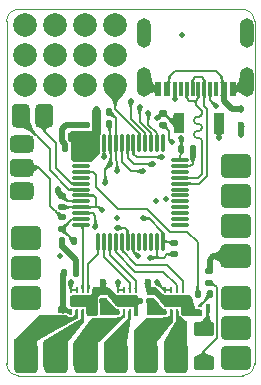
<source format=gbr>
%TF.GenerationSoftware,KiCad,Pcbnew,9.0.3-9.0.3-0~ubuntu24.04.1*%
%TF.CreationDate,2025-12-07T16:55:59+01:00*%
%TF.ProjectId,ant control board v2,616e7420-636f-46e7-9472-6f6c20626f61,2.1*%
%TF.SameCoordinates,Original*%
%TF.FileFunction,Copper,L1,Top*%
%TF.FilePolarity,Positive*%
%FSLAX46Y46*%
G04 Gerber Fmt 4.6, Leading zero omitted, Abs format (unit mm)*
G04 Created by KiCad (PCBNEW 9.0.3-9.0.3-0~ubuntu24.04.1) date 2025-12-07 16:55:59*
%MOMM*%
%LPD*%
G01*
G04 APERTURE LIST*
G04 Aperture macros list*
%AMRoundRect*
0 Rectangle with rounded corners*
0 $1 Rounding radius*
0 $2 $3 $4 $5 $6 $7 $8 $9 X,Y pos of 4 corners*
0 Add a 4 corners polygon primitive as box body*
4,1,4,$2,$3,$4,$5,$6,$7,$8,$9,$2,$3,0*
0 Add four circle primitives for the rounded corners*
1,1,$1+$1,$2,$3*
1,1,$1+$1,$4,$5*
1,1,$1+$1,$6,$7*
1,1,$1+$1,$8,$9*
0 Add four rect primitives between the rounded corners*
20,1,$1+$1,$2,$3,$4,$5,0*
20,1,$1+$1,$4,$5,$6,$7,0*
20,1,$1+$1,$6,$7,$8,$9,0*
20,1,$1+$1,$8,$9,$2,$3,0*%
G04 Aperture macros list end*
%TA.AperFunction,SMDPad,CuDef*%
%ADD10RoundRect,0.140000X0.170000X-0.140000X0.170000X0.140000X-0.170000X0.140000X-0.170000X-0.140000X0*%
%TD*%
%TA.AperFunction,ComponentPad*%
%ADD11C,0.500000*%
%TD*%
%TA.AperFunction,ComponentPad*%
%ADD12RoundRect,0.375000X0.375000X-0.625000X0.375000X0.625000X-0.375000X0.625000X-0.375000X-0.625000X0*%
%TD*%
%TA.AperFunction,ComponentPad*%
%ADD13RoundRect,0.300000X0.970000X-0.700000X0.970000X0.700000X-0.970000X0.700000X-0.970000X-0.700000X0*%
%TD*%
%TA.AperFunction,SMDPad,CuDef*%
%ADD14RoundRect,0.135000X0.135000X0.185000X-0.135000X0.185000X-0.135000X-0.185000X0.135000X-0.185000X0*%
%TD*%
%TA.AperFunction,SMDPad,CuDef*%
%ADD15R,0.400000X0.250000*%
%TD*%
%TA.AperFunction,SMDPad,CuDef*%
%ADD16R,0.400000X0.700000*%
%TD*%
%TA.AperFunction,SMDPad,CuDef*%
%ADD17RoundRect,0.135000X0.185000X-0.135000X0.185000X0.135000X-0.185000X0.135000X-0.185000X-0.135000X0*%
%TD*%
%TA.AperFunction,SMDPad,CuDef*%
%ADD18RoundRect,0.140000X-0.140000X-0.170000X0.140000X-0.170000X0.140000X0.170000X-0.140000X0.170000X0*%
%TD*%
%TA.AperFunction,SMDPad,CuDef*%
%ADD19RoundRect,0.135000X-0.185000X0.135000X-0.185000X-0.135000X0.185000X-0.135000X0.185000X0.135000X0*%
%TD*%
%TA.AperFunction,SMDPad,CuDef*%
%ADD20R,0.600000X1.150000*%
%TD*%
%TA.AperFunction,SMDPad,CuDef*%
%ADD21R,0.300000X1.150000*%
%TD*%
%TA.AperFunction,ComponentPad*%
%ADD22O,1.250000X2.500000*%
%TD*%
%TA.AperFunction,ComponentPad*%
%ADD23RoundRect,0.300000X-0.700000X-0.970000X0.700000X-0.970000X0.700000X0.970000X-0.700000X0.970000X0*%
%TD*%
%TA.AperFunction,SMDPad,CuDef*%
%ADD24RoundRect,0.112500X0.112500X-0.187500X0.112500X0.187500X-0.112500X0.187500X-0.112500X-0.187500X0*%
%TD*%
%TA.AperFunction,ComponentPad*%
%ADD25C,2.000000*%
%TD*%
%TA.AperFunction,SMDPad,CuDef*%
%ADD26R,0.900000X1.700000*%
%TD*%
%TA.AperFunction,SMDPad,CuDef*%
%ADD27RoundRect,0.075000X-0.662500X-0.075000X0.662500X-0.075000X0.662500X0.075000X-0.662500X0.075000X0*%
%TD*%
%TA.AperFunction,SMDPad,CuDef*%
%ADD28RoundRect,0.075000X-0.075000X-0.662500X0.075000X-0.662500X0.075000X0.662500X-0.075000X0.662500X0*%
%TD*%
%TA.AperFunction,SMDPad,CuDef*%
%ADD29RoundRect,0.135000X-0.135000X-0.185000X0.135000X-0.185000X0.135000X0.185000X-0.135000X0.185000X0*%
%TD*%
%TA.AperFunction,SMDPad,CuDef*%
%ADD30RoundRect,0.062500X0.062500X-0.187500X0.062500X0.187500X-0.062500X0.187500X-0.062500X-0.187500X0*%
%TD*%
%TA.AperFunction,SMDPad,CuDef*%
%ADD31R,1.600000X0.900000*%
%TD*%
%TA.AperFunction,ComponentPad*%
%ADD32RoundRect,0.375000X0.625000X0.375000X-0.625000X0.375000X-0.625000X-0.375000X0.625000X-0.375000X0*%
%TD*%
%TA.AperFunction,SMDPad,CuDef*%
%ADD33RoundRect,0.140000X-0.170000X0.140000X-0.170000X-0.140000X0.170000X-0.140000X0.170000X0.140000X0*%
%TD*%
%TA.AperFunction,SMDPad,CuDef*%
%ADD34RoundRect,0.140000X0.140000X0.170000X-0.140000X0.170000X-0.140000X-0.170000X0.140000X-0.170000X0*%
%TD*%
%TA.AperFunction,ComponentPad*%
%ADD35RoundRect,0.300000X-0.970000X0.700000X-0.970000X-0.700000X0.970000X-0.700000X0.970000X0.700000X0*%
%TD*%
%TA.AperFunction,SMDPad,CuDef*%
%ADD36RoundRect,0.250000X-0.625000X0.375000X-0.625000X-0.375000X0.625000X-0.375000X0.625000X0.375000X0*%
%TD*%
%TA.AperFunction,ViaPad*%
%ADD37C,0.500000*%
%TD*%
%TA.AperFunction,ViaPad*%
%ADD38C,0.600000*%
%TD*%
%TA.AperFunction,Conductor*%
%ADD39C,0.500000*%
%TD*%
%TA.AperFunction,Conductor*%
%ADD40C,0.200000*%
%TD*%
%TA.AperFunction,Profile*%
%ADD41C,0.050000*%
%TD*%
G04 APERTURE END LIST*
D10*
%TO.P,C15,1*%
%TO.N,+3V3*%
X105690000Y-120730000D03*
%TO.P,C15,2*%
%TO.N,GND*%
X105690000Y-119770000D03*
%TD*%
D11*
%TO.P,J10,1,Pin_1*%
%TO.N,/MCU and RX/DIGITAL_AUX1*%
X102647200Y-119711200D03*
X102640000Y-118300000D03*
D12*
X102190000Y-119000000D03*
D11*
X101732800Y-119711200D03*
X101732800Y-118288800D03*
%TO.P,J10,2,Pin_2*%
%TO.N,/MCU and RX/DIGITAL_AUX2*%
X100654400Y-118300000D03*
X100640000Y-119700000D03*
D12*
X100190000Y-119000000D03*
D11*
X99740000Y-119700000D03*
X99740000Y-118300000D03*
%TD*%
%TO.P,J7,1,Pin_1*%
%TO.N,/MCU and RX/SERVO1*%
X99721000Y-135055000D03*
X101499000Y-135055000D03*
D13*
X100610000Y-134420000D03*
D11*
X99721000Y-133785000D03*
X101499000Y-133785000D03*
%TO.P,J7,2,Pin_2*%
%TO.N,+BATT*%
X99721000Y-132515000D03*
X101499000Y-132515000D03*
D13*
X100610000Y-131880000D03*
D11*
X99721000Y-131245000D03*
X101499000Y-131245000D03*
%TO.P,J7,3,Pin_3*%
%TO.N,GND*%
X99721000Y-129975000D03*
X101499000Y-129975000D03*
D13*
X100610000Y-129340000D03*
D11*
X99721000Y-128705000D03*
X101499000Y-128705000D03*
%TD*%
D10*
%TO.P,C13,1*%
%TO.N,+3V3*%
X104690000Y-120730000D03*
%TO.P,C13,2*%
%TO.N,GND*%
X104690000Y-119770000D03*
%TD*%
D14*
%TO.P,R9,1*%
%TO.N,/MCU and RX/I2C1_SCL*%
X107680000Y-118700000D03*
%TO.P,R9,2*%
%TO.N,+3V3*%
X106660000Y-118700000D03*
%TD*%
D10*
%TO.P,C6,1*%
%TO.N,+BATT*%
X107190000Y-134680000D03*
%TO.P,C6,2*%
%TO.N,GND*%
X107190000Y-133720000D03*
%TD*%
D15*
%TO.P,Q1,1,G*%
%TO.N,Net-(Q1-G)*%
X115340000Y-135075000D03*
%TO.P,Q1,2,S*%
%TO.N,GND*%
X115340000Y-135525000D03*
D16*
%TO.P,Q1,3,D*%
%TO.N,Net-(D2-K)*%
X116040000Y-135300000D03*
%TD*%
D10*
%TO.P,C18,1*%
%TO.N,+3V3*%
X103690000Y-126730000D03*
%TO.P,C18,2*%
%TO.N,GND*%
X103690000Y-125770000D03*
%TD*%
D17*
%TO.P,R11,1*%
%TO.N,Net-(D2-A)*%
X116153000Y-133146000D03*
%TO.P,R11,2*%
%TO.N,+BATT*%
X116153000Y-132126000D03*
%TD*%
D18*
%TO.P,C5,1*%
%TO.N,+BATT*%
X103890000Y-132300000D03*
%TO.P,C5,2*%
%TO.N,GND*%
X104850000Y-132300000D03*
%TD*%
D19*
%TO.P,R6,1*%
%TO.N,Net-(J9-Pin_2)*%
X103703000Y-127577000D03*
%TO.P,R6,2*%
%TO.N,/MCU and RX/ADC1*%
X103703000Y-128597000D03*
%TD*%
D20*
%TO.P,J3,1,GND_1*%
%TO.N,GND*%
X118200000Y-116755000D03*
%TO.P,J3,2,VBUS*%
%TO.N,/Power/VUSB*%
X117400000Y-116755000D03*
D21*
%TO.P,J3,3,SBU2*%
%TO.N,unconnected-(J3-SBU2-Pad3)*%
X116750000Y-116755000D03*
%TO.P,J3,4,CC1*%
%TO.N,Net-(J3-CC1)*%
X116250000Y-116755000D03*
%TO.P,J3,5,DN2*%
%TO.N,/MCU and RX/USB_D-*%
X115750000Y-116755000D03*
%TO.P,J3,6,DP1*%
%TO.N,/MCU and RX/USB_D+*%
X115250000Y-116755000D03*
%TO.P,J3,7,DN1*%
%TO.N,/MCU and RX/USB_D-*%
X114750000Y-116755000D03*
%TO.P,J3,8,DP2*%
%TO.N,/MCU and RX/USB_D+*%
X114250000Y-116755000D03*
%TO.P,J3,9,SBU1*%
%TO.N,unconnected-(J3-SBU1-Pad9)*%
X113750000Y-116755000D03*
%TO.P,J3,10,CC2*%
%TO.N,Net-(J3-CC2)*%
X113250000Y-116755000D03*
D20*
%TO.P,J3,11,VBUS*%
%TO.N,/Power/VUSB*%
X112600000Y-116755000D03*
%TO.P,J3,12,GND_2*%
%TO.N,GND*%
X111800000Y-116755000D03*
D22*
%TO.P,J3,13,SHIELD*%
X119320000Y-116180000D03*
X119320000Y-112000000D03*
X110680000Y-116180000D03*
X110680000Y-112000000D03*
%TD*%
D14*
%TO.P,R8,1*%
%TO.N,/MCU and RX/I2C1_SDA*%
X107680000Y-119700000D03*
%TO.P,R8,2*%
%TO.N,+3V3*%
X106660000Y-119700000D03*
%TD*%
D11*
%TO.P,J5,1,Pin_1*%
%TO.N,/DC Motors/M2+*%
X105055000Y-138611000D03*
X105055000Y-140389000D03*
D23*
X105690000Y-139500000D03*
D11*
X106325000Y-138611000D03*
X106325000Y-140389000D03*
%TO.P,J5,2,Pin_2*%
%TO.N,/DC Motors/M2-*%
X107595000Y-138611000D03*
X107595000Y-140389000D03*
D23*
X108230000Y-139500000D03*
D11*
X108865000Y-138611000D03*
X108865000Y-140389000D03*
%TD*%
%TO.P,J8,1,Pin_1*%
%TO.N,/MCU and RX/SERVO2*%
X117501000Y-140135000D03*
X119279000Y-140135000D03*
D13*
X118390000Y-139500000D03*
D11*
X117501000Y-138865000D03*
X119279000Y-138865000D03*
%TO.P,J8,2,Pin_2*%
%TO.N,+BATT*%
X117501000Y-137595000D03*
X119279000Y-137595000D03*
D13*
X118390000Y-136960000D03*
D11*
X117501000Y-136325000D03*
X119279000Y-136325000D03*
%TO.P,J8,3,Pin_3*%
%TO.N,GND*%
X117501000Y-135055000D03*
X119279000Y-135055000D03*
D13*
X118390000Y-134420000D03*
D11*
X117501000Y-133785000D03*
X119279000Y-133785000D03*
%TD*%
D18*
%TO.P,C16,1*%
%TO.N,+3V3*%
X113810000Y-121850000D03*
%TO.P,C16,2*%
%TO.N,GND*%
X114770000Y-121850000D03*
%TD*%
D24*
%TO.P,D1,1,K*%
%TO.N,+BATT*%
X118890000Y-120550000D03*
%TO.P,D1,2,A*%
%TO.N,/Power/VUSB*%
X118890000Y-118450000D03*
%TD*%
D11*
%TO.P,J6,1,Pin_1*%
%TO.N,/DC Motors/M3+*%
X110135000Y-138611000D03*
X110135000Y-140389000D03*
D23*
X110770000Y-139500000D03*
D11*
X111405000Y-138611000D03*
X111405000Y-140389000D03*
%TO.P,J6,2,Pin_2*%
%TO.N,/DC Motors/M3-*%
X112675000Y-138611000D03*
X112675000Y-140389000D03*
D23*
X113310000Y-139500000D03*
D11*
X113945000Y-138611000D03*
X113945000Y-140389000D03*
%TD*%
D25*
%TO.P,U7,1,GND*%
%TO.N,GND*%
X108203000Y-111337000D03*
%TO.P,U7,2,VCC*%
%TO.N,+3V3*%
X108203000Y-113877000D03*
%TO.P,U7,3,CH1_(PPM)*%
%TO.N,/MCU and RX/CH1_PPM*%
X108203000Y-116417000D03*
%TO.P,U7,4*%
%TO.N,GND*%
X105663000Y-111337000D03*
%TO.P,U7,5*%
%TO.N,+3V3*%
X105663000Y-113877000D03*
%TO.P,U7,6,CH2*%
%TO.N,/MCU and RX/CH2*%
X105663000Y-116417000D03*
%TO.P,U7,7*%
%TO.N,GND*%
X103123000Y-111337000D03*
%TO.P,U7,8*%
%TO.N,+3V3*%
X103123000Y-113877000D03*
%TO.P,U7,9,CH3*%
%TO.N,/MCU and RX/CH3*%
X103123000Y-116417000D03*
%TO.P,U7,10*%
%TO.N,GND*%
X100583000Y-111337000D03*
%TO.P,U7,11*%
%TO.N,+3V3*%
X100583000Y-113877000D03*
%TO.P,U7,12,CH4*%
%TO.N,/MCU and RX/CH4*%
X100583000Y-116417000D03*
%TD*%
D26*
%TO.P,SW1,1,1*%
%TO.N,+3V3*%
X116990000Y-119650000D03*
%TO.P,SW1,2,2*%
%TO.N,/MCU and RX/BOOT0*%
X113590000Y-119650000D03*
%TD*%
D10*
%TO.P,C7,1*%
%TO.N,+BATT*%
X111190000Y-134680000D03*
%TO.P,C7,2*%
%TO.N,GND*%
X111190000Y-133720000D03*
%TD*%
D11*
%TO.P,J4,1,Pin_1*%
%TO.N,/DC Motors/M1+*%
X99975000Y-138611000D03*
X99975000Y-140389000D03*
D23*
X100610000Y-139500000D03*
D11*
X101245000Y-138611000D03*
X101245000Y-140389000D03*
%TO.P,J4,2,Pin_2*%
%TO.N,/DC Motors/M1-*%
X102515000Y-138611000D03*
X102515000Y-140389000D03*
D23*
X103150000Y-139500000D03*
D11*
X103785000Y-138611000D03*
X103785000Y-140389000D03*
%TD*%
D27*
%TO.P,U6,1,VBAT*%
%TO.N,+3V3*%
X105337500Y-122750000D03*
%TO.P,U6,2,PC13*%
%TO.N,unconnected-(U6-PC13-Pad2)*%
X105337500Y-123250000D03*
%TO.P,U6,3,PC14*%
%TO.N,/MCU and RX/STATUS_LED*%
X105337500Y-123750000D03*
%TO.P,U6,4,PC15*%
%TO.N,unconnected-(U6-PC15-Pad4)*%
X105337500Y-124250000D03*
%TO.P,U6,5,PF0*%
%TO.N,/MCU and RX/DIGITAL_AUX1*%
X105337500Y-124750000D03*
%TO.P,U6,6,PF1*%
%TO.N,/MCU and RX/DIGITAL_AUX2*%
X105337500Y-125250000D03*
%TO.P,U6,7,NRST*%
%TO.N,+3V3*%
X105337500Y-125750000D03*
%TO.P,U6,8,VSSA*%
%TO.N,GND*%
X105337500Y-126250000D03*
%TO.P,U6,9,VDDA*%
%TO.N,+3V3*%
X105337500Y-126750000D03*
%TO.P,U6,10,ADC_IN0*%
%TO.N,/MCU and RX/VBAT*%
X105337500Y-127250000D03*
%TO.P,U6,11,ADC_IN1*%
%TO.N,/MCU and RX/ADC1*%
X105337500Y-127750000D03*
%TO.P,U6,12,PA2*%
%TO.N,/DC Motors/PWM_M1_F*%
X105337500Y-128250000D03*
D28*
%TO.P,U6,13,PA3*%
%TO.N,/DC Motors/PWM_M1_B*%
X106750000Y-129662500D03*
%TO.P,U6,14,PA4*%
%TO.N,/DC Motors/PWM_M2_F*%
X107250000Y-129662500D03*
%TO.P,U6,15,PA5*%
%TO.N,/DC Motors/PWM_M2_B*%
X107750000Y-129662500D03*
%TO.P,U6,16,PA6*%
%TO.N,/DC Motors/PWM_M3_F*%
X108250000Y-129662500D03*
%TO.P,U6,17,PA7*%
%TO.N,/DC Motors/PWM_M3_B*%
X108750000Y-129662500D03*
%TO.P,U6,18,PB0*%
%TO.N,/MCU and RX/SERVO1*%
X109250000Y-129662500D03*
%TO.P,U6,19,PB1*%
%TO.N,/MCU and RX/SERVO2*%
X109750000Y-129662500D03*
%TO.P,U6,20,PB2*%
%TO.N,unconnected-(U6-PB2-Pad20)*%
X110250000Y-129662500D03*
%TO.P,U6,21,PB10*%
%TO.N,unconnected-(U6-PB10-Pad21)*%
X110750000Y-129662500D03*
%TO.P,U6,22,PB11*%
%TO.N,unconnected-(U6-PB11-Pad22)*%
X111250000Y-129662500D03*
%TO.P,U6,23,VSS*%
%TO.N,GND*%
X111750000Y-129662500D03*
%TO.P,U6,24,VDD*%
%TO.N,+3V3*%
X112250000Y-129662500D03*
D27*
%TO.P,U6,25,SPI2_NSS*%
%TO.N,unconnected-(U6-PB12-Pad25)*%
X113662500Y-128250000D03*
%TO.P,U6,26,SPI2_SCK*%
%TO.N,unconnected-(U6-PB13-Pad26)*%
X113662500Y-127750000D03*
%TO.P,U6,27,SPI2_MISO*%
%TO.N,unconnected-(U6-PB14-Pad27)*%
X113662500Y-127250000D03*
%TO.P,U6,28,SPI2_MOSI*%
%TO.N,unconnected-(U6-PB15-Pad28)*%
X113662500Y-126750000D03*
%TO.P,U6,29,PA8*%
%TO.N,unconnected-(U6-PA8-Pad29)*%
X113662500Y-126250000D03*
%TO.P,U6,30,PA9*%
%TO.N,unconnected-(U6-PA9-Pad30)*%
X113662500Y-125750000D03*
%TO.P,U6,31,PA10*%
%TO.N,unconnected-(U6-PA10-Pad31)*%
X113662500Y-125250000D03*
%TO.P,U6,32,USB_DM*%
%TO.N,/MCU and RX/USB_D-*%
X113662500Y-124750000D03*
%TO.P,U6,33,USB_DP*%
%TO.N,/MCU and RX/USB_D+*%
X113662500Y-124250000D03*
%TO.P,U6,34,SYS_SWDIO*%
%TO.N,unconnected-(U6-PA13-Pad34)*%
X113662500Y-123750000D03*
%TO.P,U6,35,VSS*%
%TO.N,GND*%
X113662500Y-123250000D03*
%TO.P,U6,36,VDDIO2*%
%TO.N,+3V3*%
X113662500Y-122750000D03*
D28*
%TO.P,U6,37,SYS_SWCLK*%
%TO.N,unconnected-(U6-PA14-Pad37)*%
X112250000Y-121337500D03*
%TO.P,U6,38,PA15*%
%TO.N,/MCU and RX/CH4*%
X111750000Y-121337500D03*
%TO.P,U6,39,PB3*%
%TO.N,/MCU and RX/CH3*%
X111250000Y-121337500D03*
%TO.P,U6,40,PB4*%
%TO.N,/MCU and RX/CH2*%
X110750000Y-121337500D03*
%TO.P,U6,41,PB5*%
%TO.N,/MCU and RX/CH1_PPM*%
X110250000Y-121337500D03*
%TO.P,U6,42,USART1_TX*%
%TO.N,/MCU and RX/UART2_TX*%
X109750000Y-121337500D03*
%TO.P,U6,43,USART1_RX*%
%TO.N,/MCU and RX/UART2_RX*%
X109250000Y-121337500D03*
%TO.P,U6,44,BOOT0*%
%TO.N,/MCU and RX/BOOT0*%
X108750000Y-121337500D03*
%TO.P,U6,45,I2C1_SCL*%
%TO.N,/MCU and RX/I2C1_SCL*%
X108250000Y-121337500D03*
%TO.P,U6,46,I2C1_SDA*%
%TO.N,/MCU and RX/I2C1_SDA*%
X107750000Y-121337500D03*
%TO.P,U6,47,VSS*%
%TO.N,GND*%
X107250000Y-121337500D03*
%TO.P,U6,48,VDD*%
%TO.N,+3V3*%
X106750000Y-121337500D03*
%TD*%
D29*
%TO.P,R10,1*%
%TO.N,/MCU and RX/STATUS_LED*%
X115180000Y-134100000D03*
%TO.P,R10,2*%
%TO.N,Net-(Q1-G)*%
X116200000Y-134100000D03*
%TD*%
D30*
%TO.P,U2,1,VM*%
%TO.N,+BATT*%
X104440000Y-135650000D03*
%TO.P,U2,2,OUT1*%
%TO.N,/DC Motors/M1+*%
X104940000Y-135650000D03*
%TO.P,U2,3,OUT2*%
%TO.N,/DC Motors/M1-*%
X105440000Y-135650000D03*
%TO.P,U2,4,GND*%
%TO.N,GND*%
X105940000Y-135650000D03*
%TO.P,U2,5,IN2*%
%TO.N,/DC Motors/PWM_M1_B*%
X105940000Y-133750000D03*
%TO.P,U2,6,IN1*%
%TO.N,/DC Motors/PWM_M1_F*%
X105440000Y-133750000D03*
%TO.P,U2,7,~{SLEEP}*%
%TO.N,+3V3*%
X104940000Y-133750000D03*
%TO.P,U2,8,VCC*%
X104440000Y-133750000D03*
D31*
%TO.P,U2,9,GND*%
%TO.N,GND*%
X105190000Y-134700000D03*
%TD*%
D11*
%TO.P,J9,1,Pin_1*%
%TO.N,+3V3*%
X100981200Y-120940896D03*
X99570000Y-120948096D03*
D32*
X100270000Y-121398096D03*
D11*
X100981200Y-121855296D03*
X99558800Y-121855296D03*
%TO.P,J9,2,Pin_2*%
%TO.N,Net-(J9-Pin_2)*%
X99570000Y-122933696D03*
X100970000Y-122948096D03*
D32*
X100270000Y-123398096D03*
D11*
X100970000Y-123848096D03*
X99570000Y-123848096D03*
%TO.P,J9,3,Pin_3*%
%TO.N,GND*%
X99570000Y-124933696D03*
X100970000Y-124948096D03*
D32*
X100270000Y-125398096D03*
D11*
X100970000Y-125848096D03*
X99570000Y-125848096D03*
%TD*%
D33*
%TO.P,C17,1*%
%TO.N,+3V3*%
X113220000Y-129770000D03*
%TO.P,C17,2*%
%TO.N,GND*%
X113220000Y-130730000D03*
%TD*%
D18*
%TO.P,C11,1*%
%TO.N,GND*%
X103723000Y-129587000D03*
%TO.P,C11,2*%
%TO.N,/MCU and RX/ADC1*%
X104683000Y-129587000D03*
%TD*%
D19*
%TO.P,R7,1*%
%TO.N,/MCU and RX/BOOT0*%
X112290000Y-118790000D03*
%TO.P,R7,2*%
%TO.N,GND*%
X112290000Y-119810000D03*
%TD*%
D34*
%TO.P,C14,1*%
%TO.N,+3V3*%
X104920000Y-121750000D03*
%TO.P,C14,2*%
%TO.N,GND*%
X103960000Y-121750000D03*
%TD*%
D11*
%TO.P,J1,1,Pin_1*%
%TO.N,/Power/+SW*%
X119279000Y-127705000D03*
X117501000Y-127705000D03*
D35*
X118390000Y-128340000D03*
D11*
X119279000Y-128975000D03*
X117501000Y-128975000D03*
%TO.P,J1,2,Pin_2*%
%TO.N,+BATT*%
X119279000Y-130245000D03*
X117501000Y-130245000D03*
D35*
X118390000Y-130880000D03*
D11*
X119279000Y-131515000D03*
X117501000Y-131515000D03*
%TD*%
D30*
%TO.P,U3,1,VM*%
%TO.N,+BATT*%
X108440000Y-135650000D03*
%TO.P,U3,2,OUT1*%
%TO.N,/DC Motors/M2+*%
X108940000Y-135650000D03*
%TO.P,U3,3,OUT2*%
%TO.N,/DC Motors/M2-*%
X109440000Y-135650000D03*
%TO.P,U3,4,GND*%
%TO.N,GND*%
X109940000Y-135650000D03*
%TO.P,U3,5,IN2*%
%TO.N,/DC Motors/PWM_M2_B*%
X109940000Y-133750000D03*
%TO.P,U3,6,IN1*%
%TO.N,/DC Motors/PWM_M2_F*%
X109440000Y-133750000D03*
%TO.P,U3,7,~{SLEEP}*%
%TO.N,+3V3*%
X108940000Y-133750000D03*
%TO.P,U3,8,VCC*%
X108440000Y-133750000D03*
D31*
%TO.P,U3,9,GND*%
%TO.N,GND*%
X109190000Y-134700000D03*
%TD*%
D30*
%TO.P,U4,1,VM*%
%TO.N,+BATT*%
X112440000Y-135650000D03*
%TO.P,U4,2,OUT1*%
%TO.N,/DC Motors/M3+*%
X112940000Y-135650000D03*
%TO.P,U4,3,OUT2*%
%TO.N,/DC Motors/M3-*%
X113440000Y-135650000D03*
%TO.P,U4,4,GND*%
%TO.N,GND*%
X113940000Y-135650000D03*
%TO.P,U4,5,IN2*%
%TO.N,/DC Motors/PWM_M3_B*%
X113940000Y-133750000D03*
%TO.P,U4,6,IN1*%
%TO.N,/DC Motors/PWM_M3_F*%
X113440000Y-133750000D03*
%TO.P,U4,7,~{SLEEP}*%
%TO.N,+3V3*%
X112940000Y-133750000D03*
%TO.P,U4,8,VCC*%
X112440000Y-133750000D03*
D31*
%TO.P,U4,9,GND*%
%TO.N,GND*%
X113190000Y-134700000D03*
%TD*%
D36*
%TO.P,D2,1,K*%
%TO.N,Net-(D2-K)*%
X115690000Y-137100000D03*
%TO.P,D2,2,A*%
%TO.N,Net-(D2-A)*%
X115690000Y-139900000D03*
%TD*%
D11*
%TO.P,J2,1,Pin_1*%
%TO.N,GND*%
X119279000Y-122625000D03*
X117501000Y-122625000D03*
D35*
X118390000Y-123260000D03*
D11*
X119279000Y-123895000D03*
X117501000Y-123895000D03*
%TO.P,J2,2,Pin_2*%
%TO.N,/Power/+SW*%
X119279000Y-125165000D03*
X117501000Y-125165000D03*
D35*
X118390000Y-125800000D03*
D11*
X119279000Y-126435000D03*
X117501000Y-126435000D03*
%TD*%
D37*
%TO.N,GND*%
X103708000Y-120137000D03*
%TO.N,+BATT*%
X107170000Y-135500000D03*
X111770000Y-135500000D03*
X103570000Y-130900000D03*
X103770000Y-135500000D03*
X107770000Y-135500000D03*
X111170000Y-135500000D03*
D38*
X118890000Y-119820000D03*
D37*
%TO.N,GND*%
X108370000Y-127700000D03*
X107270000Y-122500000D03*
X103400000Y-125200000D03*
X112475000Y-126013636D03*
X114770000Y-122450000D03*
X113020000Y-121250000D03*
D38*
X107190000Y-133100000D03*
D37*
X111135000Y-131015000D03*
D38*
X114570000Y-135450000D03*
X110270000Y-134700000D03*
X110970000Y-133100000D03*
D37*
X103770000Y-130130000D03*
%TO.N,+3V3*%
X108440000Y-133100000D03*
X107090000Y-127020000D03*
X116970000Y-120900000D03*
X111690000Y-126220000D03*
X105603000Y-121337000D03*
X113845000Y-112175000D03*
X113814641Y-120919880D03*
X104440000Y-133100000D03*
X110570000Y-127700000D03*
X111720000Y-133100000D03*
%TO.N,/MCU and RX/VBAT*%
X106530000Y-128390000D03*
%TO.N,Net-(J3-CC2)*%
X113270000Y-117600000D03*
%TO.N,Net-(J3-CC1)*%
X116770000Y-118200000D03*
%TO.N,/MCU and RX/SERVO1*%
X108370000Y-128500000D03*
%TO.N,/MCU and RX/SERVO2*%
X110170000Y-130900000D03*
%TO.N,/MCU and RX/UART2_RX*%
X111370000Y-123100000D03*
%TO.N,/MCU and RX/UART2_TX*%
X112170000Y-122500000D03*
%TO.N,/MCU and RX/BOOT0*%
X110570000Y-123700000D03*
X111753527Y-119206305D03*
%TO.N,/MCU and RX/I2C1_SDA*%
X107770000Y-123100000D03*
X107370000Y-124700000D03*
%TO.N,/MCU and RX/I2C1_SCL*%
X108370000Y-123700000D03*
%TO.N,/MCU and RX/CH4*%
X111020000Y-118750000D03*
%TO.N,/MCU and RX/CH2*%
X109520000Y-117750000D03*
%TO.N,/MCU and RX/CH3*%
X110270000Y-118250000D03*
%TD*%
D39*
%TO.N,GND*%
X103708000Y-120137000D02*
X103708000Y-120132000D01*
X103960000Y-121750000D02*
X103960000Y-121394000D01*
X103708000Y-121142000D02*
X103708000Y-120137000D01*
X103960000Y-121394000D02*
X103708000Y-121142000D01*
X103708000Y-120132000D02*
X104070000Y-119770000D01*
X104070000Y-119770000D02*
X104690000Y-119770000D01*
D40*
%TO.N,/MCU and RX/DIGITAL_AUX1*%
X103203000Y-121344106D02*
X103203000Y-123443260D01*
X103203000Y-123443260D02*
X104509740Y-124750000D01*
X102190000Y-120331106D02*
X103203000Y-121344106D01*
X104509740Y-124750000D02*
X105337500Y-124750000D01*
X102190000Y-119000000D02*
X102190000Y-120331106D01*
%TO.N,/MCU and RX/BOOT0*%
X112290000Y-118790000D02*
X113150000Y-119650000D01*
X113150000Y-119650000D02*
X113590000Y-119650000D01*
X111753527Y-119206305D02*
X112169832Y-118790000D01*
X112169832Y-118790000D02*
X112290000Y-118790000D01*
D39*
%TO.N,+BATT*%
X116200000Y-131200000D02*
X116520000Y-130880000D01*
X116200000Y-132079000D02*
X116200000Y-131200000D01*
X118890000Y-119820000D02*
X118890000Y-120550000D01*
X103770000Y-132420000D02*
X103890000Y-132300000D01*
X103770000Y-135500000D02*
X103770000Y-132420000D01*
X116520000Y-130880000D02*
X118390000Y-130880000D01*
X116153000Y-132126000D02*
X116200000Y-132079000D01*
%TO.N,GND*%
X111800000Y-116755000D02*
X111255000Y-116755000D01*
X103400000Y-125480000D02*
X103690000Y-125770000D01*
X118745000Y-116755000D02*
X119320000Y-116180000D01*
D40*
X111750000Y-130850000D02*
X111750000Y-129662500D01*
D39*
X110970000Y-133500000D02*
X111190000Y-133720000D01*
D40*
X105337500Y-126250000D02*
X104170000Y-126250000D01*
X111735000Y-130850000D02*
X111570000Y-131015000D01*
X112305000Y-131015000D02*
X112590000Y-130730000D01*
X111750000Y-130850000D02*
X111755000Y-130850000D01*
X111135000Y-131015000D02*
X111920000Y-131015000D01*
D39*
X104850000Y-131210000D02*
X104850000Y-132300000D01*
D40*
X111570000Y-131015000D02*
X111750000Y-131015000D01*
D39*
X109190000Y-134700000D02*
X110270000Y-134700000D01*
D40*
X107250000Y-122480000D02*
X107270000Y-122500000D01*
X107250000Y-121337500D02*
X107250000Y-122480000D01*
X111135000Y-131015000D02*
X111570000Y-131015000D01*
D39*
X103400000Y-125200000D02*
X103400000Y-125480000D01*
D40*
X111750000Y-131015000D02*
X111750000Y-130850000D01*
X114770000Y-122450000D02*
X114770000Y-123050000D01*
D39*
X107190000Y-133100000D02*
X107190000Y-133720000D01*
D40*
X104170000Y-126250000D02*
X103690000Y-125770000D01*
D39*
X103723000Y-129587000D02*
X103723000Y-130083000D01*
D40*
X111920000Y-131015000D02*
X112305000Y-131015000D01*
D39*
X114770000Y-121850000D02*
X114770000Y-122450000D01*
D40*
X114570000Y-123250000D02*
X113662500Y-123250000D01*
X112590000Y-130730000D02*
X113220000Y-130730000D01*
D39*
X110970000Y-133100000D02*
X110970000Y-133500000D01*
D40*
X111755000Y-130850000D02*
X111920000Y-131015000D01*
X112290000Y-119810000D02*
X112770000Y-120290000D01*
X111755000Y-130850000D02*
X111735000Y-130850000D01*
D39*
X103723000Y-130083000D02*
X103770000Y-130130000D01*
X111255000Y-116755000D02*
X110680000Y-116180000D01*
D40*
X112770000Y-121000000D02*
X113020000Y-121250000D01*
X114770000Y-123050000D02*
X114570000Y-123250000D01*
X112770000Y-120290000D02*
X112770000Y-121000000D01*
D39*
X118200000Y-116755000D02*
X118745000Y-116755000D01*
X103770000Y-130130000D02*
X104850000Y-131210000D01*
X105690000Y-119770000D02*
X104690000Y-119770000D01*
D40*
%TO.N,+3V3*%
X108940000Y-133750000D02*
X108440000Y-133750000D01*
X113814641Y-120919880D02*
X113814641Y-120955359D01*
X106570000Y-126000000D02*
X106570000Y-126750000D01*
X104940000Y-133750000D02*
X104440000Y-133750000D01*
X113662500Y-122400000D02*
X113810000Y-122252500D01*
X106320000Y-125750000D02*
X106570000Y-126000000D01*
X112770000Y-129720000D02*
X113170000Y-129720000D01*
X113810000Y-120960000D02*
X113810000Y-121850000D01*
X104440000Y-133100000D02*
X104440000Y-133750000D01*
X108440000Y-133100000D02*
X108440000Y-133750000D01*
X106320000Y-126750000D02*
X105337500Y-126750000D01*
X103690000Y-126730000D02*
X103710000Y-126750000D01*
X106750000Y-121337500D02*
X106750000Y-119790000D01*
X113170000Y-129720000D02*
X113220000Y-129770000D01*
X112940000Y-133750000D02*
X112440000Y-133750000D01*
X116970000Y-120900000D02*
X116990000Y-120880000D01*
X106660000Y-118700000D02*
X106660000Y-119700000D01*
X113810000Y-122252500D02*
X113810000Y-121850000D01*
X112712500Y-129662500D02*
X112770000Y-129720000D01*
X106570000Y-126750000D02*
X106320000Y-126750000D01*
X113814641Y-120955359D02*
X113810000Y-120960000D01*
X112250000Y-129662500D02*
X112250000Y-128891176D01*
X112370000Y-133750000D02*
X112440000Y-133750000D01*
X107090000Y-127020000D02*
X106820000Y-126750000D01*
X105337500Y-125750000D02*
X106320000Y-125750000D01*
X112250000Y-128891176D02*
X111058824Y-127700000D01*
X106750000Y-119790000D02*
X106660000Y-119700000D01*
X116990000Y-120880000D02*
X116990000Y-119650000D01*
X103710000Y-126750000D02*
X105337500Y-126750000D01*
X106820000Y-126750000D02*
X106320000Y-126750000D01*
X111720000Y-133100000D02*
X112370000Y-133750000D01*
X111058824Y-127700000D02*
X110570000Y-127700000D01*
X112250000Y-129662500D02*
X112712500Y-129662500D01*
X113662500Y-122750000D02*
X113662500Y-122400000D01*
%TO.N,/MCU and RX/VBAT*%
X106530000Y-127460000D02*
X106320000Y-127250000D01*
X106320000Y-127250000D02*
X105337500Y-127250000D01*
X106530000Y-128390000D02*
X106530000Y-127460000D01*
%TO.N,/MCU and RX/ADC1*%
X104540000Y-127750000D02*
X105337500Y-127750000D01*
X103703000Y-128597000D02*
X103703000Y-128587000D01*
X103703000Y-128587000D02*
X104540000Y-127750000D01*
X103703000Y-128597000D02*
X103703000Y-128607000D01*
X103703000Y-128607000D02*
X104683000Y-129587000D01*
D39*
%TO.N,/Power/VUSB*%
X118890000Y-118450000D02*
X118118000Y-118450000D01*
D40*
X112600000Y-116755000D02*
X112790000Y-116565000D01*
D39*
X118118000Y-118450000D02*
X117400000Y-117732000D01*
D40*
X117210000Y-115750000D02*
X117210000Y-116565000D01*
D39*
X117400000Y-117732000D02*
X117400000Y-116755000D01*
D40*
X112790000Y-115730000D02*
X113270000Y-115250000D01*
X117210000Y-116565000D02*
X117400000Y-116755000D01*
X113270000Y-115250000D02*
X116710000Y-115250000D01*
X116710000Y-115250000D02*
X117210000Y-115750000D01*
X112790000Y-116565000D02*
X112790000Y-115730000D01*
%TO.N,Net-(D2-A)*%
X115690000Y-138910000D02*
X115690000Y-139900000D01*
X116816000Y-137784000D02*
X115690000Y-138910000D01*
X116816000Y-133526000D02*
X116816000Y-137784000D01*
X116153000Y-133146000D02*
X116436000Y-133146000D01*
X116436000Y-133146000D02*
X116816000Y-133526000D01*
%TO.N,Net-(D2-K)*%
X116040000Y-136750000D02*
X115690000Y-137100000D01*
X116040000Y-135300000D02*
X116040000Y-136750000D01*
%TO.N,/MCU and RX/USB_D+*%
X115520000Y-118576647D02*
X115520000Y-118846774D01*
X115201802Y-124250000D02*
X113662500Y-124250000D01*
X115040000Y-117900000D02*
X115020000Y-117900000D01*
X114250000Y-117530000D02*
X114250000Y-116755000D01*
X115520000Y-121581139D02*
X115520000Y-123931802D01*
X115020000Y-117900000D02*
X114870000Y-117750000D01*
X115135452Y-120886774D02*
X115280000Y-120886774D01*
X115280000Y-120286774D02*
X115135452Y-120286774D01*
X115040000Y-117900000D02*
X115040000Y-118096647D01*
X114895447Y-119326774D02*
X114895447Y-119446774D01*
X115520000Y-123931802D02*
X115201802Y-124250000D01*
X115135447Y-119686774D02*
X115280000Y-119686774D01*
X115520000Y-121126774D02*
X115520000Y-121246774D01*
X115520000Y-119926774D02*
X115520000Y-120046774D01*
X114870000Y-117750000D02*
X114470000Y-117750000D01*
X115040000Y-117750000D02*
X114870000Y-117750000D01*
X115040000Y-118096647D02*
X115520000Y-118576647D01*
X115250000Y-117540000D02*
X115040000Y-117750000D01*
X114470000Y-117750000D02*
X114250000Y-117530000D01*
X115520000Y-121246774D02*
X115520000Y-121581139D01*
X115250000Y-116755000D02*
X115250000Y-117540000D01*
X115280000Y-119086774D02*
X115135447Y-119086774D01*
X114895452Y-120526774D02*
X114895452Y-120646774D01*
X115040000Y-117750000D02*
X115040000Y-117900000D01*
X115520000Y-118846774D02*
G75*
G02*
X115280000Y-119086800I-240000J-26D01*
G01*
X115280000Y-119686774D02*
G75*
G02*
X115520026Y-119926774I0J-240026D01*
G01*
X115135452Y-120286774D02*
G75*
G03*
X114895474Y-120526774I48J-240026D01*
G01*
X115135447Y-119086774D02*
G75*
G03*
X114895374Y-119326774I-47J-240026D01*
G01*
X114895447Y-119446774D02*
G75*
G03*
X115135447Y-119686753I239953J-26D01*
G01*
X115280000Y-120886774D02*
G75*
G02*
X115520026Y-121126774I0J-240026D01*
G01*
X114895452Y-120646774D02*
G75*
G03*
X115135452Y-120886848I240048J-26D01*
G01*
X115520000Y-120046774D02*
G75*
G02*
X115280000Y-120286800I-240000J-26D01*
G01*
%TO.N,Net-(J3-CC2)*%
X113250000Y-117580000D02*
X113270000Y-117600000D01*
X113250000Y-116755000D02*
X113250000Y-117580000D01*
%TO.N,/MCU and RX/USB_D-*%
X114990898Y-115750000D02*
X114750000Y-115990898D01*
X115338198Y-124750000D02*
X113662500Y-124750000D01*
X115520000Y-115750000D02*
X114990898Y-115750000D01*
X115750000Y-116755000D02*
X115750000Y-118170251D01*
X115750000Y-118170251D02*
X115995000Y-118415251D01*
X115995000Y-124093198D02*
X115338198Y-124750000D01*
X115995000Y-118415251D02*
X115995000Y-124093198D01*
X115750000Y-115980000D02*
X115520000Y-115750000D01*
X115750000Y-116755000D02*
X115750000Y-115980000D01*
X114750000Y-115990898D02*
X114750000Y-116755000D01*
%TO.N,Net-(J3-CC1)*%
X116770000Y-118200000D02*
X116250000Y-117680000D01*
X116250000Y-117680000D02*
X116250000Y-116755000D01*
%TO.N,/MCU and RX/SERVO1*%
X109027000Y-128500000D02*
X108370000Y-128500000D01*
X109250000Y-129662500D02*
X109250000Y-128723000D01*
X109250000Y-128723000D02*
X109027000Y-128500000D01*
%TO.N,/MCU and RX/SERVO2*%
X109750000Y-129662500D02*
X109750000Y-130480000D01*
X109750000Y-130480000D02*
X110170000Y-130900000D01*
%TO.N,Net-(J9-Pin_2)*%
X100270000Y-123398096D02*
X101764096Y-123398096D01*
X102703000Y-124337000D02*
X102703000Y-126609838D01*
X102703000Y-126609838D02*
X103670162Y-127577000D01*
X103670162Y-127577000D02*
X103703000Y-127577000D01*
X101764096Y-123398096D02*
X102703000Y-124337000D01*
%TO.N,/MCU and RX/DIGITAL_AUX2*%
X104323612Y-125250000D02*
X102703000Y-123629388D01*
X100190000Y-119320000D02*
X100190000Y-119000000D01*
X105337500Y-125250000D02*
X104323612Y-125250000D01*
X102703000Y-123629388D02*
X102703000Y-121833000D01*
X102703000Y-121833000D02*
X100190000Y-119320000D01*
%TO.N,/MCU and RX/UART2_RX*%
X109770000Y-123100000D02*
X109250000Y-122580000D01*
X111370000Y-123100000D02*
X109770000Y-123100000D01*
X109250000Y-122580000D02*
X109250000Y-121337500D01*
%TO.N,/MCU and RX/UART2_TX*%
X112170000Y-122500000D02*
X110027124Y-122500000D01*
X110027124Y-122500000D02*
X109750000Y-122222876D01*
X109750000Y-122222876D02*
X109750000Y-121337500D01*
%TO.N,Net-(Q1-G)*%
X116200000Y-134100000D02*
X116200000Y-134215000D01*
X116200000Y-134215000D02*
X115340000Y-135075000D01*
%TO.N,/MCU and RX/BOOT0*%
X109570000Y-123700000D02*
X108750000Y-122880000D01*
X108750000Y-122880000D02*
X108750000Y-121337500D01*
X110570000Y-123700000D02*
X109570000Y-123700000D01*
%TO.N,/MCU and RX/I2C1_SDA*%
X107821000Y-121408500D02*
X107821000Y-123049000D01*
X107750000Y-119770000D02*
X107680000Y-119700000D01*
X107370000Y-123500000D02*
X107770000Y-123100000D01*
X107750000Y-121337500D02*
X107821000Y-121408500D01*
X107370000Y-124700000D02*
X107370000Y-123500000D01*
X107750000Y-121337500D02*
X107750000Y-119770000D01*
X107821000Y-123049000D02*
X107770000Y-123100000D01*
%TO.N,/MCU and RX/I2C1_SCL*%
X108250000Y-119170000D02*
X107780000Y-118700000D01*
X108250000Y-121337500D02*
X108250000Y-119170000D01*
X108370000Y-123700000D02*
X108370000Y-122900000D01*
X108250000Y-122780000D02*
X108250000Y-121337500D01*
X108370000Y-122900000D02*
X108250000Y-122780000D01*
%TO.N,/MCU and RX/STATUS_LED*%
X106570000Y-124028453D02*
X106570000Y-125000000D01*
X112820000Y-128850000D02*
X114320000Y-128850000D01*
X115180000Y-129710000D02*
X115180000Y-134100000D01*
X106291547Y-123750000D02*
X106570000Y-124028453D01*
X105337500Y-123750000D02*
X106291547Y-123750000D01*
X110870000Y-126900000D02*
X112820000Y-128850000D01*
X114320000Y-128850000D02*
X115180000Y-129710000D01*
X106570000Y-125000000D02*
X108470000Y-126900000D01*
X108470000Y-126900000D02*
X110870000Y-126900000D01*
%TO.N,/DC Motors/PWM_M1_F*%
X105440000Y-128352500D02*
X105337500Y-128250000D01*
X105440000Y-133750000D02*
X105440000Y-128352500D01*
%TO.N,/DC Motors/PWM_M1_B*%
X105940000Y-131530000D02*
X106750000Y-130720000D01*
X106750000Y-130720000D02*
X106750000Y-129662500D01*
X105940000Y-133750000D02*
X105940000Y-131530000D01*
%TO.N,/DC Motors/PWM_M2_F*%
X109440000Y-133750000D02*
X109440000Y-133161556D01*
X109440000Y-133161556D02*
X107250000Y-130971556D01*
X107250000Y-130971556D02*
X107250000Y-129662500D01*
%TO.N,/DC Motors/PWM_M2_B*%
X107750000Y-130780000D02*
X107750000Y-129662500D01*
X109940000Y-133750000D02*
X109940000Y-132970000D01*
X109940000Y-132970000D02*
X107750000Y-130780000D01*
%TO.N,/DC Motors/PWM_M3_B*%
X110000001Y-131650000D02*
X112570000Y-131650000D01*
X113940000Y-133020000D02*
X113940000Y-133750000D01*
X108750000Y-129662500D02*
X108750000Y-130399999D01*
X112570000Y-131650000D02*
X113940000Y-133020000D01*
X108750000Y-130399999D02*
X110000001Y-131650000D01*
%TO.N,/DC Motors/PWM_M3_F*%
X108250000Y-130580000D02*
X109870000Y-132200000D01*
X109870000Y-132200000D02*
X112270000Y-132200000D01*
X108250000Y-129662500D02*
X108250000Y-130580000D01*
X112270000Y-132200000D02*
X113440000Y-133370000D01*
X113440000Y-133370000D02*
X113440000Y-133750000D01*
%TO.N,/MCU and RX/CH4*%
X111020000Y-119750000D02*
X111750000Y-120480000D01*
X111750000Y-120480000D02*
X111750000Y-121337500D01*
X111020000Y-118750000D02*
X111020000Y-119750000D01*
%TO.N,/MCU and RX/CH2*%
X109520000Y-117750000D02*
X109520000Y-119250000D01*
X110750000Y-120480000D02*
X110750000Y-121337500D01*
X109520000Y-119250000D02*
X110750000Y-120480000D01*
%TO.N,/MCU and RX/CH1_PPM*%
X110250000Y-121337500D02*
X110250000Y-120480000D01*
X108203000Y-118433000D02*
X108203000Y-116417000D01*
X110250000Y-120480000D02*
X108203000Y-118433000D01*
%TO.N,/MCU and RX/CH3*%
X111250000Y-120480000D02*
X111250000Y-121337500D01*
X110270000Y-118250000D02*
X110270000Y-119500000D01*
X110270000Y-119500000D02*
X111250000Y-120480000D01*
%TD*%
%TA.AperFunction,Conductor*%
%TO.N,+BATT*%
G36*
X103899129Y-135102381D02*
G01*
X103939505Y-135110412D01*
X103947204Y-135113601D01*
X103952364Y-135113694D01*
X103984198Y-135128924D01*
X103984202Y-135128927D01*
X104018425Y-135151794D01*
X104037215Y-135167215D01*
X104270000Y-135400000D01*
X104403675Y-135400000D01*
X104435766Y-135404225D01*
X104462904Y-135411496D01*
X104518494Y-135443590D01*
X104526409Y-135451505D01*
X104558502Y-135507091D01*
X104565774Y-135534229D01*
X104570000Y-135566324D01*
X104570000Y-135687789D01*
X104567617Y-135711982D01*
X104559588Y-135752344D01*
X104541072Y-135797043D01*
X104525122Y-135820913D01*
X104490912Y-135855123D01*
X104473978Y-135866438D01*
X104407301Y-135887316D01*
X104339920Y-135868832D01*
X104308463Y-135841052D01*
X104304582Y-135836226D01*
X104304563Y-135836206D01*
X104280460Y-135811136D01*
X104280457Y-135811133D01*
X104216416Y-135771019D01*
X104216413Y-135771017D01*
X104216411Y-135771016D01*
X104216409Y-135771015D01*
X104158223Y-135752110D01*
X104110175Y-135744500D01*
X104110171Y-135744500D01*
X103840047Y-135744500D01*
X103840040Y-135744500D01*
X103813927Y-135747939D01*
X103797740Y-135749000D01*
X103742260Y-135749000D01*
X103726073Y-135747939D01*
X103699959Y-135744500D01*
X103699953Y-135744500D01*
X103494000Y-135744500D01*
X103426961Y-135724815D01*
X103381206Y-135672011D01*
X103370000Y-135620500D01*
X103370000Y-135312210D01*
X103372381Y-135288029D01*
X103380412Y-135247651D01*
X103398927Y-135202956D01*
X103414877Y-135179086D01*
X103449086Y-135144877D01*
X103472956Y-135128927D01*
X103517653Y-135110412D01*
X103558027Y-135102381D01*
X103582211Y-135100000D01*
X103874946Y-135100000D01*
X103899129Y-135102381D01*
G37*
%TD.AperFunction*%
%TD*%
%TA.AperFunction,Conductor*%
%TO.N,+BATT*%
G36*
X107387471Y-134403097D02*
G01*
X107432967Y-134413463D01*
X107443784Y-134418662D01*
X107452155Y-134419509D01*
X107482621Y-134437328D01*
X107509332Y-134458579D01*
X107519132Y-134466375D01*
X107538760Y-134485950D01*
X108270000Y-135400000D01*
X108403675Y-135400000D01*
X108435766Y-135404225D01*
X108462904Y-135411496D01*
X108518494Y-135443590D01*
X108526409Y-135451505D01*
X108558502Y-135507091D01*
X108565774Y-135534229D01*
X108570000Y-135566324D01*
X108570000Y-135687789D01*
X108567617Y-135711982D01*
X108559588Y-135752344D01*
X108541072Y-135797043D01*
X108525122Y-135820913D01*
X108490913Y-135855122D01*
X108467043Y-135871072D01*
X108422344Y-135889588D01*
X108405841Y-135892870D01*
X108381978Y-135897617D01*
X108357789Y-135900000D01*
X107082211Y-135900000D01*
X107058020Y-135897617D01*
X107042744Y-135894578D01*
X107017656Y-135889588D01*
X106972956Y-135871072D01*
X106949086Y-135855122D01*
X106914878Y-135820915D01*
X106898928Y-135797046D01*
X106880411Y-135752341D01*
X106877880Y-135739618D01*
X106875500Y-135715439D01*
X106875500Y-134584559D01*
X106877881Y-134560377D01*
X106880411Y-134547655D01*
X106898927Y-134502956D01*
X106914877Y-134479086D01*
X106949086Y-134444877D01*
X106972956Y-134428927D01*
X107017653Y-134410412D01*
X107058027Y-134402381D01*
X107082211Y-134400000D01*
X107359928Y-134400000D01*
X107387471Y-134403097D01*
G37*
%TD.AperFunction*%
%TD*%
%TA.AperFunction,Conductor*%
%TO.N,/DC Motors/M1+*%
G36*
X104981877Y-135409881D02*
G01*
X105026256Y-135435503D01*
X105034496Y-135443743D01*
X105060118Y-135488123D01*
X105066626Y-135512410D01*
X105070000Y-135538034D01*
X105070000Y-136018532D01*
X105066496Y-136044639D01*
X105049322Y-136107460D01*
X105022761Y-136152409D01*
X104976018Y-136197757D01*
X104954841Y-136213420D01*
X103345000Y-137100000D01*
X101620000Y-138050000D01*
X101620000Y-140192115D01*
X101616732Y-140217340D01*
X101600678Y-140278266D01*
X101575819Y-140322164D01*
X101541085Y-140357777D01*
X101497822Y-140383726D01*
X101437314Y-140401298D01*
X101412178Y-140405195D01*
X99834901Y-140444627D01*
X99815241Y-140443155D01*
X99766650Y-140434590D01*
X99730126Y-140420257D01*
X99697167Y-140398971D01*
X99669083Y-140371580D01*
X99646979Y-140339161D01*
X99631740Y-140303010D01*
X99621963Y-140254646D01*
X99620000Y-140235030D01*
X99620000Y-138092594D01*
X99621902Y-138073281D01*
X99631382Y-138025620D01*
X99646162Y-137989935D01*
X99673164Y-137949524D01*
X99685466Y-137934533D01*
X101654533Y-135965466D01*
X101669524Y-135953164D01*
X101709935Y-135926162D01*
X101745618Y-135911382D01*
X101772080Y-135906119D01*
X101793282Y-135901902D01*
X101812595Y-135900000D01*
X103699953Y-135900000D01*
X103716747Y-135904500D01*
X103823253Y-135904500D01*
X103840047Y-135900000D01*
X104110171Y-135900000D01*
X104168362Y-135918907D01*
X104192485Y-135943997D01*
X104223935Y-135991065D01*
X104247527Y-136006828D01*
X104294390Y-136038142D01*
X104314911Y-136042223D01*
X104356520Y-136050500D01*
X104356521Y-136050500D01*
X104523479Y-136050500D01*
X104523480Y-136050500D01*
X104585609Y-136038142D01*
X104656065Y-135991065D01*
X104687513Y-135943998D01*
X104735563Y-135906119D01*
X104769829Y-135900000D01*
X104819999Y-135900000D01*
X104820000Y-135900000D01*
X104820000Y-135538034D01*
X104823373Y-135512413D01*
X104829880Y-135488126D01*
X104829882Y-135488123D01*
X104855501Y-135443745D01*
X104863745Y-135435501D01*
X104908124Y-135409880D01*
X104919380Y-135406865D01*
X104970620Y-135406865D01*
X104981877Y-135409881D01*
G37*
%TD.AperFunction*%
%TD*%
%TA.AperFunction,Conductor*%
%TO.N,/DC Motors/M1-*%
G36*
X105481877Y-135409881D02*
G01*
X105526256Y-135435503D01*
X105534496Y-135443743D01*
X105560118Y-135488123D01*
X105566626Y-135512410D01*
X105570000Y-135538034D01*
X105570000Y-136323180D01*
X105568651Y-136339466D01*
X105561891Y-136379998D01*
X105551319Y-136410811D01*
X105531769Y-136446956D01*
X105522836Y-136460637D01*
X104170000Y-138199999D01*
X104170000Y-140190248D01*
X104168097Y-140209561D01*
X104168097Y-140209563D01*
X104158616Y-140257224D01*
X104143835Y-140292910D01*
X104122362Y-140325047D01*
X104095047Y-140352362D01*
X104062910Y-140373835D01*
X104027224Y-140388616D01*
X103979563Y-140398097D01*
X103960248Y-140400000D01*
X102329752Y-140400000D01*
X102310438Y-140398098D01*
X102294470Y-140394921D01*
X102262775Y-140388617D01*
X102262773Y-140388616D01*
X102227089Y-140373835D01*
X102226330Y-140373328D01*
X102194949Y-140352359D01*
X102167640Y-140325050D01*
X102146163Y-140292908D01*
X102131382Y-140257222D01*
X102121902Y-140209561D01*
X102120000Y-140190248D01*
X102120000Y-138178417D01*
X102123368Y-138152815D01*
X102139909Y-138091047D01*
X102165500Y-138046691D01*
X102210694Y-138001458D01*
X102231170Y-137985729D01*
X104980478Y-136396286D01*
X105320000Y-136200000D01*
X105320000Y-135538034D01*
X105323373Y-135512413D01*
X105329880Y-135488126D01*
X105329882Y-135488123D01*
X105355501Y-135443745D01*
X105363745Y-135435501D01*
X105408124Y-135409880D01*
X105419380Y-135406865D01*
X105470620Y-135406865D01*
X105481877Y-135409881D01*
G37*
%TD.AperFunction*%
%TD*%
%TA.AperFunction,Conductor*%
%TO.N,GND*%
G36*
X111517562Y-133502039D02*
G01*
X111555136Y-133508941D01*
X111560923Y-133511141D01*
X111564531Y-133511047D01*
X111597009Y-133524861D01*
X111629673Y-133544662D01*
X111647774Y-133558021D01*
X111721396Y-133623463D01*
X112177659Y-134029031D01*
X112198379Y-134052818D01*
X112223935Y-134091065D01*
X112294391Y-134138142D01*
X112304547Y-134144928D01*
X112303941Y-134145833D01*
X112321278Y-134156692D01*
X112370000Y-134200000D01*
X114170000Y-134200000D01*
X114462893Y-134200000D01*
X114488519Y-134202677D01*
X114518077Y-134208920D01*
X114531104Y-134211672D01*
X114577982Y-134232401D01*
X114602549Y-134250108D01*
X114637038Y-134288024D01*
X114659037Y-134325577D01*
X114669681Y-134349043D01*
X114972859Y-135258579D01*
X115020000Y-135400000D01*
X115357789Y-135400000D01*
X115381971Y-135402381D01*
X115422346Y-135410412D01*
X115467043Y-135428927D01*
X115490913Y-135444877D01*
X115525122Y-135479086D01*
X115541072Y-135502956D01*
X115559588Y-135547655D01*
X115567617Y-135588022D01*
X115570000Y-135612210D01*
X115570000Y-135787789D01*
X115567617Y-135811982D01*
X115559588Y-135852344D01*
X115541072Y-135897043D01*
X115525122Y-135920913D01*
X115490913Y-135955122D01*
X115467043Y-135971072D01*
X115422344Y-135989588D01*
X115407188Y-135992603D01*
X115381978Y-135997617D01*
X115357789Y-136000000D01*
X114009909Y-136000000D01*
X113989232Y-135993928D01*
X113967722Y-135992603D01*
X113946901Y-135981498D01*
X113942870Y-135980315D01*
X113936580Y-135975994D01*
X113821418Y-135891542D01*
X113778998Y-135836024D01*
X113773129Y-135815731D01*
X113772377Y-135811952D01*
X113770000Y-135787789D01*
X113770000Y-135200000D01*
X113570000Y-135200000D01*
X112480072Y-135200000D01*
X112452527Y-135196902D01*
X112407033Y-135186537D01*
X112357379Y-135162672D01*
X112320860Y-135133618D01*
X112301238Y-135114048D01*
X111627905Y-134272381D01*
X111627904Y-134272379D01*
X111570000Y-134200000D01*
X111473875Y-134200000D01*
X111082211Y-134200000D01*
X111058020Y-134197617D01*
X111042744Y-134194578D01*
X111017656Y-134189588D01*
X110972956Y-134171072D01*
X110949086Y-134155122D01*
X110914877Y-134120913D01*
X110898927Y-134097043D01*
X110880412Y-134052346D01*
X110872381Y-134011971D01*
X110870000Y-133987789D01*
X110870000Y-133712210D01*
X110872381Y-133688029D01*
X110880412Y-133647651D01*
X110898927Y-133602956D01*
X110914877Y-133579086D01*
X110949086Y-133544877D01*
X110972956Y-133528927D01*
X111017653Y-133510412D01*
X111058027Y-133502381D01*
X111082211Y-133500000D01*
X111495168Y-133500000D01*
X111517562Y-133502039D01*
G37*
%TD.AperFunction*%
%TD*%
%TA.AperFunction,Conductor*%
%TO.N,/DC Motors/M2-*%
G36*
X109481877Y-135409881D02*
G01*
X109526256Y-135435503D01*
X109534496Y-135443743D01*
X109560118Y-135488123D01*
X109566626Y-135512410D01*
X109570000Y-135538034D01*
X109570000Y-136031837D01*
X109569919Y-136035838D01*
X109569510Y-136045951D01*
X109568866Y-136053906D01*
X109567640Y-136063983D01*
X109567079Y-136067934D01*
X109395000Y-137125000D01*
X109220000Y-138200000D01*
X109220000Y-140190248D01*
X109218097Y-140209561D01*
X109218097Y-140209563D01*
X109208616Y-140257224D01*
X109193835Y-140292910D01*
X109172362Y-140325047D01*
X109145047Y-140352362D01*
X109112910Y-140373835D01*
X109077224Y-140388616D01*
X109029563Y-140398097D01*
X109010248Y-140400000D01*
X107429752Y-140400000D01*
X107410438Y-140398098D01*
X107394470Y-140394921D01*
X107362775Y-140388617D01*
X107362773Y-140388616D01*
X107327089Y-140373835D01*
X107326330Y-140373328D01*
X107294949Y-140352359D01*
X107267640Y-140325050D01*
X107246163Y-140292908D01*
X107231382Y-140257222D01*
X107221902Y-140209561D01*
X107220000Y-140190248D01*
X107220000Y-138291070D01*
X107221846Y-138272042D01*
X107231050Y-138225048D01*
X107245405Y-138189805D01*
X107271667Y-138149740D01*
X107283630Y-138134854D01*
X109263075Y-136108280D01*
X109320000Y-136050000D01*
X109320000Y-135538034D01*
X109323373Y-135512413D01*
X109329880Y-135488126D01*
X109329882Y-135488123D01*
X109355501Y-135443745D01*
X109363745Y-135435501D01*
X109408124Y-135409880D01*
X109419380Y-135406865D01*
X109470620Y-135406865D01*
X109481877Y-135409881D01*
G37*
%TD.AperFunction*%
%TD*%
%TA.AperFunction,Conductor*%
%TO.N,/DC Motors/M3+*%
G36*
X112981877Y-135409881D02*
G01*
X113026256Y-135435503D01*
X113034496Y-135443743D01*
X113060118Y-135488123D01*
X113066626Y-135512410D01*
X113070000Y-135538034D01*
X113070000Y-136424198D01*
X113068684Y-136440285D01*
X113062088Y-136480338D01*
X113051771Y-136510813D01*
X113032678Y-136546638D01*
X113023952Y-136560214D01*
X111770000Y-138199998D01*
X111770000Y-140190248D01*
X111768097Y-140209561D01*
X111768097Y-140209563D01*
X111758616Y-140257224D01*
X111743835Y-140292910D01*
X111722362Y-140325047D01*
X111695047Y-140352362D01*
X111662910Y-140373835D01*
X111627224Y-140388616D01*
X111579563Y-140398097D01*
X111560248Y-140400000D01*
X109979752Y-140400000D01*
X109960438Y-140398098D01*
X109944470Y-140394921D01*
X109912775Y-140388617D01*
X109912773Y-140388616D01*
X109877089Y-140373835D01*
X109876330Y-140373328D01*
X109844949Y-140352359D01*
X109817640Y-140325050D01*
X109796163Y-140292908D01*
X109781382Y-140257222D01*
X109771902Y-140209561D01*
X109770000Y-140190248D01*
X109770000Y-137292594D01*
X109771902Y-137273281D01*
X109781382Y-137225620D01*
X109796162Y-137189935D01*
X109823164Y-137149524D01*
X109835466Y-137134533D01*
X110754533Y-136215466D01*
X110769524Y-136203164D01*
X110809935Y-136176162D01*
X110845618Y-136161382D01*
X110870864Y-136156360D01*
X110893282Y-136151902D01*
X110912595Y-136150000D01*
X112069996Y-136150000D01*
X112070000Y-136150000D01*
X112820000Y-136000000D01*
X112820000Y-135538034D01*
X112823373Y-135512413D01*
X112829880Y-135488126D01*
X112829882Y-135488123D01*
X112855501Y-135443745D01*
X112863745Y-135435501D01*
X112908124Y-135409880D01*
X112919380Y-135406865D01*
X112970620Y-135406865D01*
X112981877Y-135409881D01*
G37*
%TD.AperFunction*%
%TD*%
%TA.AperFunction,Conductor*%
%TO.N,/DC Motors/M2+*%
G36*
X108981877Y-135409881D02*
G01*
X109026256Y-135435503D01*
X109034496Y-135443743D01*
X109060118Y-135488123D01*
X109066626Y-135512410D01*
X109070000Y-135538034D01*
X109070000Y-135951600D01*
X109067877Y-135971992D01*
X109057322Y-136022135D01*
X109040883Y-136059455D01*
X109011012Y-136101089D01*
X108997402Y-136116418D01*
X108960700Y-136149998D01*
X108960698Y-136150000D01*
X106790072Y-138135890D01*
X106790067Y-138135893D01*
X106790068Y-138135894D01*
X106784995Y-138140534D01*
X106784995Y-138140535D01*
X106770739Y-138153578D01*
X106720000Y-138200000D01*
X106720000Y-140190248D01*
X106718097Y-140209561D01*
X106718097Y-140209563D01*
X106708616Y-140257224D01*
X106693835Y-140292910D01*
X106672362Y-140325047D01*
X106645047Y-140352362D01*
X106612910Y-140373835D01*
X106577224Y-140388616D01*
X106529563Y-140398097D01*
X106510248Y-140400000D01*
X104879752Y-140400000D01*
X104860438Y-140398098D01*
X104844470Y-140394921D01*
X104812775Y-140388617D01*
X104812773Y-140388616D01*
X104777089Y-140373835D01*
X104776330Y-140373328D01*
X104744949Y-140352359D01*
X104717640Y-140325050D01*
X104696163Y-140292908D01*
X104681382Y-140257222D01*
X104671902Y-140209561D01*
X104670000Y-140190248D01*
X104670000Y-138275128D01*
X104671294Y-138259175D01*
X104677782Y-138219438D01*
X104687928Y-138189192D01*
X104706724Y-138153573D01*
X104715308Y-138140076D01*
X106153063Y-136238528D01*
X106168810Y-136222053D01*
X106212513Y-136185796D01*
X106253071Y-136165617D01*
X106308343Y-136152626D01*
X106330994Y-136150000D01*
X108229089Y-136150000D01*
X108229091Y-136150000D01*
X108420937Y-136068833D01*
X108445780Y-136058324D01*
X108484354Y-136050500D01*
X108523479Y-136050500D01*
X108523480Y-136050500D01*
X108585609Y-136038142D01*
X108656065Y-135991065D01*
X108659824Y-135985438D01*
X108703565Y-135949260D01*
X108820000Y-135900000D01*
X108820000Y-135538034D01*
X108823373Y-135512413D01*
X108829880Y-135488126D01*
X108829882Y-135488123D01*
X108855501Y-135443745D01*
X108863745Y-135435501D01*
X108908124Y-135409880D01*
X108919380Y-135406865D01*
X108970620Y-135406865D01*
X108981877Y-135409881D01*
G37*
%TD.AperFunction*%
%TD*%
%TA.AperFunction,Conductor*%
%TO.N,+BATT*%
G36*
X111387471Y-134403097D02*
G01*
X111432967Y-134413463D01*
X111443784Y-134418662D01*
X111452155Y-134419509D01*
X111482621Y-134437328D01*
X111509332Y-134458579D01*
X111519132Y-134466375D01*
X111538760Y-134485950D01*
X112270000Y-135400000D01*
X112403675Y-135400000D01*
X112435766Y-135404225D01*
X112462904Y-135411496D01*
X112518494Y-135443590D01*
X112526409Y-135451505D01*
X112558502Y-135507091D01*
X112565774Y-135534229D01*
X112570000Y-135566324D01*
X112570000Y-135687789D01*
X112567617Y-135711979D01*
X112567617Y-135711982D01*
X112559588Y-135752344D01*
X112541072Y-135797043D01*
X112525122Y-135820913D01*
X112490913Y-135855122D01*
X112467043Y-135871072D01*
X112422344Y-135889588D01*
X112405841Y-135892870D01*
X112381978Y-135897617D01*
X112357789Y-135900000D01*
X111082211Y-135900000D01*
X111058020Y-135897617D01*
X111042744Y-135894578D01*
X111017656Y-135889588D01*
X110972956Y-135871072D01*
X110949086Y-135855122D01*
X110914877Y-135820913D01*
X110898927Y-135797043D01*
X110880412Y-135752346D01*
X110872381Y-135711971D01*
X110870000Y-135687789D01*
X110870000Y-134612210D01*
X110872381Y-134588029D01*
X110880412Y-134547651D01*
X110898927Y-134502956D01*
X110914877Y-134479086D01*
X110949086Y-134444877D01*
X110972956Y-134428927D01*
X111017653Y-134410412D01*
X111058027Y-134402381D01*
X111082211Y-134400000D01*
X111359928Y-134400000D01*
X111387471Y-134403097D01*
G37*
%TD.AperFunction*%
%TD*%
%TA.AperFunction,Conductor*%
%TO.N,/DC Motors/M3-*%
G36*
X113481877Y-135409881D02*
G01*
X113526256Y-135435503D01*
X113534496Y-135443743D01*
X113560118Y-135488123D01*
X113566626Y-135512410D01*
X113570000Y-135538034D01*
X113570000Y-135900000D01*
X113651727Y-135959933D01*
X114228868Y-136383170D01*
X114245815Y-136398958D01*
X114283102Y-136442911D01*
X114303898Y-136483950D01*
X114317290Y-136540003D01*
X114320000Y-136563008D01*
X114320000Y-140190248D01*
X114318097Y-140209563D01*
X114308616Y-140257224D01*
X114293835Y-140292910D01*
X114272362Y-140325047D01*
X114245047Y-140352362D01*
X114212910Y-140373835D01*
X114177224Y-140388616D01*
X114129563Y-140398097D01*
X114110248Y-140400000D01*
X112529752Y-140400000D01*
X112510438Y-140398098D01*
X112494470Y-140394921D01*
X112462775Y-140388617D01*
X112462773Y-140388616D01*
X112427089Y-140373835D01*
X112426330Y-140373328D01*
X112394949Y-140352359D01*
X112367640Y-140325050D01*
X112346163Y-140292908D01*
X112331382Y-140257222D01*
X112321902Y-140209561D01*
X112320000Y-140190248D01*
X112320000Y-138259543D01*
X112320831Y-138246744D01*
X112325028Y-138214583D01*
X112331604Y-138189826D01*
X112343908Y-138159838D01*
X112349536Y-138148311D01*
X113293649Y-136496115D01*
X113293650Y-136496112D01*
X113320000Y-136450000D01*
X113320000Y-135538034D01*
X113323373Y-135512413D01*
X113329880Y-135488126D01*
X113329882Y-135488123D01*
X113355501Y-135443745D01*
X113363745Y-135435501D01*
X113408124Y-135409880D01*
X113419380Y-135406865D01*
X113470620Y-135406865D01*
X113481877Y-135409881D01*
G37*
%TD.AperFunction*%
%TD*%
%TA.AperFunction,Conductor*%
%TO.N,GND*%
G36*
X107517562Y-133502039D02*
G01*
X107555136Y-133508941D01*
X107560923Y-133511141D01*
X107564531Y-133511047D01*
X107597009Y-133524861D01*
X107629673Y-133544662D01*
X107647774Y-133558021D01*
X107721396Y-133623463D01*
X108177659Y-134029031D01*
X108198379Y-134052818D01*
X108223935Y-134091065D01*
X108294391Y-134138142D01*
X108304547Y-134144928D01*
X108303941Y-134145833D01*
X108321278Y-134156692D01*
X108370000Y-134200000D01*
X109957789Y-134200000D01*
X109981971Y-134202381D01*
X110022346Y-134210412D01*
X110067043Y-134228927D01*
X110090913Y-134244877D01*
X110125122Y-134279086D01*
X110141072Y-134302956D01*
X110159588Y-134347655D01*
X110167617Y-134388020D01*
X110170000Y-134412210D01*
X110170000Y-135787789D01*
X110167617Y-135811979D01*
X110167617Y-135811982D01*
X110159588Y-135852344D01*
X110141072Y-135897043D01*
X110125122Y-135920913D01*
X110090913Y-135955122D01*
X110067043Y-135971072D01*
X110022344Y-135989588D01*
X110009636Y-135992116D01*
X109994192Y-135995188D01*
X109945808Y-135995188D01*
X109917656Y-135989588D01*
X109872956Y-135971072D01*
X109849086Y-135955122D01*
X109814877Y-135920913D01*
X109798927Y-135897043D01*
X109780412Y-135852346D01*
X109772381Y-135811971D01*
X109770000Y-135787789D01*
X109770000Y-135200000D01*
X109570000Y-135200000D01*
X108480072Y-135200000D01*
X108452527Y-135196902D01*
X108407032Y-135186536D01*
X108357376Y-135162670D01*
X108320863Y-135133620D01*
X108301238Y-135114048D01*
X108271229Y-135076537D01*
X108271228Y-135076536D01*
X108209999Y-135000000D01*
X107970000Y-134700000D01*
X107630049Y-134275061D01*
X107630048Y-134275060D01*
X107627905Y-134272381D01*
X107627904Y-134272379D01*
X107570000Y-134200000D01*
X107473875Y-134200000D01*
X107002843Y-134200000D01*
X106920000Y-134200000D01*
X106919999Y-134200000D01*
X106720000Y-134399999D01*
X106720000Y-135787789D01*
X106717617Y-135811979D01*
X106717617Y-135811982D01*
X106709588Y-135852344D01*
X106691072Y-135897043D01*
X106675122Y-135920913D01*
X106640913Y-135955122D01*
X106617043Y-135971072D01*
X106572348Y-135989587D01*
X106563715Y-135991304D01*
X106559634Y-135992116D01*
X106535440Y-135994500D01*
X106330970Y-135994500D01*
X106313106Y-135995533D01*
X106313064Y-135995537D01*
X106290425Y-135998162D01*
X106288656Y-135998419D01*
X106288640Y-135998309D01*
X106269157Y-136000000D01*
X106170000Y-136000000D01*
X105982211Y-136000000D01*
X105958020Y-135997617D01*
X105942349Y-135994500D01*
X105917656Y-135989588D01*
X105917654Y-135989587D01*
X105872956Y-135971072D01*
X105849086Y-135955122D01*
X105814877Y-135920913D01*
X105798927Y-135897043D01*
X105780412Y-135852346D01*
X105772381Y-135811971D01*
X105770000Y-135787789D01*
X105770000Y-135200000D01*
X105570000Y-135200000D01*
X104582211Y-135200000D01*
X104558020Y-135197617D01*
X104542744Y-135194578D01*
X104517656Y-135189588D01*
X104472956Y-135171072D01*
X104449086Y-135155122D01*
X104414877Y-135120913D01*
X104398927Y-135097043D01*
X104380412Y-135052346D01*
X104372381Y-135011971D01*
X104370000Y-134987789D01*
X104370000Y-134412210D01*
X104372381Y-134388029D01*
X104380412Y-134347651D01*
X104398927Y-134302956D01*
X104414877Y-134279086D01*
X104449086Y-134244877D01*
X104472956Y-134228927D01*
X104517653Y-134210412D01*
X104558027Y-134202381D01*
X104582211Y-134200000D01*
X106070000Y-134200000D01*
X106270000Y-134000000D01*
X106270000Y-133712210D01*
X106272381Y-133688029D01*
X106280412Y-133647651D01*
X106298927Y-133602956D01*
X106314877Y-133579086D01*
X106349086Y-133544877D01*
X106372956Y-133528927D01*
X106417653Y-133510412D01*
X106458027Y-133502381D01*
X106482211Y-133500000D01*
X107495168Y-133500000D01*
X107517562Y-133502039D01*
G37*
%TD.AperFunction*%
%TD*%
%TA.AperFunction,Conductor*%
%TO.N,+3V3*%
G36*
X106708756Y-118214057D02*
G01*
X106745651Y-118226044D01*
X106808228Y-118257929D01*
X106810135Y-118259314D01*
X106811359Y-118259581D01*
X106839613Y-118280732D01*
X106889267Y-118330386D01*
X106912071Y-118361772D01*
X106943954Y-118424346D01*
X106955942Y-118461242D01*
X106968473Y-118540357D01*
X106970000Y-118559756D01*
X106970000Y-120544443D01*
X106963954Y-120574836D01*
X106964965Y-120575037D01*
X106949500Y-120652784D01*
X106949500Y-120652789D01*
X106949500Y-121960723D01*
X106947197Y-121973599D01*
X106946922Y-121975674D01*
X106949500Y-121999192D01*
X106949500Y-122005997D01*
X106940061Y-122053450D01*
X106909261Y-122127808D01*
X106893076Y-122155842D01*
X106828496Y-122240004D01*
X106817801Y-122252198D01*
X106222198Y-122847801D01*
X106210003Y-122858496D01*
X106125842Y-122923075D01*
X106097808Y-122939260D01*
X106091333Y-122941942D01*
X106071532Y-122944070D01*
X106060673Y-122948269D01*
X106050978Y-122946280D01*
X106028407Y-122948707D01*
X106028271Y-122950097D01*
X106022212Y-122949500D01*
X106022211Y-122949500D01*
X106022209Y-122949500D01*
X104754470Y-122949500D01*
X104746284Y-122947871D01*
X104741201Y-122948788D01*
X104707004Y-122940056D01*
X104705066Y-122939253D01*
X104677045Y-122923072D01*
X104599397Y-122863490D01*
X104576508Y-122840601D01*
X104516925Y-122762951D01*
X104500740Y-122734918D01*
X104463284Y-122644491D01*
X104454906Y-122613223D01*
X104441061Y-122508059D01*
X104440000Y-122491874D01*
X104440000Y-121200000D01*
X104381464Y-121200000D01*
X104351286Y-121191138D01*
X104320635Y-121184055D01*
X104317294Y-121181157D01*
X104314425Y-121180315D01*
X104292657Y-121162541D01*
X104283254Y-121152891D01*
X104280480Y-121148087D01*
X104205727Y-121073334D01*
X104205193Y-121072786D01*
X104189192Y-121042561D01*
X104172834Y-121012603D01*
X104172706Y-121011419D01*
X104172503Y-121011035D01*
X104172574Y-121010189D01*
X104170000Y-120986245D01*
X104170000Y-120759757D01*
X104171527Y-120740359D01*
X104188952Y-120630338D01*
X104200940Y-120593445D01*
X104210422Y-120574836D01*
X104247027Y-120502993D01*
X104248412Y-120501086D01*
X104248679Y-120499862D01*
X104269827Y-120471611D01*
X104341611Y-120399827D01*
X104372993Y-120377027D01*
X104463445Y-120330939D01*
X104500338Y-120318952D01*
X104610359Y-120301526D01*
X104629757Y-120300000D01*
X106270000Y-120300000D01*
X106270000Y-118559756D01*
X106271527Y-118540359D01*
X106284057Y-118461244D01*
X106284058Y-118461242D01*
X106296043Y-118424349D01*
X106327930Y-118361768D01*
X106350729Y-118330389D01*
X106400389Y-118280729D01*
X106431768Y-118257930D01*
X106494349Y-118226043D01*
X106531241Y-118214057D01*
X106600604Y-118203072D01*
X106639396Y-118203072D01*
X106708756Y-118214057D01*
G37*
%TD.AperFunction*%
%TD*%
%TA.AperFunction,Conductor*%
%TO.N,GND*%
G36*
X104200894Y-121397427D02*
G01*
X104204321Y-121405700D01*
X104203461Y-121410102D01*
X104192146Y-121437965D01*
X104191952Y-121438417D01*
X104170700Y-121485024D01*
X104170700Y-121485025D01*
X104176792Y-121528994D01*
X104176792Y-121528995D01*
X104176793Y-121528997D01*
X104176794Y-121528998D01*
X104188614Y-121542419D01*
X104199109Y-121554334D01*
X104213405Y-121563307D01*
X104223994Y-121569954D01*
X104229179Y-121577255D01*
X104227684Y-121586084D01*
X104223872Y-121589849D01*
X103966098Y-121747275D01*
X103957251Y-121748663D01*
X103953902Y-121747275D01*
X103695216Y-121589292D01*
X103689941Y-121582056D01*
X103691329Y-121573209D01*
X103694576Y-121569743D01*
X103733407Y-121542419D01*
X103750798Y-121505777D01*
X103744777Y-121470798D01*
X103728194Y-121438677D01*
X103727752Y-121437716D01*
X103716539Y-121410102D01*
X103716601Y-121401147D01*
X103722977Y-121394860D01*
X103727379Y-121394000D01*
X104192621Y-121394000D01*
X104200894Y-121397427D01*
G37*
%TD.AperFunction*%
%TD*%
%TA.AperFunction,Conductor*%
%TO.N,GND*%
G36*
X104526045Y-119501817D02*
G01*
X104529366Y-119505336D01*
X104687275Y-119763902D01*
X104688663Y-119772749D01*
X104687275Y-119776098D01*
X104529088Y-120035118D01*
X104521852Y-120040393D01*
X104513005Y-120039005D01*
X104509676Y-120035950D01*
X104496340Y-120017800D01*
X104464514Y-119996333D01*
X104464513Y-119996332D01*
X104382672Y-119979149D01*
X104382670Y-119979149D01*
X104368967Y-119980065D01*
X104287081Y-119985542D01*
X104287073Y-119985543D01*
X104190531Y-120002577D01*
X104190171Y-120002635D01*
X104083373Y-120018067D01*
X104074695Y-120015858D01*
X104070120Y-120008160D01*
X104070000Y-120006487D01*
X104070000Y-119533512D01*
X104073427Y-119525239D01*
X104081700Y-119521812D01*
X104083368Y-119521931D01*
X104190236Y-119537373D01*
X104190473Y-119537411D01*
X104292883Y-119555259D01*
X104292880Y-119555259D01*
X104305033Y-119555699D01*
X104404541Y-119559310D01*
X104475613Y-119537795D01*
X104500764Y-119517759D01*
X104509765Y-119504768D01*
X104517293Y-119499922D01*
X104526045Y-119501817D01*
G37*
%TD.AperFunction*%
%TD*%
%TA.AperFunction,Conductor*%
%TO.N,/MCU and RX/DIGITAL_AUX1*%
G36*
X105197657Y-124720640D02*
G01*
X105283552Y-124738546D01*
X105290951Y-124743589D01*
X105292618Y-124752388D01*
X105287575Y-124759787D01*
X105283552Y-124761454D01*
X104654378Y-124892606D01*
X104645579Y-124890939D01*
X104642001Y-124887244D01*
X104626521Y-124861860D01*
X104598239Y-124847454D01*
X104598237Y-124847453D01*
X104534881Y-124847756D01*
X104522479Y-124848863D01*
X104513935Y-124846184D01*
X104509786Y-124838248D01*
X104509740Y-124837209D01*
X104509740Y-124662790D01*
X104509951Y-124662279D01*
X104509786Y-124661751D01*
X104511638Y-124658206D01*
X104513167Y-124654517D01*
X104513677Y-124654305D01*
X104513934Y-124653815D01*
X104517747Y-124652619D01*
X104521440Y-124651090D01*
X104522467Y-124651135D01*
X104534881Y-124652243D01*
X104567303Y-124655209D01*
X104615540Y-124645953D01*
X104633392Y-124630800D01*
X104642225Y-124613627D01*
X104649056Y-124607839D01*
X104655015Y-124607526D01*
X105197657Y-124720640D01*
G37*
%TD.AperFunction*%
%TD*%
%TA.AperFunction,Conductor*%
%TO.N,/MCU and RX/DIGITAL_AUX1*%
G36*
X102196826Y-119009551D02*
G01*
X102199502Y-119012227D01*
X102819638Y-119875510D01*
X102821682Y-119884228D01*
X102816962Y-119891838D01*
X102812854Y-119893716D01*
X102725049Y-119914690D01*
X102725033Y-119914695D01*
X102636692Y-119946271D01*
X102636675Y-119946278D01*
X102554958Y-119986127D01*
X102482585Y-120032316D01*
X102482579Y-120032320D01*
X102371981Y-120134897D01*
X102309366Y-120237714D01*
X102291934Y-120321782D01*
X102286899Y-120329187D01*
X102280478Y-120331106D01*
X102099490Y-120331106D01*
X102091217Y-120327679D01*
X102088042Y-120321819D01*
X102088034Y-120321782D01*
X102069968Y-120236072D01*
X102069967Y-120236070D01*
X102040705Y-120179880D01*
X102040702Y-120179876D01*
X101999471Y-120124779D01*
X101945661Y-120070824D01*
X101945660Y-120070823D01*
X101945657Y-120070820D01*
X101880977Y-120020749D01*
X101815240Y-119986131D01*
X101726606Y-119939455D01*
X101726607Y-119939455D01*
X101587743Y-119900735D01*
X101565961Y-119894661D01*
X101558914Y-119889139D01*
X101557835Y-119880249D01*
X101559601Y-119876569D01*
X102180498Y-119012226D01*
X102188108Y-119007507D01*
X102196826Y-119009551D01*
G37*
%TD.AperFunction*%
%TD*%
%TA.AperFunction,Conductor*%
%TO.N,/MCU and RX/BOOT0*%
G36*
X113158086Y-118946131D02*
G01*
X113159266Y-118947731D01*
X113558145Y-119597652D01*
X113584576Y-119640717D01*
X113585983Y-119649561D01*
X113580724Y-119656809D01*
X113580706Y-119656820D01*
X113153537Y-119917953D01*
X113144691Y-119919344D01*
X113137452Y-119914072D01*
X113136095Y-119910849D01*
X113123902Y-119862821D01*
X113123901Y-119862820D01*
X113123901Y-119862818D01*
X113080194Y-119783421D01*
X112937503Y-119597660D01*
X112767013Y-119410935D01*
X112767007Y-119410928D01*
X112631943Y-119273506D01*
X112628587Y-119265204D01*
X112632013Y-119257033D01*
X112758715Y-119130331D01*
X112766987Y-119126905D01*
X112773095Y-119128626D01*
X112836017Y-119167153D01*
X112930500Y-119187728D01*
X113012143Y-119175404D01*
X113076345Y-119131858D01*
X113101863Y-119096407D01*
X113121739Y-119050431D01*
X113135217Y-118990196D01*
X113137619Y-118953094D01*
X113141574Y-118945061D01*
X113150051Y-118942176D01*
X113158086Y-118946131D01*
G37*
%TD.AperFunction*%
%TD*%
%TA.AperFunction,Conductor*%
%TO.N,/MCU and RX/BOOT0*%
G36*
X112603137Y-118732958D02*
G01*
X112608052Y-118740443D01*
X112608258Y-118742801D01*
X112607595Y-118789293D01*
X112607553Y-118792201D01*
X112620737Y-118852277D01*
X112660373Y-118945798D01*
X112660376Y-118945804D01*
X112716213Y-119038864D01*
X112723734Y-119048856D01*
X112801125Y-119151675D01*
X112871006Y-119228809D01*
X112874021Y-119237241D01*
X112870608Y-119244937D01*
X112744763Y-119370782D01*
X112736490Y-119374209D01*
X112728830Y-119371353D01*
X112573400Y-119236717D01*
X112573394Y-119236713D01*
X112408556Y-119128613D01*
X112277103Y-119073016D01*
X112193231Y-119061982D01*
X112185475Y-119057505D01*
X112183157Y-119048856D01*
X112183934Y-119045939D01*
X112286886Y-118795154D01*
X112293196Y-118788804D01*
X112295511Y-118788107D01*
X112594369Y-118731141D01*
X112603137Y-118732958D01*
G37*
%TD.AperFunction*%
%TD*%
%TA.AperFunction,Conductor*%
%TO.N,/MCU and RX/BOOT0*%
G36*
X111982408Y-118700041D02*
G01*
X112284836Y-118787593D01*
X112291829Y-118793186D01*
X112292665Y-118795082D01*
X112376572Y-119043082D01*
X112375977Y-119052017D01*
X112369239Y-119057915D01*
X112364500Y-119058490D01*
X112303363Y-119053302D01*
X112303357Y-119053303D01*
X112222643Y-119062348D01*
X112222632Y-119062350D01*
X112141787Y-119084088D01*
X112141783Y-119084089D01*
X112045651Y-119123982D01*
X112045647Y-119123984D01*
X111957466Y-119173282D01*
X111957463Y-119173284D01*
X111832391Y-119270666D01*
X111823758Y-119273044D01*
X111816930Y-119269707D01*
X111690909Y-119143686D01*
X111687482Y-119135413D01*
X111690728Y-119127326D01*
X111780897Y-119033094D01*
X111896185Y-118888084D01*
X111955097Y-118777282D01*
X111967656Y-118709160D01*
X111972526Y-118701646D01*
X111981283Y-118699776D01*
X111982408Y-118700041D01*
G37*
%TD.AperFunction*%
%TD*%
%TA.AperFunction,Conductor*%
%TO.N,/MCU and RX/BOOT0*%
G36*
X112107011Y-118727180D02*
G01*
X112232672Y-118852841D01*
X112236099Y-118861114D01*
X112233076Y-118868963D01*
X112170933Y-118937659D01*
X112125851Y-119002661D01*
X112074163Y-119119338D01*
X112074140Y-119119396D01*
X112047172Y-119188920D01*
X112046517Y-119190325D01*
X111967515Y-119334061D01*
X111960527Y-119339660D01*
X111951626Y-119338678D01*
X111950800Y-119338179D01*
X111754800Y-119208323D01*
X111751508Y-119205031D01*
X111621535Y-119008854D01*
X111619823Y-119000065D01*
X111624827Y-118992638D01*
X111625465Y-118992245D01*
X111741884Y-118925683D01*
X111743291Y-118924999D01*
X111840457Y-118885683D01*
X111963506Y-118830195D01*
X112025811Y-118785975D01*
X112090868Y-118726796D01*
X112099291Y-118723766D01*
X112107011Y-118727180D01*
G37*
%TD.AperFunction*%
%TD*%
%TA.AperFunction,Conductor*%
%TO.N,+BATT*%
G36*
X119173243Y-119876303D02*
G01*
X119180671Y-119881302D01*
X119182478Y-119889603D01*
X119141418Y-120148436D01*
X119138206Y-120356700D01*
X119139881Y-120522418D01*
X119136538Y-120530725D01*
X119128300Y-120534235D01*
X119128182Y-120534236D01*
X118651818Y-120534236D01*
X118643545Y-120530809D01*
X118640118Y-120522536D01*
X118640119Y-120522418D01*
X118641794Y-120356700D01*
X118641860Y-120348711D01*
X118642773Y-120239593D01*
X118636470Y-120148440D01*
X118632563Y-120091942D01*
X118632562Y-120091939D01*
X118632562Y-120091932D01*
X118597695Y-119889726D01*
X118599666Y-119880993D01*
X118606902Y-119876273D01*
X118887682Y-119819469D01*
X118892318Y-119819469D01*
X119173243Y-119876303D01*
G37*
%TD.AperFunction*%
%TD*%
%TA.AperFunction,Conductor*%
%TO.N,+BATT*%
G36*
X103885305Y-132298602D02*
G01*
X103893108Y-132302539D01*
X104115835Y-132556117D01*
X104118720Y-132564594D01*
X104114765Y-132572629D01*
X104110433Y-132575037D01*
X104080982Y-132583948D01*
X104047425Y-132612365D01*
X104025179Y-132652127D01*
X104012263Y-132700346D01*
X104006520Y-132810541D01*
X104014367Y-132919752D01*
X104014368Y-132919792D01*
X104014370Y-132919792D01*
X104019144Y-132989501D01*
X104016290Y-132997989D01*
X104008270Y-133001973D01*
X104007471Y-133002000D01*
X103533279Y-133002000D01*
X103525006Y-132998573D01*
X103521579Y-132990300D01*
X103521672Y-132988827D01*
X103535500Y-132879865D01*
X103535723Y-132878636D01*
X103570734Y-132731124D01*
X103622839Y-132493292D01*
X103630328Y-132360244D01*
X103613767Y-132291019D01*
X103615175Y-132282177D01*
X103622424Y-132276919D01*
X103626132Y-132276640D01*
X103885305Y-132298602D01*
G37*
%TD.AperFunction*%
%TD*%
%TA.AperFunction,Conductor*%
%TO.N,+BATT*%
G36*
X117222644Y-129979259D02*
G01*
X118070363Y-130632806D01*
X118378981Y-130870734D01*
X118383440Y-130878499D01*
X118381103Y-130887144D01*
X118378981Y-130889266D01*
X117223762Y-131779877D01*
X117215117Y-131782214D01*
X117207352Y-131777755D01*
X117205072Y-131772498D01*
X117192481Y-131695367D01*
X117168559Y-131612142D01*
X117133839Y-131530537D01*
X117126607Y-131518091D01*
X117091014Y-131456835D01*
X117036150Y-131384845D01*
X117005807Y-131353845D01*
X116974760Y-131322125D01*
X116974751Y-131322118D01*
X116974746Y-131322113D01*
X116901680Y-131263629D01*
X116901662Y-131263616D01*
X116824999Y-131215975D01*
X116824988Y-131215969D01*
X116742859Y-131177316D01*
X116742648Y-131177245D01*
X116661891Y-131150256D01*
X116562793Y-131136109D01*
X116530046Y-131131434D01*
X116522341Y-131126872D01*
X116520000Y-131119851D01*
X116520000Y-130641079D01*
X116523427Y-130632806D01*
X116531061Y-130629396D01*
X116568940Y-130627331D01*
X116644115Y-130614255D01*
X116723598Y-130590089D01*
X116723600Y-130590087D01*
X116723605Y-130590086D01*
X116773931Y-130564928D01*
X116874688Y-130514562D01*
X117003960Y-130409904D01*
X117104206Y-130282577D01*
X117172865Y-130135301D01*
X117204050Y-129986130D01*
X117209096Y-129978735D01*
X117217895Y-129977074D01*
X117222644Y-129979259D01*
G37*
%TD.AperFunction*%
%TD*%
%TA.AperFunction,Conductor*%
%TO.N,GND*%
G36*
X111516804Y-116471748D02*
G01*
X111536583Y-116491461D01*
X111792685Y-116746713D01*
X111796126Y-116754981D01*
X111792713Y-116763259D01*
X111792685Y-116763287D01*
X111516869Y-117038186D01*
X111508591Y-117041599D01*
X111500323Y-117038158D01*
X111497003Y-117031371D01*
X111495458Y-117019184D01*
X111482821Y-116994773D01*
X111482818Y-116994771D01*
X111482817Y-116994769D01*
X111463577Y-116980049D01*
X111463575Y-116980048D01*
X111439204Y-116973292D01*
X111381025Y-116976809D01*
X111320368Y-116991529D01*
X111319969Y-116991618D01*
X111269060Y-117002104D01*
X111260266Y-117000417D01*
X111255241Y-116993005D01*
X111255000Y-116990645D01*
X111255000Y-116519354D01*
X111258427Y-116511081D01*
X111266700Y-116507654D01*
X111269052Y-116507894D01*
X111319943Y-116518375D01*
X111320401Y-116518480D01*
X111370348Y-116531053D01*
X111441077Y-116536454D01*
X111482112Y-116516055D01*
X111495264Y-116491461D01*
X111496943Y-116478527D01*
X111501407Y-116470766D01*
X111510053Y-116468433D01*
X111516804Y-116471748D01*
G37*
%TD.AperFunction*%
%TD*%
%TA.AperFunction,Conductor*%
%TO.N,GND*%
G36*
X111305027Y-115812355D02*
G01*
X111306688Y-115817391D01*
X111323070Y-115999004D01*
X111323070Y-115999006D01*
X111345986Y-116091903D01*
X111345987Y-116091907D01*
X111376738Y-116175206D01*
X111415695Y-116251442D01*
X111415701Y-116251452D01*
X111460670Y-116317503D01*
X111460672Y-116317505D01*
X111460674Y-116317508D01*
X111512179Y-116375165D01*
X111512185Y-116375170D01*
X111512186Y-116375171D01*
X111567482Y-116422140D01*
X111567492Y-116422147D01*
X111625946Y-116458893D01*
X111625950Y-116458894D01*
X111685551Y-116484891D01*
X111790325Y-116503300D01*
X111797880Y-116508106D01*
X111800000Y-116514823D01*
X111800000Y-116992937D01*
X111796573Y-117001210D01*
X111788300Y-117004637D01*
X111787944Y-117004632D01*
X111723235Y-117002662D01*
X111714738Y-117002404D01*
X111714734Y-117002403D01*
X111594720Y-116998839D01*
X111590676Y-116998719D01*
X111590675Y-116998719D01*
X111419498Y-117008509D01*
X111419494Y-117008510D01*
X111306446Y-117038541D01*
X111306443Y-117038542D01*
X111237038Y-117084888D01*
X111237036Y-117084891D01*
X111211019Y-117131366D01*
X111203988Y-117136911D01*
X111195095Y-117135860D01*
X111190505Y-117131192D01*
X110684251Y-116189764D01*
X110683351Y-116180855D01*
X110688467Y-116174232D01*
X111288950Y-115808449D01*
X111297797Y-115807073D01*
X111305027Y-115812355D01*
G37*
%TD.AperFunction*%
%TD*%
%TA.AperFunction,Conductor*%
%TO.N,GND*%
G36*
X103582588Y-125313957D02*
G01*
X103584422Y-125316336D01*
X103612281Y-125364108D01*
X103612306Y-125364151D01*
X103656276Y-125440293D01*
X103656277Y-125440294D01*
X103712456Y-125479625D01*
X103712457Y-125479626D01*
X103753684Y-125489401D01*
X103753687Y-125489401D01*
X103753690Y-125489402D01*
X103762439Y-125489502D01*
X103788742Y-125489803D01*
X103796975Y-125493324D01*
X103800307Y-125501636D01*
X103799431Y-125505946D01*
X103692890Y-125765389D01*
X103686577Y-125771741D01*
X103685164Y-125772228D01*
X103394975Y-125851869D01*
X103386089Y-125850754D01*
X103380595Y-125843683D01*
X103380179Y-125840454D01*
X103380864Y-125781299D01*
X103357837Y-125733690D01*
X103357835Y-125733688D01*
X103343927Y-125722943D01*
X103320299Y-125704687D01*
X103320296Y-125704685D01*
X103320295Y-125704685D01*
X103278031Y-125686003D01*
X103277250Y-125685623D01*
X103237146Y-125664209D01*
X103231462Y-125657289D01*
X103232336Y-125648377D01*
X103234381Y-125645618D01*
X103566043Y-125313956D01*
X103574315Y-125310530D01*
X103582588Y-125313957D01*
G37*
%TD.AperFunction*%
%TD*%
%TA.AperFunction,Conductor*%
%TO.N,GND*%
G36*
X111759894Y-129708314D02*
G01*
X111761412Y-129711979D01*
X111898665Y-130319095D01*
X111897147Y-130327920D01*
X111895951Y-130329500D01*
X111865302Y-130363567D01*
X111849491Y-130424561D01*
X111848352Y-130563427D01*
X111849571Y-130597886D01*
X111846438Y-130606276D01*
X111838292Y-130609993D01*
X111837878Y-130610000D01*
X111662122Y-130610000D01*
X111653849Y-130606573D01*
X111650422Y-130598300D01*
X111650429Y-130597886D01*
X111651648Y-130563416D01*
X111651868Y-130437092D01*
X111634309Y-130363570D01*
X111633915Y-130361919D01*
X111614830Y-130341144D01*
X111604146Y-130329514D01*
X111601074Y-130321104D01*
X111601349Y-130319029D01*
X111738588Y-129711978D01*
X111743755Y-129704665D01*
X111752580Y-129703147D01*
X111759894Y-129708314D01*
G37*
%TD.AperFunction*%
%TD*%
%TA.AperFunction,Conductor*%
%TO.N,GND*%
G36*
X104680971Y-126101349D02*
G01*
X105148284Y-126206997D01*
X105288020Y-126238588D01*
X105295334Y-126243755D01*
X105296852Y-126252580D01*
X105291685Y-126259894D01*
X105288020Y-126261412D01*
X104680904Y-126398665D01*
X104672079Y-126397147D01*
X104670499Y-126395951D01*
X104636432Y-126365302D01*
X104636430Y-126365301D01*
X104575440Y-126349491D01*
X104436574Y-126348352D01*
X104436573Y-126348352D01*
X104436572Y-126348352D01*
X104402114Y-126349571D01*
X104393724Y-126346438D01*
X104390007Y-126338292D01*
X104390000Y-126337878D01*
X104390000Y-126162121D01*
X104393427Y-126153848D01*
X104401700Y-126150421D01*
X104402078Y-126150427D01*
X104436574Y-126151648D01*
X104562908Y-126151868D01*
X104638080Y-126133915D01*
X104670486Y-126104146D01*
X104678895Y-126101073D01*
X104680971Y-126101349D01*
G37*
%TD.AperFunction*%
%TD*%
%TA.AperFunction,Conductor*%
%TO.N,GND*%
G36*
X111195796Y-130773060D02*
G01*
X111326504Y-130808460D01*
X111327941Y-130808953D01*
X111425481Y-130849764D01*
X111553405Y-130897517D01*
X111553408Y-130897518D01*
X111629785Y-130910315D01*
X111637105Y-130910656D01*
X111719042Y-130914479D01*
X111727146Y-130918287D01*
X111730196Y-130926166D01*
X111730196Y-131103862D01*
X111726769Y-131112135D01*
X111719073Y-131115548D01*
X111663133Y-131118308D01*
X111625178Y-131120181D01*
X111625174Y-131120181D01*
X111625168Y-131120182D01*
X111546298Y-131134250D01*
X111546297Y-131134250D01*
X111425479Y-131180236D01*
X111357366Y-131209905D01*
X111355944Y-131210418D01*
X111195964Y-131256671D01*
X111187064Y-131255676D01*
X111181474Y-131248681D01*
X111181248Y-131247759D01*
X111173668Y-131210418D01*
X111134472Y-131017325D01*
X111134472Y-131012674D01*
X111181291Y-130782029D01*
X111186295Y-130774604D01*
X111195085Y-130772892D01*
X111195796Y-130773060D01*
G37*
%TD.AperFunction*%
%TD*%
%TA.AperFunction,Conductor*%
%TO.N,GND*%
G36*
X105095080Y-131601427D02*
G01*
X105098507Y-131609700D01*
X105098423Y-131611098D01*
X105082679Y-131741872D01*
X105082652Y-131742082D01*
X105062600Y-131886627D01*
X105062600Y-131886628D01*
X105062039Y-132011479D01*
X105062040Y-132011480D01*
X105085061Y-132086887D01*
X105119041Y-132119487D01*
X105122638Y-132127688D01*
X105119384Y-132136030D01*
X105117039Y-132137915D01*
X104856098Y-132297275D01*
X104847251Y-132298663D01*
X104843902Y-132297275D01*
X104665515Y-132188332D01*
X104584429Y-132138812D01*
X104579155Y-132131577D01*
X104580543Y-132122730D01*
X104583331Y-132119603D01*
X104602220Y-132104874D01*
X104623692Y-132068988D01*
X104640856Y-131973100D01*
X104634426Y-131858659D01*
X104617349Y-131742082D01*
X104617318Y-131741848D01*
X104601577Y-131611098D01*
X104603990Y-131602475D01*
X104611795Y-131598084D01*
X104613193Y-131598000D01*
X105086807Y-131598000D01*
X105095080Y-131601427D01*
G37*
%TD.AperFunction*%
%TD*%
%TA.AperFunction,Conductor*%
%TO.N,GND*%
G36*
X110209006Y-134409666D02*
G01*
X110213726Y-134416904D01*
X110215671Y-134426512D01*
X110270530Y-134697680D01*
X110270530Y-134702320D01*
X110213696Y-134983243D01*
X110208696Y-134990672D01*
X110200395Y-134992478D01*
X110170000Y-134987655D01*
X110170000Y-134987656D01*
X109941559Y-134951418D01*
X109733313Y-134948206D01*
X109555764Y-134950000D01*
X109555764Y-134450000D01*
X109733310Y-134451794D01*
X109850406Y-134452773D01*
X109998068Y-134442562D01*
X110200272Y-134407695D01*
X110209006Y-134409666D01*
G37*
%TD.AperFunction*%
%TD*%
%TA.AperFunction,Conductor*%
%TO.N,GND*%
G36*
X107259894Y-121383314D02*
G01*
X107261412Y-121386979D01*
X107398665Y-121994095D01*
X107397147Y-122002920D01*
X107395951Y-122004500D01*
X107365302Y-122038567D01*
X107349491Y-122099561D01*
X107348352Y-122238427D01*
X107349571Y-122272886D01*
X107346438Y-122281276D01*
X107338292Y-122284993D01*
X107337878Y-122285000D01*
X107162122Y-122285000D01*
X107153849Y-122281573D01*
X107150422Y-122273300D01*
X107150429Y-122272886D01*
X107151648Y-122238416D01*
X107151868Y-122112092D01*
X107134309Y-122038570D01*
X107133915Y-122036919D01*
X107114830Y-122016144D01*
X107104146Y-122004514D01*
X107101074Y-121996104D01*
X107101349Y-121994029D01*
X107238588Y-121386978D01*
X107243755Y-121379665D01*
X107252580Y-121378147D01*
X107259894Y-121383314D01*
G37*
%TD.AperFunction*%
%TD*%
%TA.AperFunction,Conductor*%
%TO.N,GND*%
G36*
X107347231Y-121908231D02*
G01*
X107350638Y-121915829D01*
X107355996Y-122008490D01*
X107372194Y-122086294D01*
X107372199Y-122086308D01*
X107424415Y-122204045D01*
X107466554Y-122289565D01*
X107467266Y-122291376D01*
X107511515Y-122438950D01*
X107510609Y-122447858D01*
X107503668Y-122453517D01*
X107502636Y-122453776D01*
X107272328Y-122500527D01*
X107267672Y-122500527D01*
X107036816Y-122453665D01*
X107029390Y-122448661D01*
X107027678Y-122439871D01*
X107027799Y-122439340D01*
X107059318Y-122314261D01*
X107059632Y-122313225D01*
X107093663Y-122217808D01*
X107132510Y-122098018D01*
X107145314Y-122015664D01*
X107149526Y-121916009D01*
X107153300Y-121907889D01*
X107161216Y-121904804D01*
X107338958Y-121904804D01*
X107347231Y-121908231D01*
G37*
%TD.AperFunction*%
%TD*%
%TA.AperFunction,Conductor*%
%TO.N,GND*%
G36*
X111196256Y-130773891D02*
G01*
X111262479Y-130795576D01*
X111291134Y-130804960D01*
X111293635Y-130806121D01*
X111363303Y-130849094D01*
X111450329Y-130897713D01*
X111450331Y-130897713D01*
X111450335Y-130897716D01*
X111501993Y-130910340D01*
X111559102Y-130914253D01*
X111567119Y-130918237D01*
X111570000Y-130925925D01*
X111570000Y-131104137D01*
X111566573Y-131112410D01*
X111559168Y-131115805D01*
X111518764Y-131118808D01*
X111497350Y-131120401D01*
X111497348Y-131120401D01*
X111497343Y-131120402D01*
X111443255Y-131134893D01*
X111363306Y-131180904D01*
X111300968Y-131220187D01*
X111299376Y-131221026D01*
X111250618Y-131242120D01*
X111249006Y-131242682D01*
X111195796Y-131256967D01*
X111186917Y-131255802D01*
X111181462Y-131248701D01*
X111181296Y-131247995D01*
X111134472Y-131017325D01*
X111134472Y-131012674D01*
X111181158Y-130782684D01*
X111186162Y-130775259D01*
X111194952Y-130773547D01*
X111196256Y-130773891D01*
G37*
%TD.AperFunction*%
%TD*%
%TA.AperFunction,Conductor*%
%TO.N,GND*%
G36*
X115002757Y-122496248D02*
G01*
X115002969Y-122496291D01*
X115010395Y-122501295D01*
X115012107Y-122510085D01*
X115011934Y-122510816D01*
X114976542Y-122641493D01*
X114976042Y-122642950D01*
X114935238Y-122740475D01*
X114887481Y-122868407D01*
X114874684Y-122944784D01*
X114874684Y-122944786D01*
X114870520Y-123034041D01*
X114866712Y-123042146D01*
X114858833Y-123045196D01*
X114681137Y-123045196D01*
X114672864Y-123041769D01*
X114669451Y-123034073D01*
X114664819Y-122940178D01*
X114650749Y-122861298D01*
X114604764Y-122740481D01*
X114575094Y-122672366D01*
X114574584Y-122670955D01*
X114528328Y-122510962D01*
X114529323Y-122502064D01*
X114536318Y-122496474D01*
X114537226Y-122496251D01*
X114767675Y-122449472D01*
X114772325Y-122449472D01*
X115002757Y-122496248D01*
G37*
%TD.AperFunction*%
%TD*%
%TA.AperFunction,Conductor*%
%TO.N,GND*%
G36*
X107473185Y-133156291D02*
G01*
X107480614Y-133161291D01*
X107482411Y-133169653D01*
X107444053Y-133403535D01*
X107441875Y-133500000D01*
X107439500Y-133605170D01*
X107440000Y-133720000D01*
X106940000Y-133720000D01*
X106940500Y-133605176D01*
X106940767Y-133563698D01*
X106938463Y-133499999D01*
X106934412Y-133388010D01*
X106934411Y-133388004D01*
X106934411Y-133388001D01*
X106897644Y-133169691D01*
X106899650Y-133160965D01*
X106906860Y-133156282D01*
X107187682Y-133099469D01*
X107192318Y-133099469D01*
X107473185Y-133156291D01*
G37*
%TD.AperFunction*%
%TD*%
%TA.AperFunction,Conductor*%
%TO.N,GND*%
G36*
X103992217Y-125689709D02*
G01*
X103997711Y-125696780D01*
X103998127Y-125699710D01*
X103998981Y-125759741D01*
X104013283Y-125824854D01*
X104036197Y-125881196D01*
X104051066Y-125917758D01*
X104074499Y-125958380D01*
X104102634Y-126007155D01*
X104102643Y-126007168D01*
X104174020Y-126104806D01*
X104233324Y-126171040D01*
X104236289Y-126179490D01*
X104232880Y-126187118D01*
X104106925Y-126313073D01*
X104098652Y-126316500D01*
X104091066Y-126313708D01*
X104090320Y-126313073D01*
X103965373Y-126206673D01*
X103965374Y-126206673D01*
X103965371Y-126206671D01*
X103893408Y-126161827D01*
X103810388Y-126110091D01*
X103679077Y-126060007D01*
X103627528Y-126055096D01*
X103589727Y-126051496D01*
X103581816Y-126047300D01*
X103579189Y-126038740D01*
X103580013Y-126035405D01*
X103591609Y-126007168D01*
X103687109Y-125774609D01*
X103693422Y-125768258D01*
X103694820Y-125767775D01*
X103983332Y-125688594D01*
X103992217Y-125689709D01*
G37*
%TD.AperFunction*%
%TD*%
%TA.AperFunction,Conductor*%
%TO.N,GND*%
G36*
X103729097Y-129589723D02*
G01*
X103987357Y-129747447D01*
X103992632Y-129754682D01*
X103991244Y-129763529D01*
X103987749Y-129767166D01*
X103970854Y-129778429D01*
X103970848Y-129778434D01*
X103949398Y-129804111D01*
X103932162Y-129864718D01*
X103938462Y-129931816D01*
X103938463Y-129931821D01*
X103955401Y-129998139D01*
X103955522Y-129998660D01*
X103970084Y-130068926D01*
X103968407Y-130077722D01*
X103961001Y-130082757D01*
X103958627Y-130083000D01*
X103487373Y-130083000D01*
X103479100Y-130079573D01*
X103475673Y-130071300D01*
X103475916Y-130068926D01*
X103490461Y-129998737D01*
X103490623Y-129998061D01*
X103502586Y-129953760D01*
X103502588Y-129953754D01*
X103513900Y-129866014D01*
X103496464Y-129803884D01*
X103491191Y-129797596D01*
X103475043Y-129778337D01*
X103475038Y-129778333D01*
X103458265Y-129767163D01*
X103453278Y-129759725D01*
X103455012Y-129750940D01*
X103458648Y-129747443D01*
X103716902Y-129589723D01*
X103725749Y-129588336D01*
X103729097Y-129589723D01*
G37*
%TD.AperFunction*%
%TD*%
%TA.AperFunction,Conductor*%
%TO.N,GND*%
G36*
X114776097Y-121852723D02*
G01*
X115035002Y-122010840D01*
X115040277Y-122018076D01*
X115038889Y-122026923D01*
X115035765Y-122030303D01*
X115017805Y-122043303D01*
X114996341Y-122074135D01*
X114979149Y-122152557D01*
X114985532Y-122243553D01*
X115002558Y-122335231D01*
X115002622Y-122335610D01*
X115017956Y-122436543D01*
X115015811Y-122445237D01*
X115008146Y-122449867D01*
X115006389Y-122450000D01*
X114533611Y-122450000D01*
X114525338Y-122446573D01*
X114521911Y-122438300D01*
X114522044Y-122436543D01*
X114537381Y-122335582D01*
X114537432Y-122335281D01*
X114554583Y-122242766D01*
X114559621Y-122134599D01*
X114538583Y-122064737D01*
X114518330Y-122039516D01*
X114504843Y-122030225D01*
X114499974Y-122022710D01*
X114501845Y-122013953D01*
X114505379Y-122010607D01*
X114763902Y-121852723D01*
X114772749Y-121851336D01*
X114776097Y-121852723D01*
G37*
%TD.AperFunction*%
%TD*%
%TA.AperFunction,Conductor*%
%TO.N,GND*%
G36*
X114355529Y-123108829D02*
G01*
X114358194Y-123111232D01*
X114380179Y-123138256D01*
X114425010Y-123152625D01*
X114530577Y-123152166D01*
X114557658Y-123150678D01*
X114566107Y-123153645D01*
X114569982Y-123161718D01*
X114570000Y-123162360D01*
X114570000Y-123337639D01*
X114566573Y-123345912D01*
X114558300Y-123349339D01*
X114557658Y-123349321D01*
X114530582Y-123347833D01*
X114444484Y-123345385D01*
X114444482Y-123345386D01*
X114383225Y-123360006D01*
X114383223Y-123360007D01*
X114358201Y-123389064D01*
X114350205Y-123393097D01*
X114346947Y-123392883D01*
X114081927Y-123337639D01*
X113716446Y-123261453D01*
X113709048Y-123256411D01*
X113707381Y-123247612D01*
X113712424Y-123240213D01*
X113716446Y-123238546D01*
X114346730Y-123107162D01*
X114355529Y-123108829D01*
G37*
%TD.AperFunction*%
%TD*%
%TA.AperFunction,Conductor*%
%TO.N,GND*%
G36*
X113003974Y-130470571D02*
G01*
X113006665Y-130472940D01*
X113214752Y-130722507D01*
X113217418Y-130731056D01*
X113214752Y-130737493D01*
X113008185Y-130985237D01*
X113000255Y-130989396D01*
X112991706Y-130986730D01*
X112989213Y-130983840D01*
X112969398Y-130951384D01*
X112969397Y-130951382D01*
X112948741Y-130932363D01*
X112934152Y-130918929D01*
X112934150Y-130918928D01*
X112934149Y-130918927D01*
X112866193Y-130881471D01*
X112787563Y-130855508D01*
X112733437Y-130845598D01*
X112679313Y-130835688D01*
X112600956Y-130830697D01*
X112592918Y-130826751D01*
X112590000Y-130819021D01*
X112590000Y-130640490D01*
X112593427Y-130632217D01*
X112600427Y-130628859D01*
X112755983Y-130611842D01*
X112880559Y-130572179D01*
X112957892Y-130521018D01*
X112987819Y-130474136D01*
X112995157Y-130469008D01*
X113003974Y-130470571D01*
G37*
%TD.AperFunction*%
%TD*%
%TA.AperFunction,Conductor*%
%TO.N,GND*%
G36*
X111252690Y-133156191D02*
G01*
X111260119Y-133161191D01*
X111261838Y-133169979D01*
X111261822Y-133170056D01*
X111245227Y-133249331D01*
X111225579Y-133356814D01*
X111219999Y-133499998D01*
X111220000Y-133499999D01*
X111220000Y-133500000D01*
X110731253Y-133500000D01*
X110722980Y-133496573D01*
X110719562Y-133488756D01*
X110714420Y-133356817D01*
X110711176Y-133339075D01*
X110694771Y-133249321D01*
X110678177Y-133170054D01*
X110679836Y-133161257D01*
X110687232Y-133156207D01*
X110687249Y-133156203D01*
X110967682Y-133099469D01*
X110972318Y-133099469D01*
X111252690Y-133156191D01*
G37*
%TD.AperFunction*%
%TD*%
%TA.AperFunction,Conductor*%
%TO.N,GND*%
G36*
X112603397Y-119752909D02*
G01*
X112608312Y-119760394D01*
X112608501Y-119763221D01*
X112606042Y-119808208D01*
X112616268Y-119867140D01*
X112649420Y-119954611D01*
X112649421Y-119954612D01*
X112697482Y-120040137D01*
X112771556Y-120142107D01*
X112771562Y-120142115D01*
X112833318Y-120211040D01*
X112836286Y-120219489D01*
X112832877Y-120227121D01*
X112706999Y-120352999D01*
X112698726Y-120356426D01*
X112691056Y-120353561D01*
X112569277Y-120247832D01*
X112569274Y-120247829D01*
X112569270Y-120247826D01*
X112569266Y-120247823D01*
X112413243Y-120146318D01*
X112402975Y-120142115D01*
X112282160Y-120092660D01*
X112282158Y-120092659D01*
X112193401Y-120081855D01*
X112185603Y-120077454D01*
X112183201Y-120068827D01*
X112183992Y-120065798D01*
X112286886Y-119815154D01*
X112293196Y-119808804D01*
X112295511Y-119808107D01*
X112594628Y-119751092D01*
X112603397Y-119752909D01*
G37*
%TD.AperFunction*%
%TD*%
%TA.AperFunction,Conductor*%
%TO.N,GND*%
G36*
X112848792Y-120935150D02*
G01*
X112850446Y-120936349D01*
X112914060Y-120982476D01*
X112982519Y-120994135D01*
X113056318Y-121003263D01*
X113064108Y-121007680D01*
X113066494Y-121016311D01*
X113066365Y-121017119D01*
X113022217Y-121242978D01*
X113017266Y-121250441D01*
X113012978Y-121252217D01*
X112787119Y-121296365D01*
X112778343Y-121294589D01*
X112773392Y-121287126D01*
X112773263Y-121286318D01*
X112769045Y-121252217D01*
X112764135Y-121212519D01*
X112755957Y-121154229D01*
X112737683Y-121115996D01*
X112737682Y-121115994D01*
X112706258Y-121078930D01*
X112703521Y-121070404D01*
X112706908Y-121063092D01*
X112833652Y-120936348D01*
X112841924Y-120932922D01*
X112848792Y-120935150D01*
G37*
%TD.AperFunction*%
%TD*%
%TA.AperFunction,Conductor*%
%TO.N,GND*%
G36*
X118711876Y-115808953D02*
G01*
X119311530Y-116174231D01*
X119316812Y-116181461D01*
X119315748Y-116189764D01*
X118810074Y-117130113D01*
X118803137Y-117135777D01*
X118794228Y-117134877D01*
X118789306Y-117129807D01*
X118772030Y-117095278D01*
X118772028Y-117095276D01*
X118725854Y-117055251D01*
X118708841Y-117047559D01*
X118665011Y-117027741D01*
X118665000Y-117027738D01*
X118593610Y-117010583D01*
X118435721Y-116998718D01*
X118285296Y-117002402D01*
X118285297Y-117002403D01*
X118285272Y-117002403D01*
X118285262Y-117002404D01*
X118280452Y-117002550D01*
X118212056Y-117004632D01*
X118203682Y-117001458D01*
X118200005Y-116993293D01*
X118200000Y-116992937D01*
X118200000Y-116516192D01*
X118203427Y-116507919D01*
X118210371Y-116504568D01*
X118265519Y-116498283D01*
X118325050Y-116481057D01*
X118383762Y-116453602D01*
X118441137Y-116415668D01*
X118543514Y-116312076D01*
X118623915Y-116173706D01*
X118653791Y-116092626D01*
X118676265Y-116002451D01*
X118690158Y-115905006D01*
X118694101Y-115818412D01*
X118697901Y-115810304D01*
X118706321Y-115807257D01*
X118711876Y-115808953D01*
G37*
%TD.AperFunction*%
%TD*%
%TA.AperFunction,Conductor*%
%TO.N,GND*%
G36*
X118499676Y-116471841D02*
G01*
X118502996Y-116478627D01*
X118504542Y-116490815D01*
X118504542Y-116490817D01*
X118511885Y-116505000D01*
X118517179Y-116515227D01*
X118517180Y-116515228D01*
X118517182Y-116515230D01*
X118536422Y-116529950D01*
X118536425Y-116529952D01*
X118560796Y-116536708D01*
X118618969Y-116533191D01*
X118618972Y-116533190D01*
X118618974Y-116533190D01*
X118655946Y-116524217D01*
X118679637Y-116518468D01*
X118680022Y-116518382D01*
X118730941Y-116507895D01*
X118739734Y-116509582D01*
X118744759Y-116516994D01*
X118745000Y-116519354D01*
X118745000Y-116990645D01*
X118741573Y-116998918D01*
X118733300Y-117002345D01*
X118730940Y-117002104D01*
X118680076Y-116991628D01*
X118679580Y-116991515D01*
X118629659Y-116978948D01*
X118629649Y-116978946D01*
X118570615Y-116974438D01*
X118558923Y-116973546D01*
X118558922Y-116973546D01*
X118558921Y-116973546D01*
X118517888Y-116993944D01*
X118517885Y-116993947D01*
X118504735Y-117018539D01*
X118503055Y-117031471D01*
X118498591Y-117039233D01*
X118489945Y-117041565D01*
X118483194Y-117038250D01*
X118207313Y-116763285D01*
X118203873Y-116755019D01*
X118207285Y-116746741D01*
X118483131Y-116471812D01*
X118491408Y-116468400D01*
X118499676Y-116471841D01*
G37*
%TD.AperFunction*%
%TD*%
%TA.AperFunction,Conductor*%
%TO.N,GND*%
G36*
X104867269Y-119500543D02*
G01*
X104870397Y-119503333D01*
X104885126Y-119522220D01*
X104885126Y-119522221D01*
X104901125Y-119531793D01*
X104921012Y-119543692D01*
X105016900Y-119560856D01*
X105131341Y-119554426D01*
X105247865Y-119537356D01*
X105248131Y-119537320D01*
X105378903Y-119521576D01*
X105387525Y-119523989D01*
X105391916Y-119531793D01*
X105392000Y-119533192D01*
X105392000Y-120006807D01*
X105388573Y-120015080D01*
X105380300Y-120018507D01*
X105378902Y-120018423D01*
X105248127Y-120002679D01*
X105247917Y-120002652D01*
X105103372Y-119982600D01*
X104978520Y-119982039D01*
X104978519Y-119982040D01*
X104903112Y-120005061D01*
X104870512Y-120039041D01*
X104862311Y-120042638D01*
X104853969Y-120039384D01*
X104852086Y-120037041D01*
X104692723Y-119776097D01*
X104691336Y-119767251D01*
X104692724Y-119763902D01*
X104851188Y-119504428D01*
X104858422Y-119499155D01*
X104867269Y-119500543D01*
G37*
%TD.AperFunction*%
%TD*%
%TA.AperFunction,Conductor*%
%TO.N,GND*%
G36*
X105526030Y-119500615D02*
G01*
X105527914Y-119502959D01*
X105539233Y-119521492D01*
X105687275Y-119763902D01*
X105688663Y-119772749D01*
X105687275Y-119776098D01*
X105528813Y-120035569D01*
X105521577Y-120040844D01*
X105512730Y-120039456D01*
X105509602Y-120036666D01*
X105494873Y-120017779D01*
X105494873Y-120017778D01*
X105466981Y-120001090D01*
X105458988Y-119996308D01*
X105458985Y-119996307D01*
X105458984Y-119996307D01*
X105363100Y-119979144D01*
X105248659Y-119985574D01*
X105248657Y-119985574D01*
X105248648Y-119985575D01*
X105132146Y-120002641D01*
X105131849Y-120002681D01*
X105001099Y-120018423D01*
X104992475Y-120016010D01*
X104988084Y-120008206D01*
X104988000Y-120006807D01*
X104988000Y-119533192D01*
X104991427Y-119524919D01*
X104999700Y-119521492D01*
X105001083Y-119521575D01*
X105131989Y-119537335D01*
X105276632Y-119557400D01*
X105401478Y-119557960D01*
X105401478Y-119557959D01*
X105401479Y-119557960D01*
X105401479Y-119557959D01*
X105476887Y-119534939D01*
X105509487Y-119500957D01*
X105517687Y-119497361D01*
X105526030Y-119500615D01*
G37*
%TD.AperFunction*%
%TD*%
%TA.AperFunction,Conductor*%
%TO.N,+3V3*%
G36*
X108827241Y-133637549D02*
G01*
X108829273Y-133639160D01*
X108932627Y-133741694D01*
X108936087Y-133749953D01*
X108932693Y-133758240D01*
X108932627Y-133758306D01*
X108826531Y-133863559D01*
X108818244Y-133866953D01*
X108809985Y-133863493D01*
X108807802Y-133860437D01*
X108802255Y-133849213D01*
X108802254Y-133849212D01*
X108770041Y-133839504D01*
X108770035Y-133839504D01*
X108683302Y-133845487D01*
X108652913Y-133848654D01*
X108644329Y-133846103D01*
X108640063Y-133838230D01*
X108640000Y-133837017D01*
X108640000Y-133662982D01*
X108643427Y-133654709D01*
X108651700Y-133651282D01*
X108652897Y-133651344D01*
X108683293Y-133654512D01*
X108747284Y-133661050D01*
X108747286Y-133661050D01*
X108797502Y-133653622D01*
X108810313Y-133642540D01*
X108811116Y-133641258D01*
X108818411Y-133636064D01*
X108827241Y-133637549D01*
G37*
%TD.AperFunction*%
%TD*%
%TA.AperFunction,Conductor*%
%TO.N,+3V3*%
G36*
X108570014Y-133636506D02*
G01*
X108572197Y-133639562D01*
X108577745Y-133650786D01*
X108577745Y-133650787D01*
X108609958Y-133660495D01*
X108609959Y-133660495D01*
X108609962Y-133660496D01*
X108696707Y-133654512D01*
X108727088Y-133651345D01*
X108735671Y-133653896D01*
X108739937Y-133661769D01*
X108740000Y-133662982D01*
X108740000Y-133837017D01*
X108736573Y-133845290D01*
X108728300Y-133848717D01*
X108727087Y-133848654D01*
X108713373Y-133847224D01*
X108696707Y-133845488D01*
X108696695Y-133845486D01*
X108632715Y-133838949D01*
X108632713Y-133838949D01*
X108582497Y-133846377D01*
X108569685Y-133857461D01*
X108568880Y-133858746D01*
X108561584Y-133863936D01*
X108552753Y-133862447D01*
X108550726Y-133860839D01*
X108447372Y-133758306D01*
X108443912Y-133750047D01*
X108447306Y-133741760D01*
X108447372Y-133741694D01*
X108526714Y-133662982D01*
X108553468Y-133636439D01*
X108561755Y-133633046D01*
X108570014Y-133636506D01*
G37*
%TD.AperFunction*%
%TD*%
%TA.AperFunction,Conductor*%
%TO.N,+3V3*%
G36*
X104570014Y-133636506D02*
G01*
X104572197Y-133639562D01*
X104577745Y-133650786D01*
X104577745Y-133650787D01*
X104609958Y-133660495D01*
X104609959Y-133660495D01*
X104609962Y-133660496D01*
X104696707Y-133654512D01*
X104727088Y-133651345D01*
X104735671Y-133653896D01*
X104739937Y-133661769D01*
X104740000Y-133662982D01*
X104740000Y-133837017D01*
X104736573Y-133845290D01*
X104728300Y-133848717D01*
X104727087Y-133848654D01*
X104713373Y-133847224D01*
X104696707Y-133845488D01*
X104696695Y-133845486D01*
X104632715Y-133838949D01*
X104632713Y-133838949D01*
X104582497Y-133846377D01*
X104569685Y-133857461D01*
X104568880Y-133858746D01*
X104561584Y-133863936D01*
X104552753Y-133862447D01*
X104550726Y-133860839D01*
X104447372Y-133758306D01*
X104443912Y-133750047D01*
X104447306Y-133741760D01*
X104447372Y-133741694D01*
X104526714Y-133662982D01*
X104553468Y-133636439D01*
X104561755Y-133633046D01*
X104570014Y-133636506D01*
G37*
%TD.AperFunction*%
%TD*%
%TA.AperFunction,Conductor*%
%TO.N,+3V3*%
G36*
X104827241Y-133637549D02*
G01*
X104829273Y-133639160D01*
X104932627Y-133741694D01*
X104936087Y-133749953D01*
X104932693Y-133758240D01*
X104932627Y-133758306D01*
X104826531Y-133863559D01*
X104818244Y-133866953D01*
X104809985Y-133863493D01*
X104807802Y-133860437D01*
X104802255Y-133849213D01*
X104802254Y-133849212D01*
X104770041Y-133839504D01*
X104770035Y-133839504D01*
X104683302Y-133845487D01*
X104652913Y-133848654D01*
X104644329Y-133846103D01*
X104640063Y-133838230D01*
X104640000Y-133837017D01*
X104640000Y-133662982D01*
X104643427Y-133654709D01*
X104651700Y-133651282D01*
X104652897Y-133651344D01*
X104683293Y-133654512D01*
X104747284Y-133661050D01*
X104747286Y-133661050D01*
X104797502Y-133653622D01*
X104810313Y-133642540D01*
X104811116Y-133641258D01*
X104818411Y-133636064D01*
X104827241Y-133637549D01*
G37*
%TD.AperFunction*%
%TD*%
%TA.AperFunction,Conductor*%
%TO.N,+3V3*%
G36*
X113003949Y-129510367D02*
G01*
X113006316Y-129512521D01*
X113213725Y-129761275D01*
X113216391Y-129769824D01*
X113212494Y-129777529D01*
X112965697Y-129995989D01*
X112957231Y-129998906D01*
X112949181Y-129994983D01*
X112946549Y-129989887D01*
X112937950Y-129953011D01*
X112917583Y-129908309D01*
X112887644Y-129869740D01*
X112887642Y-129869739D01*
X112887642Y-129869738D01*
X112853252Y-129843217D01*
X112810565Y-129825403D01*
X112810561Y-129825402D01*
X112803784Y-129824499D01*
X112780155Y-129821352D01*
X112772407Y-129816862D01*
X112770000Y-129809754D01*
X112770000Y-129631449D01*
X112773427Y-129623176D01*
X112781447Y-129619752D01*
X112794043Y-129619480D01*
X112794045Y-129619480D01*
X112839062Y-129611698D01*
X112884082Y-129603916D01*
X112951995Y-129565409D01*
X112987684Y-129513393D01*
X112995189Y-129508512D01*
X113003949Y-129510367D01*
G37*
%TD.AperFunction*%
%TD*%
%TA.AperFunction,Conductor*%
%TO.N,+3V3*%
G36*
X113906870Y-121151427D02*
G01*
X113910293Y-121159399D01*
X113911107Y-121191096D01*
X113933876Y-121374171D01*
X113974923Y-121509873D01*
X114002995Y-121555213D01*
X114024164Y-121589405D01*
X114024165Y-121589405D01*
X114024166Y-121589407D01*
X114046860Y-121604631D01*
X114066373Y-121617723D01*
X114071334Y-121625177D01*
X114069571Y-121633956D01*
X114067348Y-121636424D01*
X113817493Y-121844752D01*
X113808944Y-121847418D01*
X113802507Y-121844752D01*
X113555005Y-121638387D01*
X113550846Y-121630457D01*
X113553512Y-121621908D01*
X113555666Y-121619903D01*
X113590631Y-121594798D01*
X113621529Y-121555213D01*
X113658693Y-121475187D01*
X113684492Y-121381927D01*
X113704311Y-121252915D01*
X113709400Y-121159066D01*
X113713270Y-121150991D01*
X113721083Y-121148000D01*
X113898597Y-121148000D01*
X113906870Y-121151427D01*
G37*
%TD.AperFunction*%
%TD*%
%TA.AperFunction,Conductor*%
%TO.N,+3V3*%
G36*
X114047560Y-120966160D02*
G01*
X114054985Y-120971164D01*
X114056697Y-120979954D01*
X114056512Y-120980731D01*
X114020268Y-121112423D01*
X114019724Y-121113967D01*
X113977348Y-121211822D01*
X113941081Y-121306081D01*
X113931717Y-121330421D01*
X113927495Y-121341393D01*
X113927494Y-121341397D01*
X113914687Y-121416623D01*
X113914686Y-121416631D01*
X113910531Y-121503932D01*
X113906714Y-121512033D01*
X113898844Y-121515076D01*
X113721159Y-121515076D01*
X113712886Y-121511649D01*
X113709472Y-121503929D01*
X113705009Y-121409626D01*
X113705009Y-121409620D01*
X113691429Y-121330421D01*
X113646862Y-121208756D01*
X113620187Y-121145558D01*
X113619718Y-121144229D01*
X113572929Y-120980822D01*
X113573946Y-120971925D01*
X113580956Y-120966353D01*
X113581849Y-120966135D01*
X113812316Y-120919352D01*
X113816966Y-120919352D01*
X114047560Y-120966160D01*
G37*
%TD.AperFunction*%
%TD*%
%TA.AperFunction,Conductor*%
%TO.N,+3V3*%
G36*
X104535559Y-133328427D02*
G01*
X104538986Y-133336700D01*
X104538946Y-133337663D01*
X104535369Y-133380655D01*
X104533315Y-133405787D01*
X104528926Y-133459494D01*
X104528927Y-133459501D01*
X104537396Y-133528931D01*
X104559503Y-133555815D01*
X104562111Y-133564381D01*
X104560217Y-133569712D01*
X104449751Y-133736295D01*
X104442323Y-133741296D01*
X104433534Y-133739580D01*
X104430249Y-133736295D01*
X104319985Y-133570018D01*
X104318269Y-133561229D01*
X104321002Y-133555767D01*
X104340701Y-133533673D01*
X104350459Y-133488248D01*
X104344631Y-133380655D01*
X104341054Y-133337669D01*
X104343783Y-133329141D01*
X104351744Y-133325040D01*
X104352714Y-133325000D01*
X104527286Y-133325000D01*
X104535559Y-133328427D01*
G37*
%TD.AperFunction*%
%TD*%
%TA.AperFunction,Conductor*%
%TO.N,+3V3*%
G36*
X104672757Y-133146248D02*
G01*
X104672969Y-133146291D01*
X104680395Y-133151295D01*
X104682107Y-133160085D01*
X104681934Y-133160816D01*
X104646542Y-133291493D01*
X104646042Y-133292950D01*
X104605238Y-133390475D01*
X104557481Y-133518407D01*
X104544684Y-133594784D01*
X104544684Y-133594786D01*
X104540520Y-133684041D01*
X104536712Y-133692146D01*
X104528833Y-133695196D01*
X104351137Y-133695196D01*
X104342864Y-133691769D01*
X104339451Y-133684073D01*
X104334819Y-133590178D01*
X104320749Y-133511298D01*
X104274764Y-133390481D01*
X104245094Y-133322366D01*
X104244584Y-133320955D01*
X104198328Y-133160962D01*
X104199323Y-133152064D01*
X104206318Y-133146474D01*
X104207226Y-133146251D01*
X104437675Y-133099472D01*
X104442325Y-133099472D01*
X104672757Y-133146248D01*
G37*
%TD.AperFunction*%
%TD*%
%TA.AperFunction,Conductor*%
%TO.N,+3V3*%
G36*
X108535559Y-133328427D02*
G01*
X108538986Y-133336700D01*
X108538946Y-133337663D01*
X108535369Y-133380655D01*
X108533315Y-133405787D01*
X108528926Y-133459494D01*
X108528927Y-133459501D01*
X108537396Y-133528931D01*
X108559503Y-133555815D01*
X108562111Y-133564381D01*
X108560217Y-133569712D01*
X108449751Y-133736295D01*
X108442323Y-133741296D01*
X108433534Y-133739580D01*
X108430249Y-133736295D01*
X108319985Y-133570018D01*
X108318269Y-133561229D01*
X108321002Y-133555767D01*
X108340701Y-133533673D01*
X108350459Y-133488248D01*
X108344631Y-133380655D01*
X108341054Y-133337669D01*
X108343783Y-133329141D01*
X108351744Y-133325040D01*
X108352714Y-133325000D01*
X108527286Y-133325000D01*
X108535559Y-133328427D01*
G37*
%TD.AperFunction*%
%TD*%
%TA.AperFunction,Conductor*%
%TO.N,+3V3*%
G36*
X108672757Y-133146248D02*
G01*
X108672969Y-133146291D01*
X108680395Y-133151295D01*
X108682107Y-133160085D01*
X108681934Y-133160816D01*
X108646542Y-133291493D01*
X108646042Y-133292950D01*
X108605238Y-133390475D01*
X108557481Y-133518407D01*
X108544684Y-133594784D01*
X108544684Y-133594786D01*
X108540520Y-133684041D01*
X108536712Y-133692146D01*
X108528833Y-133695196D01*
X108351137Y-133695196D01*
X108342864Y-133691769D01*
X108339451Y-133684073D01*
X108334819Y-133590178D01*
X108320749Y-133511298D01*
X108274764Y-133390481D01*
X108245094Y-133322366D01*
X108244584Y-133320955D01*
X108198328Y-133160962D01*
X108199323Y-133152064D01*
X108206318Y-133146474D01*
X108207226Y-133146251D01*
X108437675Y-133099472D01*
X108442325Y-133099472D01*
X108672757Y-133146248D01*
G37*
%TD.AperFunction*%
%TD*%
%TA.AperFunction,Conductor*%
%TO.N,+3V3*%
G36*
X106002920Y-126602852D02*
G01*
X106004500Y-126604048D01*
X106038567Y-126634697D01*
X106038568Y-126634697D01*
X106038570Y-126634699D01*
X106099560Y-126650509D01*
X106238426Y-126651648D01*
X106272887Y-126650428D01*
X106281275Y-126653560D01*
X106284993Y-126661707D01*
X106285000Y-126662121D01*
X106285000Y-126837878D01*
X106281573Y-126846151D01*
X106273300Y-126849578D01*
X106272886Y-126849571D01*
X106238416Y-126848351D01*
X106112536Y-126848132D01*
X106112092Y-126848132D01*
X106112091Y-126848132D01*
X106112090Y-126848132D01*
X106036919Y-126866084D01*
X106004515Y-126895852D01*
X105996104Y-126898925D01*
X105994020Y-126898648D01*
X105386979Y-126761412D01*
X105379665Y-126756245D01*
X105378147Y-126747420D01*
X105383314Y-126740106D01*
X105386979Y-126738588D01*
X105994097Y-126601334D01*
X106002920Y-126602852D01*
G37*
%TD.AperFunction*%
%TD*%
%TA.AperFunction,Conductor*%
%TO.N,+3V3*%
G36*
X112570014Y-133636506D02*
G01*
X112572197Y-133639562D01*
X112577745Y-133650786D01*
X112577745Y-133650787D01*
X112609958Y-133660495D01*
X112609959Y-133660495D01*
X112609962Y-133660496D01*
X112696707Y-133654512D01*
X112727088Y-133651345D01*
X112735671Y-133653896D01*
X112739937Y-133661769D01*
X112740000Y-133662982D01*
X112740000Y-133837017D01*
X112736573Y-133845290D01*
X112728300Y-133848717D01*
X112727087Y-133848654D01*
X112713373Y-133847224D01*
X112696707Y-133845488D01*
X112696695Y-133845486D01*
X112632715Y-133838949D01*
X112632713Y-133838949D01*
X112582497Y-133846377D01*
X112569685Y-133857461D01*
X112568880Y-133858746D01*
X112561584Y-133863936D01*
X112552753Y-133862447D01*
X112550726Y-133860839D01*
X112447372Y-133758306D01*
X112443912Y-133750047D01*
X112447306Y-133741760D01*
X112447372Y-133741694D01*
X112526714Y-133662982D01*
X112553468Y-133636439D01*
X112561755Y-133633046D01*
X112570014Y-133636506D01*
G37*
%TD.AperFunction*%
%TD*%
%TA.AperFunction,Conductor*%
%TO.N,+3V3*%
G36*
X112827241Y-133637549D02*
G01*
X112829273Y-133639160D01*
X112932627Y-133741694D01*
X112936087Y-133749953D01*
X112932693Y-133758240D01*
X112932627Y-133758306D01*
X112826531Y-133863559D01*
X112818244Y-133866953D01*
X112809985Y-133863493D01*
X112807802Y-133860437D01*
X112802255Y-133849213D01*
X112802254Y-133849212D01*
X112770041Y-133839504D01*
X112770035Y-133839504D01*
X112683302Y-133845487D01*
X112652913Y-133848654D01*
X112644329Y-133846103D01*
X112640063Y-133838230D01*
X112640000Y-133837017D01*
X112640000Y-133662982D01*
X112643427Y-133654709D01*
X112651700Y-133651282D01*
X112652897Y-133651344D01*
X112683293Y-133654512D01*
X112747284Y-133661050D01*
X112747286Y-133661050D01*
X112797502Y-133653622D01*
X112810313Y-133642540D01*
X112811116Y-133641258D01*
X112818411Y-133636064D01*
X112827241Y-133637549D01*
G37*
%TD.AperFunction*%
%TD*%
%TA.AperFunction,Conductor*%
%TO.N,+3V3*%
G36*
X113817755Y-121857891D02*
G01*
X113818761Y-121858897D01*
X114035715Y-122103993D01*
X114038632Y-122112459D01*
X114034709Y-122120509D01*
X114029405Y-122123188D01*
X114022254Y-122124719D01*
X114022239Y-122124723D01*
X113977411Y-122141445D01*
X113977408Y-122141447D01*
X113946097Y-122163097D01*
X113946093Y-122163101D01*
X113917012Y-122207496D01*
X113917012Y-122207497D01*
X113911542Y-122242602D01*
X113906883Y-122250248D01*
X113899982Y-122252500D01*
X113719699Y-122252500D01*
X113711426Y-122249073D01*
X113708202Y-122242969D01*
X113700108Y-122200060D01*
X113700108Y-122200059D01*
X113659849Y-122151802D01*
X113659848Y-122151801D01*
X113622576Y-122132575D01*
X113589381Y-122123834D01*
X113582254Y-122118414D01*
X113581047Y-122109540D01*
X113583598Y-122104768D01*
X113801239Y-121858896D01*
X113809289Y-121854974D01*
X113817755Y-121857891D01*
G37*
%TD.AperFunction*%
%TD*%
%TA.AperFunction,Conductor*%
%TO.N,+3V3*%
G36*
X112344580Y-128894603D02*
G01*
X112348007Y-128902876D01*
X112347864Y-128904701D01*
X112347570Y-128906557D01*
X112347407Y-128939396D01*
X112347407Y-128939397D01*
X112361792Y-128956138D01*
X112385891Y-128967380D01*
X112391940Y-128973983D01*
X112392399Y-128980371D01*
X112261454Y-129608552D01*
X112256411Y-129615951D01*
X112247612Y-129617618D01*
X112240213Y-129612575D01*
X112238546Y-129608552D01*
X112230150Y-129568276D01*
X112107604Y-128980391D01*
X112109271Y-128971594D01*
X112114135Y-128967391D01*
X112137850Y-128956395D01*
X112152351Y-128939943D01*
X112152429Y-128906555D01*
X112152136Y-128904699D01*
X112154231Y-128895994D01*
X112161869Y-128891319D01*
X112163693Y-128891176D01*
X112336307Y-128891176D01*
X112344580Y-128894603D01*
G37*
%TD.AperFunction*%
%TD*%
%TA.AperFunction,Conductor*%
%TO.N,+3V3*%
G36*
X106898955Y-126686628D02*
G01*
X106921025Y-126706273D01*
X106937276Y-126720739D01*
X106937278Y-126720740D01*
X106937279Y-126720741D01*
X106976034Y-126743933D01*
X107057987Y-126762125D01*
X107126775Y-126772921D01*
X107134416Y-126777589D01*
X107136519Y-126786293D01*
X107136443Y-126786724D01*
X107092217Y-127012979D01*
X107087266Y-127020441D01*
X107082979Y-127022217D01*
X106856724Y-127066443D01*
X106847947Y-127064667D01*
X106842996Y-127057205D01*
X106842927Y-127056815D01*
X106832125Y-126987987D01*
X106819137Y-126919551D01*
X106796121Y-126874702D01*
X106796119Y-126874698D01*
X106756431Y-126828943D01*
X106753598Y-126820448D01*
X106756995Y-126813005D01*
X106882906Y-126687094D01*
X106891178Y-126683668D01*
X106898955Y-126686628D01*
G37*
%TD.AperFunction*%
%TD*%
%TA.AperFunction,Conductor*%
%TO.N,+3V3*%
G36*
X106002920Y-125602852D02*
G01*
X106004500Y-125604048D01*
X106038567Y-125634697D01*
X106038568Y-125634697D01*
X106038570Y-125634699D01*
X106099560Y-125650509D01*
X106238426Y-125651648D01*
X106272887Y-125650428D01*
X106281275Y-125653560D01*
X106284993Y-125661707D01*
X106285000Y-125662121D01*
X106285000Y-125837878D01*
X106281573Y-125846151D01*
X106273300Y-125849578D01*
X106272886Y-125849571D01*
X106238416Y-125848351D01*
X106112536Y-125848132D01*
X106112092Y-125848132D01*
X106112091Y-125848132D01*
X106112090Y-125848132D01*
X106036919Y-125866084D01*
X106004515Y-125895852D01*
X105996104Y-125898925D01*
X105994020Y-125898648D01*
X105386979Y-125761412D01*
X105379665Y-125756245D01*
X105378147Y-125747420D01*
X105383314Y-125740106D01*
X105386979Y-125738588D01*
X105994097Y-125601334D01*
X106002920Y-125602852D01*
G37*
%TD.AperFunction*%
%TD*%
%TA.AperFunction,Conductor*%
%TO.N,+3V3*%
G36*
X116995469Y-119663685D02*
G01*
X117000343Y-119668559D01*
X117431873Y-120484632D01*
X117432711Y-120493547D01*
X117426999Y-120500444D01*
X117422703Y-120501742D01*
X117381229Y-120505920D01*
X117381218Y-120505922D01*
X117324503Y-120523847D01*
X117324500Y-120523848D01*
X117273580Y-120551818D01*
X117220537Y-120595628D01*
X117220535Y-120595630D01*
X117176198Y-120647547D01*
X117176194Y-120647552D01*
X117176189Y-120647558D01*
X117176189Y-120647560D01*
X117137219Y-120710997D01*
X117109692Y-120775637D01*
X117109689Y-120775644D01*
X117091798Y-120870469D01*
X117086897Y-120877964D01*
X117080301Y-120880000D01*
X116899735Y-120880000D01*
X116891462Y-120876573D01*
X116888230Y-120870428D01*
X116871174Y-120778204D01*
X116837941Y-120710997D01*
X116813178Y-120660918D01*
X116813176Y-120660916D01*
X116813176Y-120660915D01*
X116733515Y-120572085D01*
X116733508Y-120572079D01*
X116641963Y-120518386D01*
X116641960Y-120518385D01*
X116555746Y-120502839D01*
X116548212Y-120497999D01*
X116546308Y-120489249D01*
X116547479Y-120485856D01*
X116979657Y-119668559D01*
X116986554Y-119662847D01*
X116995469Y-119663685D01*
G37*
%TD.AperFunction*%
%TD*%
%TA.AperFunction,Conductor*%
%TO.N,+3V3*%
G36*
X117087039Y-120308231D02*
G01*
X117090456Y-120316029D01*
X117094362Y-120412215D01*
X117094363Y-120412224D01*
X117106331Y-120492741D01*
X117106332Y-120492747D01*
X117141875Y-120603860D01*
X117146336Y-120617806D01*
X117162719Y-120661319D01*
X117163047Y-120662328D01*
X117211859Y-120839141D01*
X117210757Y-120848028D01*
X117203695Y-120853533D01*
X117202909Y-120853721D01*
X116972328Y-120900527D01*
X116967672Y-120900527D01*
X116737247Y-120853752D01*
X116729821Y-120848748D01*
X116728109Y-120839958D01*
X116728332Y-120839046D01*
X116767323Y-120704466D01*
X116768017Y-120702655D01*
X116815495Y-120604227D01*
X116815668Y-120603884D01*
X116828716Y-120579241D01*
X116872453Y-120469547D01*
X116885307Y-120397674D01*
X116889439Y-120315913D01*
X116893279Y-120307824D01*
X116901124Y-120304804D01*
X117078766Y-120304804D01*
X117087039Y-120308231D01*
G37*
%TD.AperFunction*%
%TD*%
%TA.AperFunction,Conductor*%
%TO.N,+3V3*%
G36*
X104680971Y-126601349D02*
G01*
X105148284Y-126706997D01*
X105288020Y-126738588D01*
X105295334Y-126743755D01*
X105296852Y-126752580D01*
X105291685Y-126759894D01*
X105288020Y-126761412D01*
X104680904Y-126898665D01*
X104672079Y-126897147D01*
X104670499Y-126895951D01*
X104636432Y-126865302D01*
X104636430Y-126865301D01*
X104575440Y-126849491D01*
X104436574Y-126848352D01*
X104436573Y-126848352D01*
X104436572Y-126848352D01*
X104402114Y-126849571D01*
X104393724Y-126846438D01*
X104390007Y-126838292D01*
X104390000Y-126837878D01*
X104390000Y-126662121D01*
X104393427Y-126653848D01*
X104401700Y-126650421D01*
X104402078Y-126650427D01*
X104436574Y-126651648D01*
X104562908Y-126651868D01*
X104638080Y-126633915D01*
X104670486Y-126604146D01*
X104678895Y-126601073D01*
X104680971Y-126601349D01*
G37*
%TD.AperFunction*%
%TD*%
%TA.AperFunction,Conductor*%
%TO.N,+3V3*%
G36*
X103918010Y-126473609D02*
G01*
X103921210Y-126477846D01*
X103926583Y-126489943D01*
X103959817Y-126529275D01*
X103959818Y-126529277D01*
X103979396Y-126543204D01*
X104006124Y-126562219D01*
X104006126Y-126562220D01*
X104006128Y-126562221D01*
X104025502Y-126570818D01*
X104092309Y-126600468D01*
X104188695Y-126626810D01*
X104300724Y-126644601D01*
X104380992Y-126649348D01*
X104389047Y-126653258D01*
X104392000Y-126661028D01*
X104392000Y-126838457D01*
X104388573Y-126846730D01*
X104380459Y-126850156D01*
X104362892Y-126850394D01*
X104172148Y-126868252D01*
X104172130Y-126868255D01*
X104031383Y-126904286D01*
X104031377Y-126904289D01*
X103950526Y-126948868D01*
X103922416Y-126987265D01*
X103914764Y-126991917D01*
X103906065Y-126989794D01*
X103903993Y-126987850D01*
X103695246Y-126737491D01*
X103692581Y-126728944D01*
X103695246Y-126722508D01*
X103901532Y-126475101D01*
X103909461Y-126470943D01*
X103918010Y-126473609D01*
G37*
%TD.AperFunction*%
%TD*%
%TA.AperFunction,Conductor*%
%TO.N,+3V3*%
G36*
X112268985Y-133510073D02*
G01*
X112270058Y-133511308D01*
X112272724Y-133514854D01*
X112288802Y-133536634D01*
X112312917Y-133556177D01*
X112312918Y-133556177D01*
X112325188Y-133549424D01*
X112325187Y-133549424D01*
X112325190Y-133549423D01*
X112325190Y-133549420D01*
X112326678Y-133547491D01*
X112327166Y-133547867D01*
X112330099Y-133543910D01*
X112338957Y-133542592D01*
X112346152Y-133547923D01*
X112346721Y-133548996D01*
X112350067Y-133556177D01*
X112435921Y-133740436D01*
X112436309Y-133749382D01*
X112430595Y-133755818D01*
X112326731Y-133808329D01*
X112317802Y-133809004D01*
X112311011Y-133803167D01*
X112310469Y-133801920D01*
X112303992Y-133784280D01*
X112275484Y-133753894D01*
X112275478Y-133753889D01*
X112193146Y-133694966D01*
X112193083Y-133694865D01*
X112193057Y-133694902D01*
X112131584Y-133650025D01*
X112126923Y-133642379D01*
X112129033Y-133633676D01*
X112130204Y-133632308D01*
X112252440Y-133510072D01*
X112260712Y-133506646D01*
X112268985Y-133510073D01*
G37*
%TD.AperFunction*%
%TD*%
%TA.AperFunction,Conductor*%
%TO.N,+3V3*%
G36*
X111933682Y-132971289D02*
G01*
X111934076Y-132971928D01*
X112001453Y-133089357D01*
X112002130Y-133090741D01*
X112042240Y-133188561D01*
X112098927Y-133312779D01*
X112143890Y-133375842D01*
X112204058Y-133441901D01*
X112207095Y-133450324D01*
X112203681Y-133458052D01*
X112078031Y-133583702D01*
X112069758Y-133587129D01*
X112061903Y-133584100D01*
X111992239Y-133520987D01*
X111992236Y-133520985D01*
X111992234Y-133520983D01*
X111926508Y-133475155D01*
X111926509Y-133475155D01*
X111926507Y-133475154D01*
X111808563Y-133422242D01*
X111808564Y-133422242D01*
X111808561Y-133422241D01*
X111774159Y-133408715D01*
X111739410Y-133395053D01*
X111738041Y-133394409D01*
X111592219Y-133313995D01*
X111586629Y-133307000D01*
X111587624Y-133298100D01*
X111588105Y-133297303D01*
X111717981Y-133101272D01*
X111721273Y-133097981D01*
X111734290Y-133089357D01*
X111917468Y-132967996D01*
X111926255Y-132966285D01*
X111933682Y-132971289D01*
G37*
%TD.AperFunction*%
%TD*%
%TA.AperFunction,Conductor*%
%TO.N,+3V3*%
G36*
X110631081Y-127458545D02*
G01*
X110738674Y-127491247D01*
X110740763Y-127492110D01*
X110820278Y-127534406D01*
X110920918Y-127582665D01*
X110980548Y-127595333D01*
X111047822Y-127599344D01*
X111055875Y-127603256D01*
X111058824Y-127611022D01*
X111058824Y-127789026D01*
X111055397Y-127797299D01*
X111047873Y-127800702D01*
X110975765Y-127805327D01*
X110913569Y-127819673D01*
X110913566Y-127819674D01*
X110820273Y-127865593D01*
X110754209Y-127901770D01*
X110752145Y-127902655D01*
X110631199Y-127941232D01*
X110622276Y-127940481D01*
X110616497Y-127933640D01*
X110616178Y-127932413D01*
X110593293Y-127819674D01*
X110569472Y-127702325D01*
X110569472Y-127697674D01*
X110616214Y-127467409D01*
X110621217Y-127459985D01*
X110630007Y-127458273D01*
X110631081Y-127458545D01*
G37*
%TD.AperFunction*%
%TD*%
%TA.AperFunction,Conductor*%
%TO.N,+3V3*%
G36*
X112401679Y-129527323D02*
G01*
X112403965Y-129531450D01*
X112404050Y-129531407D01*
X112404725Y-129532707D01*
X112417756Y-129547320D01*
X112417758Y-129547321D01*
X112461883Y-129563096D01*
X112574344Y-129564087D01*
X112597781Y-129563043D01*
X112606197Y-129566098D01*
X112609988Y-129574210D01*
X112610000Y-129574731D01*
X112610000Y-129750267D01*
X112606573Y-129758540D01*
X112598300Y-129761967D01*
X112597780Y-129761955D01*
X112574354Y-129760912D01*
X112469162Y-129760866D01*
X112469161Y-129760866D01*
X112469160Y-129760866D01*
X112469158Y-129760866D01*
X112469153Y-129760867D01*
X112417722Y-129777705D01*
X112404714Y-129792312D01*
X112404042Y-129793610D01*
X112403775Y-129793472D01*
X112399543Y-129799367D01*
X112390706Y-129800817D01*
X112385128Y-129797726D01*
X112257356Y-129670801D01*
X112253902Y-129662539D01*
X112257301Y-129654254D01*
X112257356Y-129654199D01*
X112385134Y-129527266D01*
X112393417Y-129523869D01*
X112401679Y-129527323D01*
G37*
%TD.AperFunction*%
%TD*%
%TA.AperFunction,Conductor*%
%TO.N,+3V3*%
G36*
X113758514Y-122403427D02*
G01*
X113761941Y-122411700D01*
X113761928Y-122412245D01*
X113760911Y-122434042D01*
X113760572Y-122531860D01*
X113777103Y-122582335D01*
X113791880Y-122595292D01*
X113791939Y-122595305D01*
X113792024Y-122595365D01*
X113793177Y-122595954D01*
X113793091Y-122596121D01*
X113799244Y-122600484D01*
X113800746Y-122609312D01*
X113797640Y-122614958D01*
X113670801Y-122742643D01*
X113662539Y-122746097D01*
X113654254Y-122742698D01*
X113654199Y-122742643D01*
X113527457Y-122615057D01*
X113524058Y-122606772D01*
X113527512Y-122598510D01*
X113531519Y-122596319D01*
X113531429Y-122596138D01*
X113532700Y-122595505D01*
X113532704Y-122595505D01*
X113547317Y-122583108D01*
X113563093Y-122541124D01*
X113564089Y-122434042D01*
X113563072Y-122412245D01*
X113566109Y-122403822D01*
X113574213Y-122400013D01*
X113574759Y-122400000D01*
X113750241Y-122400000D01*
X113758514Y-122403427D01*
G37*
%TD.AperFunction*%
%TD*%
%TA.AperFunction,Conductor*%
%TO.N,/MCU and RX/VBAT*%
G36*
X106002920Y-127102852D02*
G01*
X106004500Y-127104048D01*
X106038567Y-127134697D01*
X106038568Y-127134697D01*
X106038570Y-127134699D01*
X106099560Y-127150509D01*
X106238426Y-127151648D01*
X106272887Y-127150428D01*
X106281275Y-127153560D01*
X106284993Y-127161707D01*
X106285000Y-127162121D01*
X106285000Y-127337878D01*
X106281573Y-127346151D01*
X106273300Y-127349578D01*
X106272886Y-127349571D01*
X106238416Y-127348351D01*
X106112536Y-127348132D01*
X106112092Y-127348132D01*
X106112091Y-127348132D01*
X106112090Y-127348132D01*
X106036919Y-127366084D01*
X106004515Y-127395852D01*
X105996104Y-127398925D01*
X105994020Y-127398648D01*
X105386979Y-127261412D01*
X105379665Y-127256245D01*
X105378147Y-127247420D01*
X105383314Y-127240106D01*
X105386979Y-127238588D01*
X105994097Y-127101334D01*
X106002920Y-127102852D01*
G37*
%TD.AperFunction*%
%TD*%
%TA.AperFunction,Conductor*%
%TO.N,/MCU and RX/VBAT*%
G36*
X106627136Y-127798231D02*
G01*
X106630548Y-127805926D01*
X106635181Y-127899821D01*
X106635181Y-127899825D01*
X106635182Y-127899830D01*
X106649250Y-127978700D01*
X106649250Y-127978701D01*
X106695236Y-128099519D01*
X106724905Y-128167632D01*
X106725417Y-128169052D01*
X106733718Y-128197763D01*
X106771671Y-128329035D01*
X106770676Y-128337935D01*
X106763681Y-128343525D01*
X106762759Y-128343751D01*
X106532328Y-128390527D01*
X106527672Y-128390527D01*
X106297030Y-128343708D01*
X106289604Y-128338704D01*
X106287892Y-128329914D01*
X106288058Y-128329210D01*
X106323461Y-128198490D01*
X106323951Y-128197063D01*
X106364764Y-128099518D01*
X106412517Y-127971595D01*
X106424542Y-127899830D01*
X106425315Y-127895214D01*
X106425315Y-127895212D01*
X106429480Y-127805959D01*
X106433288Y-127797854D01*
X106441167Y-127794804D01*
X106618863Y-127794804D01*
X106627136Y-127798231D01*
G37*
%TD.AperFunction*%
%TD*%
%TA.AperFunction,Conductor*%
%TO.N,/MCU and RX/ADC1*%
G36*
X105211168Y-127723457D02*
G01*
X105283552Y-127738546D01*
X105290951Y-127743589D01*
X105292618Y-127752388D01*
X105287575Y-127759787D01*
X105283552Y-127761454D01*
X104654894Y-127892499D01*
X104646095Y-127890832D01*
X104642176Y-127886539D01*
X104629108Y-127861970D01*
X104607149Y-127847526D01*
X104607148Y-127847526D01*
X104607146Y-127847525D01*
X104559844Y-127847687D01*
X104553054Y-127848479D01*
X104544440Y-127846033D01*
X104540079Y-127838212D01*
X104540000Y-127836858D01*
X104540000Y-127663141D01*
X104540275Y-127662476D01*
X104540079Y-127661786D01*
X104541953Y-127658424D01*
X104543427Y-127654868D01*
X104544090Y-127654593D01*
X104544441Y-127653965D01*
X104548144Y-127652913D01*
X104551700Y-127651441D01*
X104553036Y-127651518D01*
X104559675Y-127652292D01*
X104559998Y-127652335D01*
X104574137Y-127654427D01*
X104614934Y-127649212D01*
X104632423Y-127633993D01*
X104642299Y-127613861D01*
X104649018Y-127607945D01*
X104655188Y-127607562D01*
X105211168Y-127723457D01*
G37*
%TD.AperFunction*%
%TD*%
%TA.AperFunction,Conductor*%
%TO.N,/MCU and RX/ADC1*%
G36*
X104151986Y-128012430D02*
G01*
X104277310Y-128137754D01*
X104280737Y-128146027D01*
X104277406Y-128154203D01*
X104271161Y-128160595D01*
X104144033Y-128316115D01*
X104144026Y-128316125D01*
X104058675Y-128461213D01*
X104021907Y-128573308D01*
X104022812Y-128642103D01*
X104019494Y-128650421D01*
X104011267Y-128653956D01*
X104009010Y-128653766D01*
X103708547Y-128598850D01*
X103701025Y-128593992D01*
X103699852Y-128591842D01*
X103595794Y-128341842D01*
X103595780Y-128332889D01*
X103602101Y-128326546D01*
X103605640Y-128325687D01*
X103640638Y-128322820D01*
X103650485Y-128322014D01*
X103650485Y-128322013D01*
X103715447Y-128303685D01*
X103817095Y-128256442D01*
X103917941Y-128193214D01*
X104045971Y-128094394D01*
X104135810Y-128012076D01*
X104144224Y-128009014D01*
X104151986Y-128012430D01*
G37*
%TD.AperFunction*%
%TD*%
%TA.AperFunction,Conductor*%
%TO.N,/MCU and RX/ADC1*%
G36*
X104015206Y-128542583D02*
G01*
X104020064Y-128550105D01*
X104020255Y-128552225D01*
X104020179Y-128608850D01*
X104020180Y-128608858D01*
X104034119Y-128670302D01*
X104074478Y-128764861D01*
X104074483Y-128764871D01*
X104130573Y-128858294D01*
X104130577Y-128858300D01*
X104211618Y-128966300D01*
X104211632Y-128966317D01*
X104278033Y-129039815D01*
X104281036Y-129048251D01*
X104277624Y-129055931D01*
X104151808Y-129181747D01*
X104143535Y-129185174D01*
X104135829Y-129182278D01*
X103983452Y-129048912D01*
X103899595Y-128992705D01*
X103818411Y-128938288D01*
X103687548Y-128881084D01*
X103687543Y-128881083D01*
X103687544Y-128881083D01*
X103604550Y-128869147D01*
X103596849Y-128864577D01*
X103594635Y-128855900D01*
X103595411Y-128853077D01*
X103699850Y-128602160D01*
X103706192Y-128595841D01*
X103708538Y-128595151D01*
X104006452Y-128540700D01*
X104015206Y-128542583D01*
G37*
%TD.AperFunction*%
%TD*%
%TA.AperFunction,Conductor*%
%TO.N,/MCU and RX/ADC1*%
G36*
X104233786Y-128996173D02*
G01*
X104241657Y-129003862D01*
X104241667Y-129003872D01*
X104405889Y-129138679D01*
X104405891Y-129138681D01*
X104405893Y-129138682D01*
X104405894Y-129138683D01*
X104560221Y-129231413D01*
X104680175Y-129273892D01*
X104754188Y-129276482D01*
X104762336Y-129280196D01*
X104765472Y-129288584D01*
X104765062Y-129291272D01*
X104685228Y-129582164D01*
X104679734Y-129589235D01*
X104678389Y-129589890D01*
X104419812Y-129696075D01*
X104410858Y-129696048D01*
X104404545Y-129689696D01*
X104403838Y-129686415D01*
X104403742Y-129686427D01*
X104403687Y-129685970D01*
X104403688Y-129685967D01*
X104395603Y-129617804D01*
X104372918Y-129545319D01*
X104320926Y-129438223D01*
X104254184Y-129333663D01*
X104164967Y-129218181D01*
X104091622Y-129137769D01*
X104088579Y-129129348D01*
X104091993Y-129121613D01*
X104217338Y-128996268D01*
X104225610Y-128992842D01*
X104233786Y-128996173D01*
G37*
%TD.AperFunction*%
%TD*%
%TA.AperFunction,Conductor*%
%TO.N,/Power/VUSB*%
G36*
X117308133Y-115763427D02*
G01*
X117311441Y-115770037D01*
X117326602Y-115875650D01*
X117326604Y-115875656D01*
X117376960Y-116010865D01*
X117376961Y-116010867D01*
X117442541Y-116106728D01*
X117515105Y-116161575D01*
X117582898Y-116177106D01*
X117590197Y-116182294D01*
X117591690Y-116191124D01*
X117591364Y-116192272D01*
X117408804Y-116730064D01*
X117402900Y-116736796D01*
X117393964Y-116737382D01*
X117387348Y-116731708D01*
X117345540Y-116651438D01*
X117105148Y-116189885D01*
X117104367Y-116180966D01*
X117109626Y-116174378D01*
X117112580Y-116172654D01*
X117120893Y-116152170D01*
X117127295Y-116081119D01*
X117117241Y-115883962D01*
X117110723Y-115772382D01*
X117113661Y-115763923D01*
X117121721Y-115760020D01*
X117122403Y-115760000D01*
X117299860Y-115760000D01*
X117308133Y-115763427D01*
G37*
%TD.AperFunction*%
%TD*%
%TA.AperFunction,Conductor*%
%TO.N,/Power/VUSB*%
G36*
X117405405Y-116768951D02*
G01*
X117410377Y-116773923D01*
X117692867Y-117316306D01*
X117693649Y-117325227D01*
X117687895Y-117332088D01*
X117684887Y-117333163D01*
X117664140Y-117337505D01*
X117639717Y-117358374D01*
X117625003Y-117390145D01*
X117625002Y-117390149D01*
X117618273Y-117430338D01*
X117621858Y-117526175D01*
X117636649Y-117626035D01*
X117636683Y-117626287D01*
X117648342Y-117718838D01*
X117645976Y-117727474D01*
X117638196Y-117731908D01*
X117636734Y-117732000D01*
X117163266Y-117732000D01*
X117154993Y-117728573D01*
X117151566Y-117720300D01*
X117151658Y-117718838D01*
X117163326Y-117626212D01*
X117163335Y-117626137D01*
X117176583Y-117526175D01*
X117181537Y-117488799D01*
X117176747Y-117396827D01*
X117151530Y-117348349D01*
X117151530Y-117348348D01*
X117129489Y-117334794D01*
X117129484Y-117334792D01*
X117115977Y-117332597D01*
X117108361Y-117327888D01*
X117106306Y-117319172D01*
X117107477Y-117315644D01*
X117389623Y-116773923D01*
X117396484Y-116768169D01*
X117405405Y-116768951D01*
G37*
%TD.AperFunction*%
%TD*%
%TA.AperFunction,Conductor*%
%TO.N,/Power/VUSB*%
G36*
X112885870Y-115763427D02*
G01*
X112889297Y-115771700D01*
X112889277Y-115772382D01*
X112882759Y-115883953D01*
X112882757Y-115884005D01*
X112872761Y-116085408D01*
X112872761Y-116085411D01*
X112874618Y-116100897D01*
X112881898Y-116161616D01*
X112894028Y-116173935D01*
X112897391Y-116182233D01*
X112896068Y-116187548D01*
X112612651Y-116731708D01*
X112605790Y-116737462D01*
X112596869Y-116736680D01*
X112591196Y-116730065D01*
X112409393Y-116194502D01*
X112409979Y-116185568D01*
X112416711Y-116179664D01*
X112419756Y-116179065D01*
X112423383Y-116178844D01*
X112427237Y-116178609D01*
X112427239Y-116178608D01*
X112427245Y-116178608D01*
X112473713Y-116166511D01*
X112515575Y-116143529D01*
X112562782Y-116100894D01*
X112602452Y-116047321D01*
X112642145Y-115969653D01*
X112669861Y-115889070D01*
X112688068Y-115772382D01*
X112688456Y-115769896D01*
X112693117Y-115762250D01*
X112700016Y-115760000D01*
X112877597Y-115760000D01*
X112885870Y-115763427D01*
G37*
%TD.AperFunction*%
%TD*%
%TA.AperFunction,Conductor*%
%TO.N,Net-(D2-A)*%
G36*
X115786955Y-138913427D02*
G01*
X115790375Y-138921309D01*
X115790404Y-138922195D01*
X115790407Y-138922218D01*
X115799615Y-138971170D01*
X115799617Y-138971176D01*
X115820477Y-139020966D01*
X115853781Y-139072008D01*
X115898218Y-139120752D01*
X116014395Y-139203169D01*
X116156406Y-139256467D01*
X116291020Y-139272197D01*
X116298838Y-139276561D01*
X116301282Y-139285176D01*
X116297941Y-139292085D01*
X115698280Y-139892706D01*
X115690009Y-139896139D01*
X115681733Y-139892719D01*
X115681720Y-139892706D01*
X115084365Y-139294396D01*
X115080945Y-139286120D01*
X115084378Y-139277849D01*
X115091476Y-139274488D01*
X115176964Y-139265925D01*
X115256366Y-139247631D01*
X115332355Y-139219396D01*
X115399933Y-139183485D01*
X115458899Y-139141045D01*
X115507853Y-139093993D01*
X115570625Y-138997812D01*
X115587306Y-138922210D01*
X115587975Y-138919179D01*
X115593104Y-138911839D01*
X115599400Y-138910000D01*
X115778682Y-138910000D01*
X115786955Y-138913427D01*
G37*
%TD.AperFunction*%
%TD*%
%TA.AperFunction,Conductor*%
%TO.N,Net-(D2-A)*%
G36*
X116476588Y-133017936D02*
G01*
X116476700Y-133018206D01*
X116496357Y-133067030D01*
X116496361Y-133067037D01*
X116557273Y-133141361D01*
X116557273Y-133141362D01*
X116557278Y-133141367D01*
X116557280Y-133141369D01*
X116723141Y-133298501D01*
X116802047Y-133371316D01*
X116805803Y-133379444D01*
X116802710Y-133387848D01*
X116802385Y-133388186D01*
X116676812Y-133513759D01*
X116668539Y-133517186D01*
X116661439Y-133514786D01*
X116590462Y-133460599D01*
X116449937Y-133396673D01*
X116449929Y-133396670D01*
X116310367Y-133368802D01*
X116188882Y-133376416D01*
X116188873Y-133376418D01*
X116108629Y-133407842D01*
X116099676Y-133407668D01*
X116093469Y-133401214D01*
X116092982Y-133394236D01*
X116094424Y-133388186D01*
X116150934Y-133150995D01*
X116156185Y-133143743D01*
X116157665Y-133142972D01*
X116461209Y-133011834D01*
X116470161Y-133011700D01*
X116476588Y-133017936D01*
G37*
%TD.AperFunction*%
%TD*%
%TA.AperFunction,Conductor*%
%TO.N,Net-(D2-K)*%
G36*
X116045792Y-135312467D02*
G01*
X116050166Y-135316841D01*
X116232526Y-135636883D01*
X116233644Y-135645767D01*
X116228152Y-135652841D01*
X116225432Y-135653964D01*
X116206995Y-135658981D01*
X116206988Y-135658985D01*
X116182188Y-135683295D01*
X116182187Y-135683297D01*
X116152501Y-135762122D01*
X116152500Y-135762123D01*
X116152500Y-135762126D01*
X116148217Y-135798452D01*
X116141561Y-135854902D01*
X116140238Y-135918543D01*
X116136640Y-135926743D01*
X116128541Y-135930000D01*
X115951294Y-135930000D01*
X115943021Y-135926573D01*
X115939601Y-135918713D01*
X115936252Y-135823880D01*
X115936252Y-135823876D01*
X115916512Y-135721577D01*
X115884871Y-135668033D01*
X115884870Y-135668032D01*
X115864647Y-135654753D01*
X115856034Y-135653092D01*
X115848559Y-135648160D01*
X115846762Y-135639388D01*
X115848084Y-135635812D01*
X116029834Y-135316841D01*
X116036908Y-135311349D01*
X116045792Y-135312467D01*
G37*
%TD.AperFunction*%
%TD*%
%TA.AperFunction,Conductor*%
%TO.N,Net-(D2-K)*%
G36*
X116137384Y-135603427D02*
G01*
X116140781Y-135610861D01*
X116153804Y-135792080D01*
X116205147Y-136078589D01*
X116246877Y-136215247D01*
X116271505Y-136295899D01*
X116339042Y-136431385D01*
X116402782Y-136503109D01*
X116441986Y-136520241D01*
X116446279Y-136522117D01*
X116452488Y-136528570D01*
X116452315Y-136537523D01*
X116448533Y-136542258D01*
X115699096Y-137094299D01*
X115690403Y-137096447D01*
X115682985Y-137092143D01*
X115247472Y-136542258D01*
X115207284Y-136491517D01*
X115204835Y-136482905D01*
X115209193Y-136475082D01*
X115215137Y-136472628D01*
X115297688Y-136463279D01*
X115372470Y-136440139D01*
X115444115Y-136406166D01*
X115521864Y-136355666D01*
X115594570Y-136294674D01*
X115670334Y-136215263D01*
X115738240Y-136127784D01*
X115801192Y-136028837D01*
X115853495Y-135927511D01*
X115920661Y-135739857D01*
X115938604Y-135610097D01*
X115943132Y-135602372D01*
X115950194Y-135600000D01*
X116129111Y-135600000D01*
X116137384Y-135603427D01*
G37*
%TD.AperFunction*%
%TD*%
%TA.AperFunction,Conductor*%
%TO.N,/MCU and RX/USB_D+*%
G36*
X114327920Y-124102852D02*
G01*
X114329500Y-124104048D01*
X114363567Y-124134697D01*
X114363568Y-124134697D01*
X114363570Y-124134699D01*
X114424560Y-124150509D01*
X114563426Y-124151648D01*
X114597887Y-124150428D01*
X114606275Y-124153560D01*
X114609993Y-124161707D01*
X114610000Y-124162121D01*
X114610000Y-124337878D01*
X114606573Y-124346151D01*
X114598300Y-124349578D01*
X114597886Y-124349571D01*
X114563416Y-124348351D01*
X114437536Y-124348132D01*
X114437092Y-124348132D01*
X114437091Y-124348132D01*
X114437090Y-124348132D01*
X114361919Y-124366084D01*
X114329515Y-124395852D01*
X114321104Y-124398925D01*
X114319020Y-124398648D01*
X113711979Y-124261412D01*
X113704665Y-124256245D01*
X113703147Y-124247420D01*
X113708314Y-124240106D01*
X113711979Y-124238588D01*
X114319097Y-124101334D01*
X114327920Y-124102852D01*
G37*
%TD.AperFunction*%
%TD*%
%TA.AperFunction,Conductor*%
%TO.N,/MCU and RX/USB_D+*%
G36*
X114260091Y-116794504D02*
G01*
X114261322Y-116797476D01*
X114396943Y-117318263D01*
X114395712Y-117327133D01*
X114388570Y-117332534D01*
X114388164Y-117332632D01*
X114379797Y-117334494D01*
X114379795Y-117334495D01*
X114365184Y-117346890D01*
X114365181Y-117346894D01*
X114349407Y-117388875D01*
X114349406Y-117388880D01*
X114348410Y-117495943D01*
X114348411Y-117495967D01*
X114349428Y-117517754D01*
X114346391Y-117526178D01*
X114338287Y-117529987D01*
X114337741Y-117530000D01*
X114162259Y-117530000D01*
X114153986Y-117526573D01*
X114150559Y-117518300D01*
X114150572Y-117517755D01*
X114150986Y-117508858D01*
X114151589Y-117495958D01*
X114151928Y-117398140D01*
X114135397Y-117347665D01*
X114134515Y-117346892D01*
X114120620Y-117334708D01*
X114120619Y-117334707D01*
X114111756Y-117332684D01*
X114104454Y-117327502D01*
X114102955Y-117318673D01*
X114103039Y-117318329D01*
X114103057Y-117318263D01*
X114238678Y-116797475D01*
X114244079Y-116790334D01*
X114252949Y-116789103D01*
X114260091Y-116794504D01*
G37*
%TD.AperFunction*%
%TD*%
%TA.AperFunction,Conductor*%
%TO.N,/MCU and RX/USB_D+*%
G36*
X115260091Y-116794504D02*
G01*
X115261322Y-116797476D01*
X115396976Y-117318389D01*
X115395745Y-117327259D01*
X115388603Y-117332660D01*
X115388319Y-117332730D01*
X115379794Y-117334723D01*
X115379792Y-117334725D01*
X115365179Y-117347756D01*
X115365178Y-117347758D01*
X115349404Y-117391882D01*
X115349404Y-117391883D01*
X115348413Y-117504346D01*
X115348413Y-117504360D01*
X115349456Y-117527780D01*
X115346401Y-117536197D01*
X115338288Y-117539988D01*
X115337768Y-117540000D01*
X115162232Y-117540000D01*
X115153959Y-117536573D01*
X115150532Y-117528300D01*
X115150544Y-117527780D01*
X115151587Y-117504354D01*
X115151587Y-117503885D01*
X115151634Y-117399160D01*
X115149251Y-117391882D01*
X115134794Y-117347722D01*
X115134794Y-117347721D01*
X115120188Y-117334715D01*
X115120187Y-117334714D01*
X115111685Y-117332729D01*
X115104408Y-117327511D01*
X115102953Y-117318675D01*
X115103024Y-117318387D01*
X115238678Y-116797476D01*
X115244079Y-116790334D01*
X115252949Y-116789103D01*
X115260091Y-116794504D01*
G37*
%TD.AperFunction*%
%TD*%
%TA.AperFunction,Conductor*%
%TO.N,Net-(J3-CC2)*%
G36*
X113260091Y-116794504D02*
G01*
X113261322Y-116797476D01*
X113396976Y-117318389D01*
X113395745Y-117327259D01*
X113388603Y-117332660D01*
X113388319Y-117332730D01*
X113379794Y-117334723D01*
X113379792Y-117334725D01*
X113365179Y-117347756D01*
X113365178Y-117347758D01*
X113349404Y-117391882D01*
X113349404Y-117391883D01*
X113348413Y-117504346D01*
X113348413Y-117504360D01*
X113349456Y-117527780D01*
X113346401Y-117536197D01*
X113338288Y-117539988D01*
X113337768Y-117540000D01*
X113162232Y-117540000D01*
X113153959Y-117536573D01*
X113150532Y-117528300D01*
X113150544Y-117527780D01*
X113151587Y-117504354D01*
X113151587Y-117503885D01*
X113151634Y-117399160D01*
X113149251Y-117391882D01*
X113134794Y-117347722D01*
X113134794Y-117347721D01*
X113120188Y-117334715D01*
X113120187Y-117334714D01*
X113111685Y-117332729D01*
X113104408Y-117327511D01*
X113102953Y-117318675D01*
X113103024Y-117318387D01*
X113238678Y-116797476D01*
X113244079Y-116790334D01*
X113252949Y-116789103D01*
X113260091Y-116794504D01*
G37*
%TD.AperFunction*%
%TD*%
%TA.AperFunction,Conductor*%
%TO.N,Net-(J3-CC2)*%
G36*
X113347231Y-117008231D02*
G01*
X113350638Y-117015829D01*
X113355996Y-117108490D01*
X113372194Y-117186294D01*
X113372199Y-117186308D01*
X113424415Y-117304045D01*
X113452199Y-117360433D01*
X113453179Y-117363321D01*
X113458233Y-117388721D01*
X113458233Y-117388722D01*
X113472199Y-117409625D01*
X113473678Y-117412765D01*
X113511514Y-117538950D01*
X113510608Y-117547858D01*
X113503667Y-117553517D01*
X113502635Y-117553776D01*
X113272328Y-117600527D01*
X113267672Y-117600527D01*
X113036816Y-117553665D01*
X113029390Y-117548661D01*
X113027678Y-117539871D01*
X113027799Y-117539340D01*
X113059318Y-117414261D01*
X113059632Y-117413225D01*
X113093663Y-117317808D01*
X113132510Y-117198018D01*
X113145314Y-117115664D01*
X113149526Y-117016009D01*
X113153300Y-117007889D01*
X113161216Y-117004804D01*
X113338958Y-117004804D01*
X113347231Y-117008231D01*
G37*
%TD.AperFunction*%
%TD*%
%TA.AperFunction,Conductor*%
%TO.N,/MCU and RX/USB_D-*%
G36*
X114327920Y-124602852D02*
G01*
X114329500Y-124604048D01*
X114363567Y-124634697D01*
X114363568Y-124634697D01*
X114363570Y-124634699D01*
X114424560Y-124650509D01*
X114563426Y-124651648D01*
X114597887Y-124650428D01*
X114606275Y-124653560D01*
X114609993Y-124661707D01*
X114610000Y-124662121D01*
X114610000Y-124837878D01*
X114606573Y-124846151D01*
X114598300Y-124849578D01*
X114597886Y-124849571D01*
X114563416Y-124848351D01*
X114437536Y-124848132D01*
X114437092Y-124848132D01*
X114437091Y-124848132D01*
X114437090Y-124848132D01*
X114361919Y-124866084D01*
X114329515Y-124895852D01*
X114321104Y-124898925D01*
X114319020Y-124898648D01*
X113711979Y-124761412D01*
X113704665Y-124756245D01*
X113703147Y-124747420D01*
X113708314Y-124740106D01*
X113711979Y-124738588D01*
X114319097Y-124601334D01*
X114327920Y-124602852D01*
G37*
%TD.AperFunction*%
%TD*%
%TA.AperFunction,Conductor*%
%TO.N,/MCU and RX/USB_D-*%
G36*
X115760091Y-116794504D02*
G01*
X115761322Y-116797476D01*
X115896976Y-117318389D01*
X115895745Y-117327259D01*
X115888603Y-117332660D01*
X115888319Y-117332730D01*
X115879794Y-117334723D01*
X115879792Y-117334725D01*
X115865179Y-117347756D01*
X115865178Y-117347758D01*
X115849404Y-117391882D01*
X115849404Y-117391883D01*
X115848413Y-117504346D01*
X115848413Y-117504360D01*
X115849456Y-117527780D01*
X115846401Y-117536197D01*
X115838288Y-117539988D01*
X115837768Y-117540000D01*
X115662232Y-117540000D01*
X115653959Y-117536573D01*
X115650532Y-117528300D01*
X115650544Y-117527780D01*
X115651587Y-117504354D01*
X115651587Y-117503885D01*
X115651634Y-117399160D01*
X115649251Y-117391882D01*
X115634794Y-117347722D01*
X115634794Y-117347721D01*
X115620188Y-117334715D01*
X115620187Y-117334714D01*
X115611685Y-117332729D01*
X115604408Y-117327511D01*
X115602953Y-117318675D01*
X115603024Y-117318387D01*
X115738678Y-116797476D01*
X115744079Y-116790334D01*
X115752949Y-116789103D01*
X115760091Y-116794504D01*
G37*
%TD.AperFunction*%
%TD*%
%TA.AperFunction,Conductor*%
%TO.N,/MCU and RX/USB_D-*%
G36*
X115846014Y-115983427D02*
G01*
X115849441Y-115991700D01*
X115849428Y-115992245D01*
X115848411Y-116014042D01*
X115848072Y-116111860D01*
X115864603Y-116162335D01*
X115879380Y-116175292D01*
X115888244Y-116177316D01*
X115895545Y-116182496D01*
X115897045Y-116191325D01*
X115896960Y-116191670D01*
X115761322Y-116712523D01*
X115755921Y-116719665D01*
X115747051Y-116720896D01*
X115739909Y-116715495D01*
X115738678Y-116712523D01*
X115603056Y-116191736D01*
X115604287Y-116182866D01*
X115611429Y-116177465D01*
X115611812Y-116177371D01*
X115620204Y-116175505D01*
X115634817Y-116163108D01*
X115650593Y-116121124D01*
X115651589Y-116014042D01*
X115650572Y-115992245D01*
X115653609Y-115983822D01*
X115661713Y-115980013D01*
X115662259Y-115980000D01*
X115837741Y-115980000D01*
X115846014Y-115983427D01*
G37*
%TD.AperFunction*%
%TD*%
%TA.AperFunction,Conductor*%
%TO.N,/MCU and RX/USB_D-*%
G36*
X114845982Y-115994325D02*
G01*
X114849409Y-116002598D01*
X114849395Y-116003174D01*
X114848409Y-116023181D01*
X114847753Y-116113025D01*
X114858621Y-116146248D01*
X114863905Y-116162400D01*
X114878872Y-116175300D01*
X114888163Y-116177366D01*
X114895493Y-116182508D01*
X114897042Y-116191328D01*
X114896943Y-116191736D01*
X114761322Y-116712523D01*
X114755921Y-116719665D01*
X114747051Y-116720896D01*
X114739909Y-116715495D01*
X114738678Y-116712523D01*
X114602473Y-116189498D01*
X114603704Y-116180628D01*
X114608920Y-116175913D01*
X114634812Y-116164052D01*
X114650589Y-116124404D01*
X114651591Y-116023185D01*
X114650605Y-116003173D01*
X114653621Y-115994742D01*
X114661716Y-115990912D01*
X114662291Y-115990898D01*
X114837709Y-115990898D01*
X114845982Y-115994325D01*
G37*
%TD.AperFunction*%
%TD*%
%TA.AperFunction,Conductor*%
%TO.N,Net-(J3-CC1)*%
G36*
X116428096Y-117715898D02*
G01*
X116497765Y-117779017D01*
X116563491Y-117824844D01*
X116681437Y-117877758D01*
X116750594Y-117904947D01*
X116751953Y-117905586D01*
X116897780Y-117986005D01*
X116903370Y-117993000D01*
X116902375Y-118001899D01*
X116901884Y-118002711D01*
X116772018Y-118198726D01*
X116768726Y-118202018D01*
X116572533Y-118332002D01*
X116563744Y-118333714D01*
X116556317Y-118328710D01*
X116555931Y-118328085D01*
X116488543Y-118210637D01*
X116487868Y-118209257D01*
X116484362Y-118200707D01*
X116447758Y-118111437D01*
X116447758Y-118111436D01*
X116391071Y-117987219D01*
X116346109Y-117924157D01*
X116285941Y-117858098D01*
X116282904Y-117849675D01*
X116286317Y-117841948D01*
X116411969Y-117716296D01*
X116420241Y-117712870D01*
X116428096Y-117715898D01*
G37*
%TD.AperFunction*%
%TD*%
%TA.AperFunction,Conductor*%
%TO.N,Net-(J3-CC1)*%
G36*
X116260091Y-116794504D02*
G01*
X116261322Y-116797476D01*
X116396976Y-117318389D01*
X116395745Y-117327259D01*
X116388603Y-117332660D01*
X116388319Y-117332730D01*
X116379794Y-117334723D01*
X116379792Y-117334725D01*
X116365179Y-117347756D01*
X116365178Y-117347758D01*
X116349404Y-117391882D01*
X116349404Y-117391883D01*
X116348413Y-117504346D01*
X116348413Y-117504360D01*
X116349456Y-117527780D01*
X116346401Y-117536197D01*
X116338288Y-117539988D01*
X116337768Y-117540000D01*
X116162232Y-117540000D01*
X116153959Y-117536573D01*
X116150532Y-117528300D01*
X116150544Y-117527780D01*
X116151587Y-117504354D01*
X116151587Y-117503885D01*
X116151634Y-117399160D01*
X116149251Y-117391882D01*
X116134794Y-117347722D01*
X116134794Y-117347721D01*
X116120188Y-117334715D01*
X116120187Y-117334714D01*
X116111685Y-117332729D01*
X116104408Y-117327511D01*
X116102953Y-117318675D01*
X116103024Y-117318387D01*
X116238678Y-116797476D01*
X116244079Y-116790334D01*
X116252949Y-116789103D01*
X116260091Y-116794504D01*
G37*
%TD.AperFunction*%
%TD*%
%TA.AperFunction,Conductor*%
%TO.N,/MCU and RX/SERVO1*%
G36*
X108430796Y-128258060D02*
G01*
X108561504Y-128293460D01*
X108562941Y-128293953D01*
X108660481Y-128334764D01*
X108788405Y-128382517D01*
X108788408Y-128382518D01*
X108864785Y-128395315D01*
X108872105Y-128395656D01*
X108954042Y-128399479D01*
X108962146Y-128403287D01*
X108965196Y-128411166D01*
X108965196Y-128588862D01*
X108961769Y-128597135D01*
X108954073Y-128600548D01*
X108898133Y-128603308D01*
X108860178Y-128605181D01*
X108860174Y-128605181D01*
X108860168Y-128605182D01*
X108781298Y-128619250D01*
X108781297Y-128619250D01*
X108660479Y-128665236D01*
X108592366Y-128694905D01*
X108590944Y-128695418D01*
X108430964Y-128741671D01*
X108422064Y-128740676D01*
X108416474Y-128733681D01*
X108416248Y-128732759D01*
X108408668Y-128695418D01*
X108369472Y-128502325D01*
X108369472Y-128497674D01*
X108416291Y-128267029D01*
X108421295Y-128259604D01*
X108430085Y-128257892D01*
X108430796Y-128258060D01*
G37*
%TD.AperFunction*%
%TD*%
%TA.AperFunction,Conductor*%
%TO.N,/MCU and RX/SERVO1*%
G36*
X109346139Y-128726427D02*
G01*
X109349566Y-128734700D01*
X109349558Y-128735127D01*
X109348349Y-128768256D01*
X109347947Y-128888643D01*
X109347947Y-128888647D01*
X109365691Y-128962919D01*
X109395818Y-128995480D01*
X109398921Y-129003880D01*
X109398642Y-129006006D01*
X109261412Y-129613020D01*
X109256245Y-129620334D01*
X109247420Y-129621852D01*
X109240106Y-129616685D01*
X109238588Y-129613020D01*
X109194182Y-129416600D01*
X109101349Y-129005967D01*
X109102867Y-128997144D01*
X109104133Y-128995487D01*
X109104140Y-128995480D01*
X109134693Y-128962121D01*
X109150505Y-128902834D01*
X109151651Y-128768265D01*
X109150442Y-128735126D01*
X109153565Y-128726734D01*
X109161707Y-128723008D01*
X109162134Y-128723000D01*
X109337866Y-128723000D01*
X109346139Y-128726427D01*
G37*
%TD.AperFunction*%
%TD*%
%TA.AperFunction,Conductor*%
%TO.N,/MCU and RX/SERVO2*%
G36*
X109759787Y-129712424D02*
G01*
X109761454Y-129716447D01*
X109892571Y-130345453D01*
X109890904Y-130354252D01*
X109887014Y-130357946D01*
X109861892Y-130372604D01*
X109861891Y-130372606D01*
X109847473Y-130398749D01*
X109847737Y-130456664D01*
X109848756Y-130467171D01*
X109846144Y-130475736D01*
X109838240Y-130479945D01*
X109837111Y-130480000D01*
X109662889Y-130480000D01*
X109662335Y-130479770D01*
X109661761Y-130479946D01*
X109658266Y-130478085D01*
X109654616Y-130476573D01*
X109654386Y-130476018D01*
X109653857Y-130475737D01*
X109652701Y-130471952D01*
X109651189Y-130468300D01*
X109651242Y-130467184D01*
X109652262Y-130456667D01*
X109655057Y-130430602D01*
X109646979Y-130384658D01*
X109631748Y-130366896D01*
X109631114Y-130366575D01*
X109613702Y-130357751D01*
X109607872Y-130350955D01*
X109607537Y-130344930D01*
X109738546Y-129716446D01*
X109743589Y-129709048D01*
X109752388Y-129707381D01*
X109759787Y-129712424D01*
G37*
%TD.AperFunction*%
%TD*%
%TA.AperFunction,Conductor*%
%TO.N,/MCU and RX/SERVO2*%
G36*
X109828962Y-130416763D02*
G01*
X109874382Y-130457902D01*
X109898441Y-130479693D01*
X109898443Y-130479694D01*
X109898446Y-130479697D01*
X109964034Y-130525381D01*
X110081746Y-130578065D01*
X110150977Y-130605215D01*
X110152339Y-130605854D01*
X110297776Y-130686006D01*
X110303367Y-130692999D01*
X110302375Y-130701899D01*
X110301882Y-130702714D01*
X110172018Y-130898726D01*
X110168726Y-130902018D01*
X109972537Y-131032000D01*
X109963748Y-131033712D01*
X109956321Y-131028708D01*
X109955925Y-131028066D01*
X109952977Y-131022924D01*
X109888698Y-130910821D01*
X109888027Y-130909445D01*
X109848065Y-130811746D01*
X109848065Y-130811745D01*
X109791607Y-130687751D01*
X109791604Y-130687746D01*
X109746790Y-130624837D01*
X109746787Y-130624833D01*
X109686807Y-130558965D01*
X109683771Y-130550541D01*
X109687184Y-130542816D01*
X109812838Y-130417162D01*
X109821110Y-130413736D01*
X109828962Y-130416763D01*
G37*
%TD.AperFunction*%
%TD*%
%TA.AperFunction,Conductor*%
%TO.N,Net-(J9-Pin_2)*%
G36*
X101162231Y-122770851D02*
G01*
X101164127Y-122775037D01*
X101173848Y-122817006D01*
X101173850Y-122817011D01*
X101202342Y-122893191D01*
X101240753Y-122964225D01*
X101293473Y-123037034D01*
X101293474Y-123037036D01*
X101354305Y-123102221D01*
X101354310Y-123102226D01*
X101397132Y-123138524D01*
X101425684Y-123162728D01*
X101425693Y-123162734D01*
X101500953Y-123213050D01*
X101500952Y-123213050D01*
X101647546Y-123278728D01*
X101647549Y-123278729D01*
X101675056Y-123283299D01*
X101754315Y-123296470D01*
X101761913Y-123301207D01*
X101764096Y-123308012D01*
X101764096Y-123487611D01*
X101760669Y-123495884D01*
X101753675Y-123499241D01*
X101692292Y-123505990D01*
X101619528Y-123526802D01*
X101619512Y-123526807D01*
X101543538Y-123559811D01*
X101543530Y-123559816D01*
X101398665Y-123654712D01*
X101282060Y-123773316D01*
X101202305Y-123903079D01*
X101164990Y-124022780D01*
X101159256Y-124029658D01*
X101150338Y-124030468D01*
X101146994Y-124028800D01*
X101138614Y-124022780D01*
X100282226Y-123407597D01*
X100277507Y-123399988D01*
X100279551Y-123391270D01*
X100282225Y-123388595D01*
X101145905Y-122768174D01*
X101154621Y-122766131D01*
X101162231Y-122770851D01*
G37*
%TD.AperFunction*%
%TD*%
%TA.AperFunction,Conductor*%
%TO.N,Net-(J9-Pin_2)*%
G36*
X103244464Y-127008542D02*
G01*
X103257610Y-127019545D01*
X103272749Y-127032215D01*
X103275942Y-127036461D01*
X103276186Y-127037014D01*
X103276188Y-127037017D01*
X103352981Y-127113811D01*
X103352983Y-127113812D01*
X103352984Y-127113813D01*
X103387999Y-127129273D01*
X103390775Y-127131000D01*
X103409410Y-127146597D01*
X103409412Y-127146598D01*
X103409413Y-127146599D01*
X103409414Y-127146600D01*
X103417200Y-127151348D01*
X103573928Y-127246929D01*
X103707480Y-127297458D01*
X103770627Y-127303344D01*
X103794364Y-127305557D01*
X103802283Y-127309736D01*
X103804927Y-127318292D01*
X103804171Y-127321477D01*
X103705997Y-127571865D01*
X103699786Y-127578316D01*
X103697573Y-127579031D01*
X103397567Y-127643794D01*
X103388757Y-127642190D01*
X103383661Y-127634826D01*
X103383402Y-127632047D01*
X103384197Y-127602670D01*
X103375181Y-127554790D01*
X103340449Y-127467388D01*
X103340447Y-127467385D01*
X103340445Y-127467380D01*
X103313905Y-127422023D01*
X103288200Y-127378090D01*
X103243118Y-127318292D01*
X103187451Y-127244452D01*
X103187438Y-127244435D01*
X103102376Y-127151348D01*
X103099325Y-127142929D01*
X103102739Y-127135184D01*
X103228683Y-127009240D01*
X103236955Y-127005814D01*
X103244464Y-127008542D01*
G37*
%TD.AperFunction*%
%TD*%
%TA.AperFunction,Conductor*%
%TO.N,/MCU and RX/DIGITAL_AUX2*%
G36*
X104680971Y-125101349D02*
G01*
X105148284Y-125206997D01*
X105288020Y-125238588D01*
X105295334Y-125243755D01*
X105296852Y-125252580D01*
X105291685Y-125259894D01*
X105288020Y-125261412D01*
X104680904Y-125398665D01*
X104672079Y-125397147D01*
X104670499Y-125395951D01*
X104636432Y-125365302D01*
X104636430Y-125365301D01*
X104575440Y-125349491D01*
X104436574Y-125348352D01*
X104436573Y-125348352D01*
X104436572Y-125348352D01*
X104402114Y-125349571D01*
X104393724Y-125346438D01*
X104390007Y-125338292D01*
X104390000Y-125337878D01*
X104390000Y-125162121D01*
X104393427Y-125153848D01*
X104401700Y-125150421D01*
X104402078Y-125150427D01*
X104436574Y-125151648D01*
X104562908Y-125151868D01*
X104638080Y-125133915D01*
X104670486Y-125104146D01*
X104678895Y-125101073D01*
X104680971Y-125101349D01*
G37*
%TD.AperFunction*%
%TD*%
%TA.AperFunction,Conductor*%
%TO.N,/MCU and RX/DIGITAL_AUX2*%
G36*
X100540700Y-119634199D02*
G01*
X100543747Y-119634787D01*
X100657707Y-119673017D01*
X100660802Y-119674600D01*
X100666505Y-119678691D01*
X100738830Y-119730574D01*
X100743555Y-119738181D01*
X100741517Y-119746901D01*
X100740283Y-119748354D01*
X100615249Y-119873388D01*
X100606976Y-119876815D01*
X100600687Y-119874981D01*
X100548823Y-119841923D01*
X100491273Y-119829335D01*
X100491264Y-119829333D01*
X100473020Y-119826476D01*
X100470508Y-119825789D01*
X100441182Y-119814129D01*
X100427511Y-119808693D01*
X100422661Y-119805082D01*
X100408118Y-119786701D01*
X100406189Y-119783124D01*
X100395056Y-119749533D01*
X100394658Y-119747986D01*
X100394075Y-119744843D01*
X100393893Y-119743289D01*
X100393661Y-119738608D01*
X100392269Y-119710582D01*
X100392629Y-119707072D01*
X100398931Y-119682784D01*
X100400902Y-119678698D01*
X100416525Y-119657938D01*
X100419969Y-119654876D01*
X100443575Y-119641091D01*
X100447208Y-119639716D01*
X100488472Y-119631576D01*
X100491393Y-119631375D01*
X100540700Y-119634199D01*
G37*
%TD.AperFunction*%
%TD*%
%TA.AperFunction,Conductor*%
%TO.N,/MCU and RX/DIGITAL_AUX2*%
G36*
X100932110Y-118742661D02*
G01*
X100938080Y-118749335D01*
X100938707Y-118754052D01*
X100930164Y-118871672D01*
X100933339Y-119011647D01*
X100933340Y-119011660D01*
X100948134Y-119157076D01*
X100948135Y-119157089D01*
X100976782Y-119321967D01*
X100976788Y-119322000D01*
X101016974Y-119488612D01*
X101016985Y-119488652D01*
X101070288Y-119663302D01*
X101070289Y-119663305D01*
X101133216Y-119834008D01*
X101133222Y-119834022D01*
X101278870Y-120146790D01*
X101278875Y-120146799D01*
X101429325Y-120390542D01*
X101429331Y-120390550D01*
X101559180Y-120546392D01*
X101561843Y-120554941D01*
X101558464Y-120562154D01*
X101432222Y-120688396D01*
X101423949Y-120691823D01*
X101416379Y-120689044D01*
X101208453Y-120512597D01*
X101208448Y-120512594D01*
X100902855Y-120307386D01*
X100606000Y-120148104D01*
X100605994Y-120148101D01*
X100605981Y-120148095D01*
X100359068Y-120049279D01*
X100359058Y-120049276D01*
X100249481Y-120023106D01*
X100169748Y-120004064D01*
X100162766Y-120003859D01*
X100044380Y-120000389D01*
X100036211Y-119996721D01*
X100033028Y-119988351D01*
X100033167Y-119986867D01*
X100188201Y-119006195D01*
X100192877Y-118998560D01*
X100195886Y-118996982D01*
X100923171Y-118742162D01*
X100932110Y-118742661D01*
G37*
%TD.AperFunction*%
%TD*%
%TA.AperFunction,Conductor*%
%TO.N,/MCU and RX/UART2_RX*%
G36*
X111317935Y-122859323D02*
G01*
X111323525Y-122866318D01*
X111323751Y-122867240D01*
X111370527Y-123097672D01*
X111370527Y-123102328D01*
X111323708Y-123332969D01*
X111318704Y-123340395D01*
X111309914Y-123342107D01*
X111309183Y-123341934D01*
X111178505Y-123306542D01*
X111177048Y-123306042D01*
X111079519Y-123265236D01*
X111015557Y-123241359D01*
X110951591Y-123217481D01*
X110875214Y-123204684D01*
X110785959Y-123200520D01*
X110777854Y-123196712D01*
X110774804Y-123188833D01*
X110774804Y-123011137D01*
X110778231Y-123002864D01*
X110785926Y-122999451D01*
X110879821Y-122994819D01*
X110958701Y-122980749D01*
X111079518Y-122934764D01*
X111147635Y-122905093D01*
X111149039Y-122904585D01*
X111309037Y-122858328D01*
X111317935Y-122859323D01*
G37*
%TD.AperFunction*%
%TD*%
%TA.AperFunction,Conductor*%
%TO.N,/MCU and RX/UART2_RX*%
G36*
X109259894Y-121383314D02*
G01*
X109261412Y-121386979D01*
X109398665Y-121994095D01*
X109397147Y-122002920D01*
X109395951Y-122004500D01*
X109365302Y-122038567D01*
X109349491Y-122099561D01*
X109348352Y-122238427D01*
X109349571Y-122272886D01*
X109346438Y-122281276D01*
X109338292Y-122284993D01*
X109337878Y-122285000D01*
X109162122Y-122285000D01*
X109153849Y-122281573D01*
X109150422Y-122273300D01*
X109150429Y-122272886D01*
X109151648Y-122238416D01*
X109151868Y-122112092D01*
X109134309Y-122038570D01*
X109133915Y-122036919D01*
X109114830Y-122016144D01*
X109104146Y-122004514D01*
X109101074Y-121996104D01*
X109101349Y-121994029D01*
X109238588Y-121386978D01*
X109243755Y-121379665D01*
X109252580Y-121378147D01*
X109259894Y-121383314D01*
G37*
%TD.AperFunction*%
%TD*%
%TA.AperFunction,Conductor*%
%TO.N,/MCU and RX/UART2_TX*%
G36*
X112117935Y-122259323D02*
G01*
X112123525Y-122266318D01*
X112123751Y-122267240D01*
X112170527Y-122497672D01*
X112170527Y-122502328D01*
X112123708Y-122732969D01*
X112118704Y-122740395D01*
X112109914Y-122742107D01*
X112109183Y-122741934D01*
X111978505Y-122706542D01*
X111977048Y-122706042D01*
X111879519Y-122665236D01*
X111815557Y-122641359D01*
X111751591Y-122617481D01*
X111675214Y-122604684D01*
X111585959Y-122600520D01*
X111577854Y-122596712D01*
X111574804Y-122588833D01*
X111574804Y-122411137D01*
X111578231Y-122402864D01*
X111585926Y-122399451D01*
X111679821Y-122394819D01*
X111758701Y-122380749D01*
X111879518Y-122334764D01*
X111947635Y-122305093D01*
X111949039Y-122304585D01*
X112109037Y-122258328D01*
X112117935Y-122259323D01*
G37*
%TD.AperFunction*%
%TD*%
%TA.AperFunction,Conductor*%
%TO.N,/MCU and RX/UART2_TX*%
G36*
X109759787Y-121387424D02*
G01*
X109761454Y-121391447D01*
X109892780Y-122021453D01*
X109891113Y-122030252D01*
X109888389Y-122033169D01*
X109861764Y-122053329D01*
X109847388Y-122093580D01*
X109847820Y-122187433D01*
X109847820Y-122187455D01*
X109849236Y-122210458D01*
X109846324Y-122218926D01*
X109838276Y-122222854D01*
X109837558Y-122222876D01*
X109662442Y-122222876D01*
X109654169Y-122219449D01*
X109650742Y-122211176D01*
X109650764Y-122210457D01*
X109652180Y-122187439D01*
X109654959Y-122116787D01*
X109649544Y-122093580D01*
X109641364Y-122058520D01*
X109611086Y-122033198D01*
X109606939Y-122025263D01*
X109607138Y-122021842D01*
X109738546Y-121391446D01*
X109743589Y-121384048D01*
X109752388Y-121382381D01*
X109759787Y-121387424D01*
G37*
%TD.AperFunction*%
%TD*%
%TA.AperFunction,Conductor*%
%TO.N,Net-(Q1-G)*%
G36*
X115526307Y-134763859D02*
G01*
X115526898Y-134764411D01*
X115650341Y-134887854D01*
X115653768Y-134896127D01*
X115650341Y-134904400D01*
X115649505Y-134905159D01*
X115622979Y-134927001D01*
X115622967Y-134927012D01*
X115599400Y-134946531D01*
X115569220Y-134971526D01*
X115535733Y-135016333D01*
X115535732Y-135016337D01*
X115533111Y-135034507D01*
X115534356Y-135037628D01*
X115534237Y-135046582D01*
X115527821Y-135052829D01*
X115524873Y-135053579D01*
X115348157Y-135074650D01*
X115339537Y-135072226D01*
X115335933Y-135067438D01*
X115293189Y-134962223D01*
X115293250Y-134953269D01*
X115299625Y-134946980D01*
X115300947Y-134946533D01*
X115338074Y-134936418D01*
X115386477Y-134901859D01*
X115390952Y-134896967D01*
X115409195Y-134877020D01*
X115473301Y-134806932D01*
X115509802Y-134765000D01*
X115517817Y-134761012D01*
X115526307Y-134763859D01*
G37*
%TD.AperFunction*%
%TD*%
%TA.AperFunction,Conductor*%
%TO.N,Net-(Q1-G)*%
G36*
X115945875Y-134010983D02*
G01*
X116194910Y-134097284D01*
X116201605Y-134103231D01*
X116202351Y-134105203D01*
X116286347Y-134407099D01*
X116285263Y-134415988D01*
X116278211Y-134421507D01*
X116276671Y-134421826D01*
X116233188Y-134427814D01*
X116233184Y-134427815D01*
X116170249Y-134453489D01*
X116036466Y-134541413D01*
X116036458Y-134541419D01*
X115909921Y-134649750D01*
X115909903Y-134649767D01*
X115820200Y-134736495D01*
X115811871Y-134739782D01*
X115803795Y-134736357D01*
X115678495Y-134611057D01*
X115675068Y-134602784D01*
X115678209Y-134594807D01*
X115702397Y-134568854D01*
X115818257Y-134408519D01*
X115897268Y-134247687D01*
X115932241Y-134112701D01*
X115930351Y-134022283D01*
X115933604Y-134013941D01*
X115941803Y-134010342D01*
X115945875Y-134010983D01*
G37*
%TD.AperFunction*%
%TD*%
%TA.AperFunction,Conductor*%
%TO.N,/MCU and RX/BOOT0*%
G36*
X108759894Y-121383314D02*
G01*
X108761412Y-121386979D01*
X108898665Y-121994095D01*
X108897147Y-122002920D01*
X108895951Y-122004500D01*
X108865302Y-122038567D01*
X108849491Y-122099561D01*
X108848352Y-122238427D01*
X108849571Y-122272886D01*
X108846438Y-122281276D01*
X108838292Y-122284993D01*
X108837878Y-122285000D01*
X108662122Y-122285000D01*
X108653849Y-122281573D01*
X108650422Y-122273300D01*
X108650429Y-122272886D01*
X108651648Y-122238416D01*
X108651868Y-122112092D01*
X108634309Y-122038570D01*
X108633915Y-122036919D01*
X108614830Y-122016144D01*
X108604146Y-122004514D01*
X108601074Y-121996104D01*
X108601349Y-121994029D01*
X108738588Y-121386978D01*
X108743755Y-121379665D01*
X108752580Y-121378147D01*
X108759894Y-121383314D01*
G37*
%TD.AperFunction*%
%TD*%
%TA.AperFunction,Conductor*%
%TO.N,/MCU and RX/BOOT0*%
G36*
X110517935Y-123459323D02*
G01*
X110523525Y-123466318D01*
X110523751Y-123467240D01*
X110570527Y-123697672D01*
X110570527Y-123702328D01*
X110523708Y-123932969D01*
X110518704Y-123940395D01*
X110509914Y-123942107D01*
X110509183Y-123941934D01*
X110378505Y-123906542D01*
X110377048Y-123906042D01*
X110279519Y-123865236D01*
X110215557Y-123841359D01*
X110151591Y-123817481D01*
X110075214Y-123804684D01*
X109985959Y-123800520D01*
X109977854Y-123796712D01*
X109974804Y-123788833D01*
X109974804Y-123611137D01*
X109978231Y-123602864D01*
X109985926Y-123599451D01*
X110079821Y-123594819D01*
X110158701Y-123580749D01*
X110279518Y-123534764D01*
X110347635Y-123505093D01*
X110349039Y-123504585D01*
X110509037Y-123458328D01*
X110517935Y-123459323D01*
G37*
%TD.AperFunction*%
%TD*%
%TA.AperFunction,Conductor*%
%TO.N,/MCU and RX/I2C1_SDA*%
G36*
X107895420Y-121334500D02*
G01*
X107899153Y-121342640D01*
X107899135Y-121343855D01*
X107887893Y-121512373D01*
X107887796Y-121687110D01*
X107887796Y-121687123D01*
X107906323Y-122008224D01*
X107919654Y-122259622D01*
X107920347Y-122272680D01*
X107917363Y-122281123D01*
X107909283Y-122284984D01*
X107908663Y-122285000D01*
X107732963Y-122285000D01*
X107724690Y-122281573D01*
X107721263Y-122273300D01*
X107721266Y-122273041D01*
X107721314Y-122270865D01*
X107721564Y-122259622D01*
X107716204Y-122141054D01*
X107694345Y-122089651D01*
X107694344Y-122089650D01*
X107677263Y-122076207D01*
X107664875Y-122073330D01*
X107657591Y-122068120D01*
X107655920Y-122060426D01*
X107748724Y-121346312D01*
X107753188Y-121338552D01*
X107759887Y-121336130D01*
X107887025Y-121331384D01*
X107895420Y-121334500D01*
G37*
%TD.AperFunction*%
%TD*%
%TA.AperFunction,Conductor*%
%TO.N,/MCU and RX/I2C1_SDA*%
G36*
X107918248Y-122509153D02*
G01*
X107921654Y-122516732D01*
X107932949Y-122706795D01*
X107965127Y-122844759D01*
X108012332Y-123039420D01*
X108010952Y-123048267D01*
X108003719Y-123053547D01*
X108003290Y-123053643D01*
X107772328Y-123100527D01*
X107767672Y-123100527D01*
X107536889Y-123053680D01*
X107529463Y-123048676D01*
X107527751Y-123039886D01*
X107527884Y-123039305D01*
X107546706Y-122966470D01*
X107547154Y-122965099D01*
X107573092Y-122899726D01*
X107573873Y-122898126D01*
X107605198Y-122844711D01*
X107631987Y-122799028D01*
X107632227Y-122798639D01*
X107658912Y-122757065D01*
X107703323Y-122656692D01*
X107716290Y-122590143D01*
X107720384Y-122516774D01*
X107724267Y-122508705D01*
X107732066Y-122505726D01*
X107909975Y-122505726D01*
X107918248Y-122509153D01*
G37*
%TD.AperFunction*%
%TD*%
%TA.AperFunction,Conductor*%
%TO.N,/MCU and RX/I2C1_SDA*%
G36*
X107571902Y-122967633D02*
G01*
X107572782Y-122968162D01*
X107768726Y-123097981D01*
X107772018Y-123101273D01*
X107901951Y-123297390D01*
X107903663Y-123306179D01*
X107898659Y-123313606D01*
X107897946Y-123314042D01*
X107785305Y-123377585D01*
X107783754Y-123378316D01*
X107689027Y-123414730D01*
X107570136Y-123465940D01*
X107510493Y-123507544D01*
X107448964Y-123563239D01*
X107440530Y-123566251D01*
X107432839Y-123562838D01*
X107307137Y-123437136D01*
X107303710Y-123428863D01*
X107306712Y-123421038D01*
X107365412Y-123355783D01*
X107407842Y-123293351D01*
X107455266Y-123180976D01*
X107481321Y-123110225D01*
X107482004Y-123108713D01*
X107556039Y-122972331D01*
X107562996Y-122966698D01*
X107571902Y-122967633D01*
G37*
%TD.AperFunction*%
%TD*%
%TA.AperFunction,Conductor*%
%TO.N,/MCU and RX/I2C1_SDA*%
G36*
X107467136Y-124108231D02*
G01*
X107470548Y-124115926D01*
X107475181Y-124209821D01*
X107475181Y-124209825D01*
X107475182Y-124209830D01*
X107489250Y-124288700D01*
X107489250Y-124288701D01*
X107535236Y-124409519D01*
X107564905Y-124477632D01*
X107565417Y-124479052D01*
X107573718Y-124507763D01*
X107611671Y-124639035D01*
X107610676Y-124647935D01*
X107603681Y-124653525D01*
X107602759Y-124653751D01*
X107372328Y-124700527D01*
X107367672Y-124700527D01*
X107137030Y-124653708D01*
X107129604Y-124648704D01*
X107127892Y-124639914D01*
X107128058Y-124639210D01*
X107163461Y-124508490D01*
X107163951Y-124507063D01*
X107204764Y-124409518D01*
X107252517Y-124281595D01*
X107264542Y-124209830D01*
X107265315Y-124205214D01*
X107265315Y-124205212D01*
X107269480Y-124115959D01*
X107273288Y-124107854D01*
X107281167Y-124104804D01*
X107458863Y-124104804D01*
X107467136Y-124108231D01*
G37*
%TD.AperFunction*%
%TD*%
%TA.AperFunction,Conductor*%
%TO.N,/MCU and RX/I2C1_SDA*%
G36*
X107688245Y-119704680D02*
G01*
X107938934Y-119877377D01*
X107943803Y-119884892D01*
X107941932Y-119893649D01*
X107940928Y-119894911D01*
X107916992Y-119921063D01*
X107892186Y-119975259D01*
X107862500Y-120117806D01*
X107851562Y-120272214D01*
X107850144Y-120386445D01*
X107846615Y-120394675D01*
X107838445Y-120398000D01*
X107661000Y-120398000D01*
X107652727Y-120394573D01*
X107649322Y-120387021D01*
X107646053Y-120334049D01*
X107613032Y-120177295D01*
X107561514Y-120060285D01*
X107501692Y-119989983D01*
X107449146Y-119965007D01*
X107443145Y-119958360D01*
X107443602Y-119949417D01*
X107445672Y-119946397D01*
X107673115Y-119706268D01*
X107681291Y-119702619D01*
X107688245Y-119704680D01*
G37*
%TD.AperFunction*%
%TD*%
%TA.AperFunction,Conductor*%
%TO.N,/MCU and RX/I2C1_SDA*%
G36*
X107846151Y-120393427D02*
G01*
X107849578Y-120401700D01*
X107849571Y-120402114D01*
X107848351Y-120436583D01*
X107848132Y-120562909D01*
X107866084Y-120638080D01*
X107895852Y-120670484D01*
X107898925Y-120678895D01*
X107898648Y-120680979D01*
X107761412Y-121288020D01*
X107756245Y-121295334D01*
X107747420Y-121296852D01*
X107740106Y-121291685D01*
X107738588Y-121288020D01*
X107708475Y-121154821D01*
X107601334Y-120680902D01*
X107602852Y-120672079D01*
X107604041Y-120670507D01*
X107634699Y-120636430D01*
X107650509Y-120575440D01*
X107651648Y-120436574D01*
X107650429Y-120402114D01*
X107653562Y-120393724D01*
X107661708Y-120390007D01*
X107662122Y-120390000D01*
X107837878Y-120390000D01*
X107846151Y-120393427D01*
G37*
%TD.AperFunction*%
%TD*%
%TA.AperFunction,Conductor*%
%TO.N,/MCU and RX/I2C1_SCL*%
G36*
X107951634Y-118583684D02*
G01*
X107952587Y-118586714D01*
X107960177Y-118631291D01*
X107960179Y-118631298D01*
X107987909Y-118696926D01*
X107987911Y-118696930D01*
X108079261Y-118835275D01*
X108190481Y-118965505D01*
X108239436Y-119016244D01*
X108280017Y-119058304D01*
X108283295Y-119066637D01*
X108279870Y-119074701D01*
X108154418Y-119200153D01*
X108146145Y-119203580D01*
X108138325Y-119200583D01*
X108101740Y-119167709D01*
X108096850Y-119164410D01*
X107959223Y-119071559D01*
X107959220Y-119071558D01*
X107959218Y-119071556D01*
X107828278Y-119016116D01*
X107828273Y-119016115D01*
X107724905Y-119001408D01*
X107661593Y-119016244D01*
X107652756Y-119014795D01*
X107647533Y-119007522D01*
X107647288Y-119003632D01*
X107678604Y-118705837D01*
X107682877Y-118697970D01*
X107685238Y-118696486D01*
X107936061Y-118578096D01*
X107945003Y-118577665D01*
X107951634Y-118583684D01*
G37*
%TD.AperFunction*%
%TD*%
%TA.AperFunction,Conductor*%
%TO.N,/MCU and RX/I2C1_SCL*%
G36*
X108346151Y-120393427D02*
G01*
X108349578Y-120401700D01*
X108349571Y-120402114D01*
X108348351Y-120436583D01*
X108348132Y-120562909D01*
X108366084Y-120638080D01*
X108395852Y-120670484D01*
X108398925Y-120678895D01*
X108398648Y-120680979D01*
X108261412Y-121288020D01*
X108256245Y-121295334D01*
X108247420Y-121296852D01*
X108240106Y-121291685D01*
X108238588Y-121288020D01*
X108208475Y-121154821D01*
X108101334Y-120680902D01*
X108102852Y-120672079D01*
X108104041Y-120670507D01*
X108134699Y-120636430D01*
X108150509Y-120575440D01*
X108151648Y-120436574D01*
X108150429Y-120402114D01*
X108153562Y-120393724D01*
X108161708Y-120390007D01*
X108162122Y-120390000D01*
X108337878Y-120390000D01*
X108346151Y-120393427D01*
G37*
%TD.AperFunction*%
%TD*%
%TA.AperFunction,Conductor*%
%TO.N,/MCU and RX/I2C1_SCL*%
G36*
X108467136Y-123108231D02*
G01*
X108470548Y-123115926D01*
X108475181Y-123209821D01*
X108475181Y-123209825D01*
X108475182Y-123209830D01*
X108489250Y-123288700D01*
X108489250Y-123288701D01*
X108535236Y-123409519D01*
X108564905Y-123477632D01*
X108565417Y-123479052D01*
X108573718Y-123507763D01*
X108611671Y-123639035D01*
X108610676Y-123647935D01*
X108603681Y-123653525D01*
X108602759Y-123653751D01*
X108372328Y-123700527D01*
X108367672Y-123700527D01*
X108137030Y-123653708D01*
X108129604Y-123648704D01*
X108127892Y-123639914D01*
X108128058Y-123639210D01*
X108163461Y-123508490D01*
X108163951Y-123507063D01*
X108204764Y-123409518D01*
X108252517Y-123281595D01*
X108264542Y-123209830D01*
X108265315Y-123205214D01*
X108265315Y-123205212D01*
X108269480Y-123115959D01*
X108273288Y-123107854D01*
X108281167Y-123104804D01*
X108458863Y-123104804D01*
X108467136Y-123108231D01*
G37*
%TD.AperFunction*%
%TD*%
%TA.AperFunction,Conductor*%
%TO.N,/MCU and RX/I2C1_SCL*%
G36*
X108259894Y-121383314D02*
G01*
X108261412Y-121386979D01*
X108398665Y-121994095D01*
X108397147Y-122002920D01*
X108395951Y-122004500D01*
X108365302Y-122038567D01*
X108349491Y-122099561D01*
X108348352Y-122238427D01*
X108349571Y-122272886D01*
X108346438Y-122281276D01*
X108338292Y-122284993D01*
X108337878Y-122285000D01*
X108162122Y-122285000D01*
X108153849Y-122281573D01*
X108150422Y-122273300D01*
X108150429Y-122272886D01*
X108151648Y-122238416D01*
X108151868Y-122112092D01*
X108134309Y-122038570D01*
X108133915Y-122036919D01*
X108114830Y-122016144D01*
X108104146Y-122004514D01*
X108101074Y-121996104D01*
X108101349Y-121994029D01*
X108238588Y-121386978D01*
X108243755Y-121379665D01*
X108252580Y-121378147D01*
X108259894Y-121383314D01*
G37*
%TD.AperFunction*%
%TD*%
%TA.AperFunction,Conductor*%
%TO.N,/MCU and RX/STATUS_LED*%
G36*
X115276782Y-133405427D02*
G01*
X115280206Y-133413488D01*
X115280543Y-133432246D01*
X115280554Y-133432837D01*
X115300338Y-133613282D01*
X115300339Y-133613288D01*
X115338776Y-133748054D01*
X115338778Y-133748058D01*
X115338779Y-133748061D01*
X115373367Y-133805736D01*
X115386011Y-133826819D01*
X115427487Y-133855018D01*
X115432402Y-133862504D01*
X115430585Y-133871272D01*
X115428807Y-133873326D01*
X115187898Y-134093772D01*
X115179482Y-134096829D01*
X115172102Y-134093772D01*
X114932551Y-133874570D01*
X114928760Y-133866456D01*
X114931817Y-133858040D01*
X114934384Y-133855933D01*
X114960438Y-133840145D01*
X114990536Y-133805738D01*
X115027032Y-133733492D01*
X115052602Y-133647072D01*
X115074075Y-133512209D01*
X115078342Y-133432836D01*
X115079405Y-133413072D01*
X115083271Y-133404995D01*
X115091088Y-133402000D01*
X115268509Y-133402000D01*
X115276782Y-133405427D01*
G37*
%TD.AperFunction*%
%TD*%
%TA.AperFunction,Conductor*%
%TO.N,/MCU and RX/STATUS_LED*%
G36*
X106002920Y-123602852D02*
G01*
X106004500Y-123604048D01*
X106038567Y-123634697D01*
X106038568Y-123634697D01*
X106038570Y-123634699D01*
X106099560Y-123650509D01*
X106238426Y-123651648D01*
X106272887Y-123650428D01*
X106281275Y-123653560D01*
X106284993Y-123661707D01*
X106285000Y-123662121D01*
X106285000Y-123837878D01*
X106281573Y-123846151D01*
X106273300Y-123849578D01*
X106272886Y-123849571D01*
X106238416Y-123848351D01*
X106112536Y-123848132D01*
X106112092Y-123848132D01*
X106112091Y-123848132D01*
X106112090Y-123848132D01*
X106036919Y-123866084D01*
X106004515Y-123895852D01*
X105996104Y-123898925D01*
X105994020Y-123898648D01*
X105386979Y-123761412D01*
X105379665Y-123756245D01*
X105378147Y-123747420D01*
X105383314Y-123740106D01*
X105386979Y-123738588D01*
X105994097Y-123601334D01*
X106002920Y-123602852D01*
G37*
%TD.AperFunction*%
%TD*%
%TA.AperFunction,Conductor*%
%TO.N,/DC Motors/PWM_M1_F*%
G36*
X105346816Y-128256077D02*
G01*
X105346881Y-128256126D01*
X105434715Y-128322839D01*
X105523990Y-128390648D01*
X105528505Y-128398380D01*
X105526230Y-128407041D01*
X105523957Y-128409306D01*
X105519572Y-128412612D01*
X105519570Y-128412615D01*
X105515926Y-128445129D01*
X105529426Y-128537931D01*
X105538034Y-128596602D01*
X105535844Y-128605285D01*
X105528156Y-128609876D01*
X105526458Y-128610000D01*
X105351108Y-128610000D01*
X105342835Y-128606573D01*
X105339424Y-128598907D01*
X105336875Y-128549855D01*
X105336875Y-128549854D01*
X105336875Y-128549851D01*
X105316382Y-128466461D01*
X105280129Y-128417751D01*
X105270336Y-128412612D01*
X105255296Y-128404719D01*
X105255294Y-128404718D01*
X105247245Y-128403487D01*
X105243740Y-128402951D01*
X105236081Y-128398313D01*
X105233944Y-128389617D01*
X105236144Y-128384374D01*
X105330439Y-128258430D01*
X105338140Y-128253862D01*
X105346816Y-128256077D01*
G37*
%TD.AperFunction*%
%TD*%
%TA.AperFunction,Conductor*%
%TO.N,/DC Motors/PWM_M1_F*%
G36*
X105535559Y-133328427D02*
G01*
X105538986Y-133336700D01*
X105538946Y-133337663D01*
X105535369Y-133380655D01*
X105533315Y-133405787D01*
X105528926Y-133459494D01*
X105528927Y-133459501D01*
X105537396Y-133528931D01*
X105559503Y-133555815D01*
X105562111Y-133564381D01*
X105560217Y-133569712D01*
X105449751Y-133736295D01*
X105442323Y-133741296D01*
X105433534Y-133739580D01*
X105430249Y-133736295D01*
X105319985Y-133570018D01*
X105318269Y-133561229D01*
X105321002Y-133555767D01*
X105340701Y-133533673D01*
X105350459Y-133488248D01*
X105344631Y-133380655D01*
X105341054Y-133337669D01*
X105343783Y-133329141D01*
X105351744Y-133325040D01*
X105352714Y-133325000D01*
X105527286Y-133325000D01*
X105535559Y-133328427D01*
G37*
%TD.AperFunction*%
%TD*%
%TA.AperFunction,Conductor*%
%TO.N,/DC Motors/PWM_M1_B*%
G36*
X106759894Y-129708314D02*
G01*
X106761412Y-129711979D01*
X106898665Y-130319095D01*
X106897147Y-130327920D01*
X106895951Y-130329500D01*
X106865302Y-130363567D01*
X106849491Y-130424561D01*
X106848352Y-130563427D01*
X106849571Y-130597886D01*
X106846438Y-130606276D01*
X106838292Y-130609993D01*
X106837878Y-130610000D01*
X106662122Y-130610000D01*
X106653849Y-130606573D01*
X106650422Y-130598300D01*
X106650429Y-130597886D01*
X106651648Y-130563416D01*
X106651868Y-130437092D01*
X106634309Y-130363570D01*
X106633915Y-130361919D01*
X106614830Y-130341144D01*
X106604146Y-130329514D01*
X106601074Y-130321104D01*
X106601349Y-130319029D01*
X106738588Y-129711978D01*
X106743755Y-129704665D01*
X106752580Y-129703147D01*
X106759894Y-129708314D01*
G37*
%TD.AperFunction*%
%TD*%
%TA.AperFunction,Conductor*%
%TO.N,/DC Motors/PWM_M1_B*%
G36*
X106035559Y-133328427D02*
G01*
X106038986Y-133336700D01*
X106038946Y-133337663D01*
X106035369Y-133380655D01*
X106033315Y-133405787D01*
X106028926Y-133459494D01*
X106028927Y-133459501D01*
X106037396Y-133528931D01*
X106059503Y-133555815D01*
X106062111Y-133564381D01*
X106060217Y-133569712D01*
X105949751Y-133736295D01*
X105942323Y-133741296D01*
X105933534Y-133739580D01*
X105930249Y-133736295D01*
X105819985Y-133570018D01*
X105818269Y-133561229D01*
X105821002Y-133555767D01*
X105840701Y-133533673D01*
X105850459Y-133488248D01*
X105844631Y-133380655D01*
X105841054Y-133337669D01*
X105843783Y-133329141D01*
X105851744Y-133325040D01*
X105852714Y-133325000D01*
X106027286Y-133325000D01*
X106035559Y-133328427D01*
G37*
%TD.AperFunction*%
%TD*%
%TA.AperFunction,Conductor*%
%TO.N,/DC Motors/PWM_M2_F*%
G36*
X109535559Y-133328427D02*
G01*
X109538986Y-133336700D01*
X109538946Y-133337663D01*
X109535369Y-133380655D01*
X109533315Y-133405787D01*
X109528926Y-133459494D01*
X109528927Y-133459501D01*
X109537396Y-133528931D01*
X109559503Y-133555815D01*
X109562111Y-133564381D01*
X109560217Y-133569712D01*
X109449751Y-133736295D01*
X109442323Y-133741296D01*
X109433534Y-133739580D01*
X109430249Y-133736295D01*
X109319985Y-133570018D01*
X109318269Y-133561229D01*
X109321002Y-133555767D01*
X109340701Y-133533673D01*
X109350459Y-133488248D01*
X109344631Y-133380655D01*
X109341054Y-133337669D01*
X109343783Y-133329141D01*
X109351744Y-133325040D01*
X109352714Y-133325000D01*
X109527286Y-133325000D01*
X109535559Y-133328427D01*
G37*
%TD.AperFunction*%
%TD*%
%TA.AperFunction,Conductor*%
%TO.N,/DC Motors/PWM_M2_F*%
G36*
X107259894Y-129708314D02*
G01*
X107261412Y-129711979D01*
X107398665Y-130319095D01*
X107397147Y-130327920D01*
X107395951Y-130329500D01*
X107365302Y-130363567D01*
X107349491Y-130424561D01*
X107348352Y-130563427D01*
X107349571Y-130597886D01*
X107346438Y-130606276D01*
X107338292Y-130609993D01*
X107337878Y-130610000D01*
X107162122Y-130610000D01*
X107153849Y-130606573D01*
X107150422Y-130598300D01*
X107150429Y-130597886D01*
X107151648Y-130563416D01*
X107151868Y-130437092D01*
X107134309Y-130363570D01*
X107133915Y-130361919D01*
X107114830Y-130341144D01*
X107104146Y-130329514D01*
X107101074Y-130321104D01*
X107101349Y-130319029D01*
X107238588Y-129711978D01*
X107243755Y-129704665D01*
X107252580Y-129703147D01*
X107259894Y-129708314D01*
G37*
%TD.AperFunction*%
%TD*%
%TA.AperFunction,Conductor*%
%TO.N,/DC Motors/PWM_M2_B*%
G36*
X107759894Y-129708314D02*
G01*
X107761412Y-129711979D01*
X107898665Y-130319095D01*
X107897147Y-130327920D01*
X107895951Y-130329500D01*
X107865302Y-130363567D01*
X107849491Y-130424561D01*
X107848352Y-130563427D01*
X107849571Y-130597886D01*
X107846438Y-130606276D01*
X107838292Y-130609993D01*
X107837878Y-130610000D01*
X107662122Y-130610000D01*
X107653849Y-130606573D01*
X107650422Y-130598300D01*
X107650429Y-130597886D01*
X107651648Y-130563416D01*
X107651868Y-130437092D01*
X107634309Y-130363570D01*
X107633915Y-130361919D01*
X107614830Y-130341144D01*
X107604146Y-130329514D01*
X107601074Y-130321104D01*
X107601349Y-130319029D01*
X107738588Y-129711978D01*
X107743755Y-129704665D01*
X107752580Y-129703147D01*
X107759894Y-129708314D01*
G37*
%TD.AperFunction*%
%TD*%
%TA.AperFunction,Conductor*%
%TO.N,/DC Motors/PWM_M2_B*%
G36*
X110035559Y-133328427D02*
G01*
X110038986Y-133336700D01*
X110038946Y-133337663D01*
X110035369Y-133380655D01*
X110033315Y-133405787D01*
X110028926Y-133459494D01*
X110028927Y-133459501D01*
X110037396Y-133528931D01*
X110059503Y-133555815D01*
X110062111Y-133564381D01*
X110060217Y-133569712D01*
X109949751Y-133736295D01*
X109942323Y-133741296D01*
X109933534Y-133739580D01*
X109930249Y-133736295D01*
X109819985Y-133570018D01*
X109818269Y-133561229D01*
X109821002Y-133555767D01*
X109840701Y-133533673D01*
X109850459Y-133488248D01*
X109844631Y-133380655D01*
X109841054Y-133337669D01*
X109843783Y-133329141D01*
X109851744Y-133325040D01*
X109852714Y-133325000D01*
X110027286Y-133325000D01*
X110035559Y-133328427D01*
G37*
%TD.AperFunction*%
%TD*%
%TA.AperFunction,Conductor*%
%TO.N,/DC Motors/PWM_M3_B*%
G36*
X114035559Y-133328427D02*
G01*
X114038986Y-133336700D01*
X114038946Y-133337663D01*
X114035369Y-133380655D01*
X114033315Y-133405787D01*
X114028926Y-133459494D01*
X114028927Y-133459501D01*
X114037396Y-133528931D01*
X114059503Y-133555815D01*
X114062111Y-133564381D01*
X114060217Y-133569712D01*
X113949751Y-133736295D01*
X113942323Y-133741296D01*
X113933534Y-133739580D01*
X113930249Y-133736295D01*
X113819985Y-133570018D01*
X113818269Y-133561229D01*
X113821002Y-133555767D01*
X113840701Y-133533673D01*
X113850459Y-133488248D01*
X113844631Y-133380655D01*
X113841054Y-133337669D01*
X113843783Y-133329141D01*
X113851744Y-133325040D01*
X113852714Y-133325000D01*
X114027286Y-133325000D01*
X114035559Y-133328427D01*
G37*
%TD.AperFunction*%
%TD*%
%TA.AperFunction,Conductor*%
%TO.N,/DC Motors/PWM_M3_B*%
G36*
X108893775Y-129657236D02*
G01*
X108897653Y-129665307D01*
X108897501Y-129667942D01*
X108869219Y-129831908D01*
X108869219Y-129831910D01*
X108849699Y-130078849D01*
X108864572Y-130258120D01*
X108905567Y-130386750D01*
X108905569Y-130386753D01*
X108963583Y-130469740D01*
X108965515Y-130478484D01*
X108962267Y-130484717D01*
X108838382Y-130608602D01*
X108830109Y-130612029D01*
X108821836Y-130608602D01*
X108820074Y-130606344D01*
X108790526Y-130557050D01*
X108789745Y-130555493D01*
X108755238Y-130471495D01*
X108722622Y-130402587D01*
X108721506Y-130397141D01*
X108733533Y-130078849D01*
X108748890Y-129672442D01*
X108752627Y-129664306D01*
X108759934Y-129661204D01*
X108885326Y-129654271D01*
X108893775Y-129657236D01*
G37*
%TD.AperFunction*%
%TD*%
%TA.AperFunction,Conductor*%
%TO.N,/DC Motors/PWM_M3_F*%
G36*
X108259894Y-129708314D02*
G01*
X108261412Y-129711979D01*
X108398608Y-130318844D01*
X108397090Y-130327669D01*
X108395620Y-130329543D01*
X108365326Y-130360975D01*
X108349507Y-130415578D01*
X108349506Y-130415583D01*
X108348339Y-130538303D01*
X108348340Y-130538328D01*
X108348340Y-130538331D01*
X108349515Y-130567835D01*
X108346421Y-130576237D01*
X108338291Y-130579991D01*
X108337825Y-130580000D01*
X108162176Y-130580000D01*
X108153903Y-130576573D01*
X108150476Y-130568300D01*
X108150485Y-130567835D01*
X108150858Y-130558451D01*
X108151660Y-130538331D01*
X108152552Y-130434200D01*
X108135467Y-130362550D01*
X108104279Y-130329530D01*
X108101091Y-130321164D01*
X108101372Y-130318927D01*
X108238588Y-129711978D01*
X108243755Y-129704665D01*
X108252580Y-129703147D01*
X108259894Y-129708314D01*
G37*
%TD.AperFunction*%
%TD*%
%TA.AperFunction,Conductor*%
%TO.N,/DC Motors/PWM_M3_F*%
G36*
X113535285Y-133373427D02*
G01*
X113538712Y-133381700D01*
X113538649Y-133382917D01*
X113535331Y-133414652D01*
X113535317Y-133414771D01*
X113529397Y-133466266D01*
X113529396Y-133466274D01*
X113535507Y-133528287D01*
X113535508Y-133528288D01*
X113559210Y-133555784D01*
X113562016Y-133564288D01*
X113560099Y-133569889D01*
X113449751Y-133736295D01*
X113442323Y-133741296D01*
X113433534Y-133739580D01*
X113430249Y-133736295D01*
X113320304Y-133570499D01*
X113318588Y-133561710D01*
X113321806Y-133555736D01*
X113340672Y-133536990D01*
X113350446Y-133499895D01*
X113348167Y-133466274D01*
X113344669Y-133414652D01*
X113341351Y-133382917D01*
X113343899Y-133374332D01*
X113351771Y-133370063D01*
X113352988Y-133370000D01*
X113527012Y-133370000D01*
X113535285Y-133373427D01*
G37*
%TD.AperFunction*%
%TD*%
%TA.AperFunction,Conductor*%
%TO.N,/MCU and RX/CH4*%
G36*
X111845695Y-120483427D02*
G01*
X111849122Y-120491700D01*
X111849091Y-120492545D01*
X111847801Y-120510352D01*
X111844754Y-120562152D01*
X111844754Y-120562153D01*
X111856632Y-120616060D01*
X111871424Y-120634065D01*
X111871426Y-120634067D01*
X111871427Y-120634068D01*
X111886568Y-120642168D01*
X111892246Y-120649091D01*
X111892503Y-120654872D01*
X111761454Y-121283552D01*
X111756411Y-121290951D01*
X111747612Y-121292618D01*
X111740213Y-121287575D01*
X111738546Y-121283552D01*
X111607299Y-120653926D01*
X111608966Y-120645127D01*
X111612130Y-120641893D01*
X111638198Y-120624010D01*
X111652587Y-120589541D01*
X111652204Y-120510431D01*
X111650909Y-120492545D01*
X111653729Y-120484046D01*
X111661733Y-120480031D01*
X111662578Y-120480000D01*
X111837422Y-120480000D01*
X111845695Y-120483427D01*
G37*
%TD.AperFunction*%
%TD*%
%TA.AperFunction,Conductor*%
%TO.N,/MCU and RX/CH4*%
G36*
X111252757Y-118796248D02*
G01*
X111252969Y-118796291D01*
X111260395Y-118801295D01*
X111262107Y-118810085D01*
X111261934Y-118810816D01*
X111226542Y-118941493D01*
X111226042Y-118942950D01*
X111185238Y-119040475D01*
X111137481Y-119168407D01*
X111124684Y-119244784D01*
X111124684Y-119244786D01*
X111120520Y-119334041D01*
X111116712Y-119342146D01*
X111108833Y-119345196D01*
X110931137Y-119345196D01*
X110922864Y-119341769D01*
X110919451Y-119334073D01*
X110914819Y-119240178D01*
X110900749Y-119161298D01*
X110854764Y-119040481D01*
X110825094Y-118972366D01*
X110824584Y-118970955D01*
X110778328Y-118810962D01*
X110779323Y-118802064D01*
X110786318Y-118796474D01*
X110787226Y-118796251D01*
X111017675Y-118749472D01*
X111022325Y-118749472D01*
X111252757Y-118796248D01*
G37*
%TD.AperFunction*%
%TD*%
%TA.AperFunction,Conductor*%
%TO.N,/MCU and RX/CH2*%
G36*
X109752757Y-117796248D02*
G01*
X109752969Y-117796291D01*
X109760395Y-117801295D01*
X109762107Y-117810085D01*
X109761934Y-117810816D01*
X109726542Y-117941493D01*
X109726042Y-117942950D01*
X109685238Y-118040475D01*
X109637481Y-118168407D01*
X109624684Y-118244784D01*
X109624684Y-118244786D01*
X109620520Y-118334041D01*
X109616712Y-118342146D01*
X109608833Y-118345196D01*
X109431137Y-118345196D01*
X109422864Y-118341769D01*
X109419451Y-118334073D01*
X109414819Y-118240178D01*
X109400749Y-118161298D01*
X109354764Y-118040481D01*
X109325094Y-117972366D01*
X109324584Y-117970955D01*
X109278328Y-117810962D01*
X109279323Y-117802064D01*
X109286318Y-117796474D01*
X109287226Y-117796251D01*
X109517675Y-117749472D01*
X109522325Y-117749472D01*
X109752757Y-117796248D01*
G37*
%TD.AperFunction*%
%TD*%
%TA.AperFunction,Conductor*%
%TO.N,/MCU and RX/CH2*%
G36*
X110845695Y-120483427D02*
G01*
X110849122Y-120491700D01*
X110849091Y-120492545D01*
X110847801Y-120510352D01*
X110844754Y-120562152D01*
X110844754Y-120562153D01*
X110856632Y-120616060D01*
X110871424Y-120634065D01*
X110871426Y-120634067D01*
X110871427Y-120634068D01*
X110886568Y-120642168D01*
X110892246Y-120649091D01*
X110892503Y-120654872D01*
X110761454Y-121283552D01*
X110756411Y-121290951D01*
X110747612Y-121292618D01*
X110740213Y-121287575D01*
X110738546Y-121283552D01*
X110607299Y-120653926D01*
X110608966Y-120645127D01*
X110612130Y-120641893D01*
X110638198Y-120624010D01*
X110652587Y-120589541D01*
X110652204Y-120510431D01*
X110650909Y-120492545D01*
X110653729Y-120484046D01*
X110661733Y-120480031D01*
X110662578Y-120480000D01*
X110837422Y-120480000D01*
X110845695Y-120483427D01*
G37*
%TD.AperFunction*%
%TD*%
%TA.AperFunction,Conductor*%
%TO.N,/MCU and RX/CH1_PPM*%
G36*
X110345695Y-120483427D02*
G01*
X110349122Y-120491700D01*
X110349091Y-120492545D01*
X110347801Y-120510352D01*
X110344754Y-120562152D01*
X110344754Y-120562153D01*
X110356632Y-120616060D01*
X110371424Y-120634065D01*
X110371426Y-120634067D01*
X110371427Y-120634068D01*
X110386568Y-120642168D01*
X110392246Y-120649091D01*
X110392503Y-120654872D01*
X110261454Y-121283552D01*
X110256411Y-121290951D01*
X110247612Y-121292618D01*
X110240213Y-121287575D01*
X110238546Y-121283552D01*
X110107299Y-120653926D01*
X110108966Y-120645127D01*
X110112130Y-120641893D01*
X110138198Y-120624010D01*
X110152587Y-120589541D01*
X110152204Y-120510431D01*
X110150909Y-120492545D01*
X110153729Y-120484046D01*
X110161733Y-120480031D01*
X110162578Y-120480000D01*
X110337422Y-120480000D01*
X110345695Y-120483427D01*
G37*
%TD.AperFunction*%
%TD*%
%TA.AperFunction,Conductor*%
%TO.N,/MCU and RX/CH1_PPM*%
G36*
X108209508Y-116420356D02*
G01*
X109024290Y-116965756D01*
X109029259Y-116973206D01*
X109027505Y-116981987D01*
X109027196Y-116982426D01*
X108838266Y-117238439D01*
X108837723Y-117239121D01*
X108667678Y-117436852D01*
X108667627Y-117436910D01*
X108563744Y-117556111D01*
X108563742Y-117556113D01*
X108448629Y-117713803D01*
X108448628Y-117713804D01*
X108398647Y-117819582D01*
X108372282Y-117875380D01*
X108372281Y-117875382D01*
X108343741Y-117972859D01*
X108343740Y-117972863D01*
X108322546Y-118084541D01*
X108322544Y-118084557D01*
X108307943Y-118228521D01*
X108307942Y-118228530D01*
X108303332Y-118386426D01*
X108299665Y-118394596D01*
X108291637Y-118397785D01*
X108114319Y-118397785D01*
X108106046Y-118394358D01*
X108102625Y-118386473D01*
X108101282Y-118346040D01*
X108096733Y-118208957D01*
X108078258Y-118051573D01*
X108048062Y-117919725D01*
X108031690Y-117875379D01*
X108006634Y-117807510D01*
X107954455Y-117709018D01*
X107892022Y-117618352D01*
X107738353Y-117436889D01*
X107738322Y-117436852D01*
X107572357Y-117244133D01*
X107571821Y-117243462D01*
X107568611Y-117239121D01*
X107378819Y-116982428D01*
X107376656Y-116973738D01*
X107381271Y-116966064D01*
X107381698Y-116965763D01*
X108196492Y-116420355D01*
X108205273Y-116418602D01*
X108209508Y-116420356D01*
G37*
%TD.AperFunction*%
%TD*%
%TA.AperFunction,Conductor*%
%TO.N,/MCU and RX/CH3*%
G36*
X111345695Y-120483427D02*
G01*
X111349122Y-120491700D01*
X111349091Y-120492545D01*
X111347801Y-120510352D01*
X111344754Y-120562152D01*
X111344754Y-120562153D01*
X111356632Y-120616060D01*
X111371424Y-120634065D01*
X111371426Y-120634067D01*
X111371427Y-120634068D01*
X111386568Y-120642168D01*
X111392246Y-120649091D01*
X111392503Y-120654872D01*
X111261454Y-121283552D01*
X111256411Y-121290951D01*
X111247612Y-121292618D01*
X111240213Y-121287575D01*
X111238546Y-121283552D01*
X111107299Y-120653926D01*
X111108966Y-120645127D01*
X111112130Y-120641893D01*
X111138198Y-120624010D01*
X111152587Y-120589541D01*
X111152204Y-120510431D01*
X111150909Y-120492545D01*
X111153729Y-120484046D01*
X111161733Y-120480031D01*
X111162578Y-120480000D01*
X111337422Y-120480000D01*
X111345695Y-120483427D01*
G37*
%TD.AperFunction*%
%TD*%
%TA.AperFunction,Conductor*%
%TO.N,/MCU and RX/CH3*%
G36*
X110502757Y-118296248D02*
G01*
X110502969Y-118296291D01*
X110510395Y-118301295D01*
X110512107Y-118310085D01*
X110511934Y-118310816D01*
X110476542Y-118441493D01*
X110476042Y-118442950D01*
X110435238Y-118540475D01*
X110387481Y-118668407D01*
X110374684Y-118744784D01*
X110374684Y-118744786D01*
X110370520Y-118834041D01*
X110366712Y-118842146D01*
X110358833Y-118845196D01*
X110181137Y-118845196D01*
X110172864Y-118841769D01*
X110169451Y-118834073D01*
X110164819Y-118740178D01*
X110150749Y-118661298D01*
X110104764Y-118540481D01*
X110075094Y-118472366D01*
X110074584Y-118470955D01*
X110028328Y-118310962D01*
X110029323Y-118302064D01*
X110036318Y-118296474D01*
X110037226Y-118296251D01*
X110267675Y-118249472D01*
X110272325Y-118249472D01*
X110502757Y-118296248D01*
G37*
%TD.AperFunction*%
%TD*%
D41*
X119000000Y-110000000D02*
X100000000Y-110000000D01*
X99000000Y-111000000D02*
G75*
G02*
X100000000Y-110000000I1000000J0D01*
G01*
X120000000Y-140000000D02*
X120000000Y-111000000D01*
X100000000Y-141000000D02*
X119000000Y-141000000D01*
X99000000Y-111000000D02*
X99000000Y-140000000D01*
X120000000Y-140000000D02*
G75*
G02*
X119000000Y-141000000I-1000000J0D01*
G01*
X100000000Y-141000000D02*
G75*
G02*
X99000000Y-140000000I0J1000000D01*
G01*
X119000000Y-110000000D02*
G75*
G02*
X120000000Y-111000000I0J-1000000D01*
G01*
M02*

</source>
